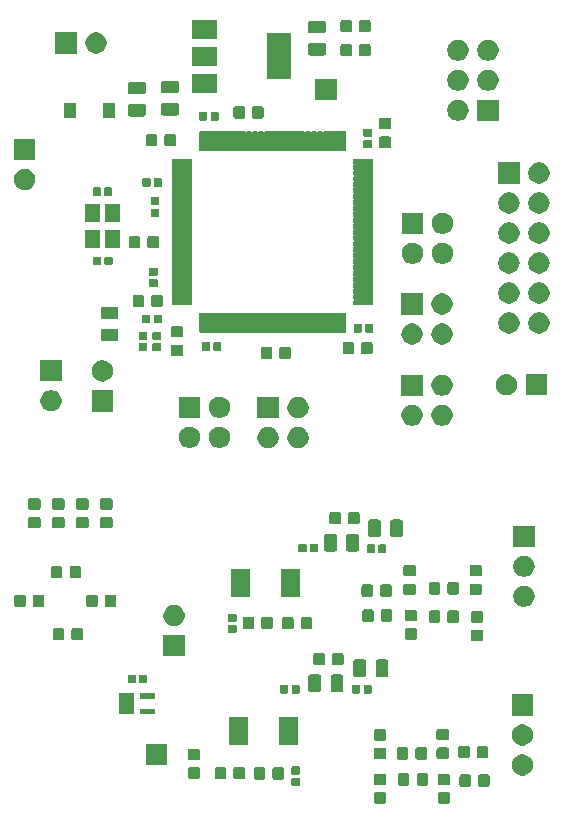
<source format=gbr>
%TF.GenerationSoftware,KiCad,Pcbnew,(5.1.5-0-10_14)*%
%TF.CreationDate,2021-01-02T15:40:46-05:00*%
%TF.ProjectId,E90,4539302e-6b69-4636-9164-5f7063625858,rev?*%
%TF.SameCoordinates,Original*%
%TF.FileFunction,Soldermask,Top*%
%TF.FilePolarity,Negative*%
%FSLAX46Y46*%
G04 Gerber Fmt 4.6, Leading zero omitted, Abs format (unit mm)*
G04 Created by KiCad (PCBNEW (5.1.5-0-10_14)) date 2021-01-02 15:40:46*
%MOMM*%
%LPD*%
G04 APERTURE LIST*
%ADD10C,0.100000*%
G04 APERTURE END LIST*
D10*
G36*
X89871591Y-117438585D02*
G01*
X89905569Y-117448893D01*
X89936890Y-117465634D01*
X89964339Y-117488161D01*
X89986866Y-117515610D01*
X90003607Y-117546931D01*
X90013915Y-117580909D01*
X90018000Y-117622390D01*
X90018000Y-118223610D01*
X90013915Y-118265091D01*
X90003607Y-118299069D01*
X89986866Y-118330390D01*
X89964339Y-118357839D01*
X89936890Y-118380366D01*
X89905569Y-118397107D01*
X89871591Y-118407415D01*
X89830110Y-118411500D01*
X89153890Y-118411500D01*
X89112409Y-118407415D01*
X89078431Y-118397107D01*
X89047110Y-118380366D01*
X89019661Y-118357839D01*
X88997134Y-118330390D01*
X88980393Y-118299069D01*
X88970085Y-118265091D01*
X88966000Y-118223610D01*
X88966000Y-117622390D01*
X88970085Y-117580909D01*
X88980393Y-117546931D01*
X88997134Y-117515610D01*
X89019661Y-117488161D01*
X89047110Y-117465634D01*
X89078431Y-117448893D01*
X89112409Y-117438585D01*
X89153890Y-117434500D01*
X89830110Y-117434500D01*
X89871591Y-117438585D01*
G37*
G36*
X84471591Y-117438585D02*
G01*
X84505569Y-117448893D01*
X84536890Y-117465634D01*
X84564339Y-117488161D01*
X84586866Y-117515610D01*
X84603607Y-117546931D01*
X84613915Y-117580909D01*
X84618000Y-117622390D01*
X84618000Y-118223610D01*
X84613915Y-118265091D01*
X84603607Y-118299069D01*
X84586866Y-118330390D01*
X84564339Y-118357839D01*
X84536890Y-118380366D01*
X84505569Y-118397107D01*
X84471591Y-118407415D01*
X84430110Y-118411500D01*
X83753890Y-118411500D01*
X83712409Y-118407415D01*
X83678431Y-118397107D01*
X83647110Y-118380366D01*
X83619661Y-118357839D01*
X83597134Y-118330390D01*
X83580393Y-118299069D01*
X83570085Y-118265091D01*
X83566000Y-118223610D01*
X83566000Y-117622390D01*
X83570085Y-117580909D01*
X83580393Y-117546931D01*
X83597134Y-117515610D01*
X83619661Y-117488161D01*
X83647110Y-117465634D01*
X83678431Y-117448893D01*
X83712409Y-117438585D01*
X83753890Y-117434500D01*
X84430110Y-117434500D01*
X84471591Y-117438585D01*
G37*
G36*
X93221591Y-115926085D02*
G01*
X93255569Y-115936393D01*
X93286890Y-115953134D01*
X93314339Y-115975661D01*
X93336866Y-116003110D01*
X93353607Y-116034431D01*
X93363915Y-116068409D01*
X93368000Y-116109890D01*
X93368000Y-116786110D01*
X93363915Y-116827591D01*
X93353607Y-116861569D01*
X93336866Y-116892890D01*
X93314339Y-116920339D01*
X93286890Y-116942866D01*
X93255569Y-116959607D01*
X93221591Y-116969915D01*
X93180110Y-116974000D01*
X92578890Y-116974000D01*
X92537409Y-116969915D01*
X92503431Y-116959607D01*
X92472110Y-116942866D01*
X92444661Y-116920339D01*
X92422134Y-116892890D01*
X92405393Y-116861569D01*
X92395085Y-116827591D01*
X92391000Y-116786110D01*
X92391000Y-116109890D01*
X92395085Y-116068409D01*
X92405393Y-116034431D01*
X92422134Y-116003110D01*
X92444661Y-115975661D01*
X92472110Y-115953134D01*
X92503431Y-115936393D01*
X92537409Y-115926085D01*
X92578890Y-115922000D01*
X93180110Y-115922000D01*
X93221591Y-115926085D01*
G37*
G36*
X91646591Y-115926085D02*
G01*
X91680569Y-115936393D01*
X91711890Y-115953134D01*
X91739339Y-115975661D01*
X91761866Y-116003110D01*
X91778607Y-116034431D01*
X91788915Y-116068409D01*
X91793000Y-116109890D01*
X91793000Y-116786110D01*
X91788915Y-116827591D01*
X91778607Y-116861569D01*
X91761866Y-116892890D01*
X91739339Y-116920339D01*
X91711890Y-116942866D01*
X91680569Y-116959607D01*
X91646591Y-116969915D01*
X91605110Y-116974000D01*
X91003890Y-116974000D01*
X90962409Y-116969915D01*
X90928431Y-116959607D01*
X90897110Y-116942866D01*
X90869661Y-116920339D01*
X90847134Y-116892890D01*
X90830393Y-116861569D01*
X90820085Y-116827591D01*
X90816000Y-116786110D01*
X90816000Y-116109890D01*
X90820085Y-116068409D01*
X90830393Y-116034431D01*
X90847134Y-116003110D01*
X90869661Y-115975661D01*
X90897110Y-115953134D01*
X90928431Y-115936393D01*
X90962409Y-115926085D01*
X91003890Y-115922000D01*
X91605110Y-115922000D01*
X91646591Y-115926085D01*
G37*
G36*
X77243938Y-116219716D02*
G01*
X77264557Y-116225971D01*
X77283553Y-116236124D01*
X77300208Y-116249792D01*
X77313876Y-116266447D01*
X77324029Y-116285443D01*
X77330284Y-116306062D01*
X77333000Y-116333640D01*
X77333000Y-116792360D01*
X77330284Y-116819938D01*
X77324029Y-116840557D01*
X77313876Y-116859553D01*
X77300208Y-116876208D01*
X77283553Y-116889876D01*
X77264557Y-116900029D01*
X77243938Y-116906284D01*
X77216360Y-116909000D01*
X76707640Y-116909000D01*
X76680062Y-116906284D01*
X76659443Y-116900029D01*
X76640447Y-116889876D01*
X76623792Y-116876208D01*
X76610124Y-116859553D01*
X76599971Y-116840557D01*
X76593716Y-116819938D01*
X76591000Y-116792360D01*
X76591000Y-116333640D01*
X76593716Y-116306062D01*
X76599971Y-116285443D01*
X76610124Y-116266447D01*
X76623792Y-116249792D01*
X76640447Y-116236124D01*
X76659443Y-116225971D01*
X76680062Y-116219716D01*
X76707640Y-116217000D01*
X77216360Y-116217000D01*
X77243938Y-116219716D01*
G37*
G36*
X88009091Y-115826085D02*
G01*
X88043069Y-115836393D01*
X88074390Y-115853134D01*
X88101839Y-115875661D01*
X88124366Y-115903110D01*
X88141107Y-115934431D01*
X88151415Y-115968409D01*
X88155500Y-116009890D01*
X88155500Y-116686110D01*
X88151415Y-116727591D01*
X88141107Y-116761569D01*
X88124366Y-116792890D01*
X88101839Y-116820339D01*
X88074390Y-116842866D01*
X88043069Y-116859607D01*
X88009091Y-116869915D01*
X87967610Y-116874000D01*
X87366390Y-116874000D01*
X87324909Y-116869915D01*
X87290931Y-116859607D01*
X87259610Y-116842866D01*
X87232161Y-116820339D01*
X87209634Y-116792890D01*
X87192893Y-116761569D01*
X87182585Y-116727591D01*
X87178500Y-116686110D01*
X87178500Y-116009890D01*
X87182585Y-115968409D01*
X87192893Y-115934431D01*
X87209634Y-115903110D01*
X87232161Y-115875661D01*
X87259610Y-115853134D01*
X87290931Y-115836393D01*
X87324909Y-115826085D01*
X87366390Y-115822000D01*
X87967610Y-115822000D01*
X88009091Y-115826085D01*
G37*
G36*
X86434091Y-115826085D02*
G01*
X86468069Y-115836393D01*
X86499390Y-115853134D01*
X86526839Y-115875661D01*
X86549366Y-115903110D01*
X86566107Y-115934431D01*
X86576415Y-115968409D01*
X86580500Y-116009890D01*
X86580500Y-116686110D01*
X86576415Y-116727591D01*
X86566107Y-116761569D01*
X86549366Y-116792890D01*
X86526839Y-116820339D01*
X86499390Y-116842866D01*
X86468069Y-116859607D01*
X86434091Y-116869915D01*
X86392610Y-116874000D01*
X85791390Y-116874000D01*
X85749909Y-116869915D01*
X85715931Y-116859607D01*
X85684610Y-116842866D01*
X85657161Y-116820339D01*
X85634634Y-116792890D01*
X85617893Y-116761569D01*
X85607585Y-116727591D01*
X85603500Y-116686110D01*
X85603500Y-116009890D01*
X85607585Y-115968409D01*
X85617893Y-115934431D01*
X85634634Y-115903110D01*
X85657161Y-115875661D01*
X85684610Y-115853134D01*
X85715931Y-115836393D01*
X85749909Y-115826085D01*
X85791390Y-115822000D01*
X86392610Y-115822000D01*
X86434091Y-115826085D01*
G37*
G36*
X89871591Y-115863585D02*
G01*
X89905569Y-115873893D01*
X89936890Y-115890634D01*
X89964339Y-115913161D01*
X89986866Y-115940610D01*
X90003607Y-115971931D01*
X90013915Y-116005909D01*
X90018000Y-116047390D01*
X90018000Y-116648610D01*
X90013915Y-116690091D01*
X90003607Y-116724069D01*
X89986866Y-116755390D01*
X89964339Y-116782839D01*
X89936890Y-116805366D01*
X89905569Y-116822107D01*
X89871591Y-116832415D01*
X89830110Y-116836500D01*
X89153890Y-116836500D01*
X89112409Y-116832415D01*
X89078431Y-116822107D01*
X89047110Y-116805366D01*
X89019661Y-116782839D01*
X88997134Y-116755390D01*
X88980393Y-116724069D01*
X88970085Y-116690091D01*
X88966000Y-116648610D01*
X88966000Y-116047390D01*
X88970085Y-116005909D01*
X88980393Y-115971931D01*
X88997134Y-115940610D01*
X89019661Y-115913161D01*
X89047110Y-115890634D01*
X89078431Y-115873893D01*
X89112409Y-115863585D01*
X89153890Y-115859500D01*
X89830110Y-115859500D01*
X89871591Y-115863585D01*
G37*
G36*
X84471591Y-115863585D02*
G01*
X84505569Y-115873893D01*
X84536890Y-115890634D01*
X84564339Y-115913161D01*
X84586866Y-115940610D01*
X84603607Y-115971931D01*
X84613915Y-116005909D01*
X84618000Y-116047390D01*
X84618000Y-116648610D01*
X84613915Y-116690091D01*
X84603607Y-116724069D01*
X84586866Y-116755390D01*
X84564339Y-116782839D01*
X84536890Y-116805366D01*
X84505569Y-116822107D01*
X84471591Y-116832415D01*
X84430110Y-116836500D01*
X83753890Y-116836500D01*
X83712409Y-116832415D01*
X83678431Y-116822107D01*
X83647110Y-116805366D01*
X83619661Y-116782839D01*
X83597134Y-116755390D01*
X83580393Y-116724069D01*
X83570085Y-116690091D01*
X83566000Y-116648610D01*
X83566000Y-116047390D01*
X83570085Y-116005909D01*
X83580393Y-115971931D01*
X83597134Y-115940610D01*
X83619661Y-115913161D01*
X83647110Y-115890634D01*
X83678431Y-115873893D01*
X83712409Y-115863585D01*
X83753890Y-115859500D01*
X84430110Y-115859500D01*
X84471591Y-115863585D01*
G37*
G36*
X74230591Y-115327585D02*
G01*
X74264569Y-115337893D01*
X74295890Y-115354634D01*
X74323339Y-115377161D01*
X74345866Y-115404610D01*
X74362607Y-115435931D01*
X74372915Y-115469909D01*
X74377000Y-115511390D01*
X74377000Y-116187610D01*
X74372915Y-116229091D01*
X74362607Y-116263069D01*
X74345866Y-116294390D01*
X74323339Y-116321839D01*
X74295890Y-116344366D01*
X74264569Y-116361107D01*
X74230591Y-116371415D01*
X74189110Y-116375500D01*
X73587890Y-116375500D01*
X73546409Y-116371415D01*
X73512431Y-116361107D01*
X73481110Y-116344366D01*
X73453661Y-116321839D01*
X73431134Y-116294390D01*
X73414393Y-116263069D01*
X73404085Y-116229091D01*
X73400000Y-116187610D01*
X73400000Y-115511390D01*
X73404085Y-115469909D01*
X73414393Y-115435931D01*
X73431134Y-115404610D01*
X73453661Y-115377161D01*
X73481110Y-115354634D01*
X73512431Y-115337893D01*
X73546409Y-115327585D01*
X73587890Y-115323500D01*
X74189110Y-115323500D01*
X74230591Y-115327585D01*
G37*
G36*
X75805591Y-115327585D02*
G01*
X75839569Y-115337893D01*
X75870890Y-115354634D01*
X75898339Y-115377161D01*
X75920866Y-115404610D01*
X75937607Y-115435931D01*
X75947915Y-115469909D01*
X75952000Y-115511390D01*
X75952000Y-116187610D01*
X75947915Y-116229091D01*
X75937607Y-116263069D01*
X75920866Y-116294390D01*
X75898339Y-116321839D01*
X75870890Y-116344366D01*
X75839569Y-116361107D01*
X75805591Y-116371415D01*
X75764110Y-116375500D01*
X75162890Y-116375500D01*
X75121409Y-116371415D01*
X75087431Y-116361107D01*
X75056110Y-116344366D01*
X75028661Y-116321839D01*
X75006134Y-116294390D01*
X74989393Y-116263069D01*
X74979085Y-116229091D01*
X74975000Y-116187610D01*
X74975000Y-115511390D01*
X74979085Y-115469909D01*
X74989393Y-115435931D01*
X75006134Y-115404610D01*
X75028661Y-115377161D01*
X75056110Y-115354634D01*
X75087431Y-115337893D01*
X75121409Y-115327585D01*
X75162890Y-115323500D01*
X75764110Y-115323500D01*
X75805591Y-115327585D01*
G37*
G36*
X72503591Y-115302085D02*
G01*
X72537569Y-115312393D01*
X72568890Y-115329134D01*
X72596339Y-115351661D01*
X72618866Y-115379110D01*
X72635607Y-115410431D01*
X72645915Y-115444409D01*
X72650000Y-115485890D01*
X72650000Y-116162110D01*
X72645915Y-116203591D01*
X72635607Y-116237569D01*
X72618866Y-116268890D01*
X72596339Y-116296339D01*
X72568890Y-116318866D01*
X72537569Y-116335607D01*
X72503591Y-116345915D01*
X72462110Y-116350000D01*
X71860890Y-116350000D01*
X71819409Y-116345915D01*
X71785431Y-116335607D01*
X71754110Y-116318866D01*
X71726661Y-116296339D01*
X71704134Y-116268890D01*
X71687393Y-116237569D01*
X71677085Y-116203591D01*
X71673000Y-116162110D01*
X71673000Y-115485890D01*
X71677085Y-115444409D01*
X71687393Y-115410431D01*
X71704134Y-115379110D01*
X71726661Y-115351661D01*
X71754110Y-115329134D01*
X71785431Y-115312393D01*
X71819409Y-115302085D01*
X71860890Y-115298000D01*
X72462110Y-115298000D01*
X72503591Y-115302085D01*
G37*
G36*
X70928591Y-115302085D02*
G01*
X70962569Y-115312393D01*
X70993890Y-115329134D01*
X71021339Y-115351661D01*
X71043866Y-115379110D01*
X71060607Y-115410431D01*
X71070915Y-115444409D01*
X71075000Y-115485890D01*
X71075000Y-116162110D01*
X71070915Y-116203591D01*
X71060607Y-116237569D01*
X71043866Y-116268890D01*
X71021339Y-116296339D01*
X70993890Y-116318866D01*
X70962569Y-116335607D01*
X70928591Y-116345915D01*
X70887110Y-116350000D01*
X70285890Y-116350000D01*
X70244409Y-116345915D01*
X70210431Y-116335607D01*
X70179110Y-116318866D01*
X70151661Y-116296339D01*
X70129134Y-116268890D01*
X70112393Y-116237569D01*
X70102085Y-116203591D01*
X70098000Y-116162110D01*
X70098000Y-115485890D01*
X70102085Y-115444409D01*
X70112393Y-115410431D01*
X70129134Y-115379110D01*
X70151661Y-115351661D01*
X70179110Y-115329134D01*
X70210431Y-115312393D01*
X70244409Y-115302085D01*
X70285890Y-115298000D01*
X70887110Y-115298000D01*
X70928591Y-115302085D01*
G37*
G36*
X68709591Y-115320585D02*
G01*
X68743569Y-115330893D01*
X68774890Y-115347634D01*
X68802339Y-115370161D01*
X68824866Y-115397610D01*
X68841607Y-115428931D01*
X68851915Y-115462909D01*
X68856000Y-115504390D01*
X68856000Y-116105610D01*
X68851915Y-116147091D01*
X68841607Y-116181069D01*
X68824866Y-116212390D01*
X68802339Y-116239839D01*
X68774890Y-116262366D01*
X68743569Y-116279107D01*
X68709591Y-116289415D01*
X68668110Y-116293500D01*
X67991890Y-116293500D01*
X67950409Y-116289415D01*
X67916431Y-116279107D01*
X67885110Y-116262366D01*
X67857661Y-116239839D01*
X67835134Y-116212390D01*
X67818393Y-116181069D01*
X67808085Y-116147091D01*
X67804000Y-116105610D01*
X67804000Y-115504390D01*
X67808085Y-115462909D01*
X67818393Y-115428931D01*
X67835134Y-115397610D01*
X67857661Y-115370161D01*
X67885110Y-115347634D01*
X67916431Y-115330893D01*
X67950409Y-115320585D01*
X67991890Y-115316500D01*
X68668110Y-115316500D01*
X68709591Y-115320585D01*
G37*
G36*
X96251512Y-114229927D02*
G01*
X96400812Y-114259624D01*
X96564784Y-114327544D01*
X96712354Y-114426147D01*
X96837853Y-114551646D01*
X96936456Y-114699216D01*
X97004376Y-114863188D01*
X97039000Y-115037259D01*
X97039000Y-115214741D01*
X97004376Y-115388812D01*
X96936456Y-115552784D01*
X96837853Y-115700354D01*
X96712354Y-115825853D01*
X96564784Y-115924456D01*
X96400812Y-115992376D01*
X96251512Y-116022073D01*
X96226742Y-116027000D01*
X96049258Y-116027000D01*
X96024488Y-116022073D01*
X95875188Y-115992376D01*
X95711216Y-115924456D01*
X95563646Y-115825853D01*
X95438147Y-115700354D01*
X95339544Y-115552784D01*
X95271624Y-115388812D01*
X95237000Y-115214741D01*
X95237000Y-115037259D01*
X95271624Y-114863188D01*
X95339544Y-114699216D01*
X95438147Y-114551646D01*
X95563646Y-114426147D01*
X95711216Y-114327544D01*
X95875188Y-114259624D01*
X96024488Y-114229927D01*
X96049258Y-114225000D01*
X96226742Y-114225000D01*
X96251512Y-114229927D01*
G37*
G36*
X77243938Y-115249716D02*
G01*
X77264557Y-115255971D01*
X77283553Y-115266124D01*
X77300208Y-115279792D01*
X77313876Y-115296447D01*
X77324029Y-115315443D01*
X77330284Y-115336062D01*
X77333000Y-115363640D01*
X77333000Y-115822360D01*
X77330284Y-115849938D01*
X77324029Y-115870557D01*
X77313876Y-115889553D01*
X77300208Y-115906208D01*
X77283553Y-115919876D01*
X77264557Y-115930029D01*
X77243938Y-115936284D01*
X77216360Y-115939000D01*
X76707640Y-115939000D01*
X76680062Y-115936284D01*
X76659443Y-115930029D01*
X76640447Y-115919876D01*
X76623792Y-115906208D01*
X76610124Y-115889553D01*
X76599971Y-115870557D01*
X76593716Y-115849938D01*
X76591000Y-115822360D01*
X76591000Y-115363640D01*
X76593716Y-115336062D01*
X76599971Y-115315443D01*
X76610124Y-115296447D01*
X76623792Y-115279792D01*
X76640447Y-115266124D01*
X76659443Y-115255971D01*
X76680062Y-115249716D01*
X76707640Y-115247000D01*
X77216360Y-115247000D01*
X77243938Y-115249716D01*
G37*
G36*
X66091000Y-115131000D02*
G01*
X64289000Y-115131000D01*
X64289000Y-113329000D01*
X66091000Y-113329000D01*
X66091000Y-115131000D01*
G37*
G36*
X68709591Y-113745585D02*
G01*
X68743569Y-113755893D01*
X68774890Y-113772634D01*
X68802339Y-113795161D01*
X68824866Y-113822610D01*
X68841607Y-113853931D01*
X68851915Y-113887909D01*
X68856000Y-113929390D01*
X68856000Y-114530610D01*
X68851915Y-114572091D01*
X68841607Y-114606069D01*
X68824866Y-114637390D01*
X68802339Y-114664839D01*
X68774890Y-114687366D01*
X68743569Y-114704107D01*
X68709591Y-114714415D01*
X68668110Y-114718500D01*
X67991890Y-114718500D01*
X67950409Y-114714415D01*
X67916431Y-114704107D01*
X67885110Y-114687366D01*
X67857661Y-114664839D01*
X67835134Y-114637390D01*
X67818393Y-114606069D01*
X67808085Y-114572091D01*
X67804000Y-114530610D01*
X67804000Y-113929390D01*
X67808085Y-113887909D01*
X67818393Y-113853931D01*
X67835134Y-113822610D01*
X67857661Y-113795161D01*
X67885110Y-113772634D01*
X67916431Y-113755893D01*
X67950409Y-113745585D01*
X67991890Y-113741500D01*
X68668110Y-113741500D01*
X68709591Y-113745585D01*
G37*
G36*
X87921591Y-113626085D02*
G01*
X87955569Y-113636393D01*
X87986890Y-113653134D01*
X88014339Y-113675661D01*
X88036866Y-113703110D01*
X88053607Y-113734431D01*
X88063915Y-113768409D01*
X88068000Y-113809890D01*
X88068000Y-114486110D01*
X88063915Y-114527591D01*
X88053607Y-114561569D01*
X88036866Y-114592890D01*
X88014339Y-114620339D01*
X87986890Y-114642866D01*
X87955569Y-114659607D01*
X87921591Y-114669915D01*
X87880110Y-114674000D01*
X87278890Y-114674000D01*
X87237409Y-114669915D01*
X87203431Y-114659607D01*
X87172110Y-114642866D01*
X87144661Y-114620339D01*
X87122134Y-114592890D01*
X87105393Y-114561569D01*
X87095085Y-114527591D01*
X87091000Y-114486110D01*
X87091000Y-113809890D01*
X87095085Y-113768409D01*
X87105393Y-113734431D01*
X87122134Y-113703110D01*
X87144661Y-113675661D01*
X87172110Y-113653134D01*
X87203431Y-113636393D01*
X87237409Y-113626085D01*
X87278890Y-113622000D01*
X87880110Y-113622000D01*
X87921591Y-113626085D01*
G37*
G36*
X86346591Y-113626085D02*
G01*
X86380569Y-113636393D01*
X86411890Y-113653134D01*
X86439339Y-113675661D01*
X86461866Y-113703110D01*
X86478607Y-113734431D01*
X86488915Y-113768409D01*
X86493000Y-113809890D01*
X86493000Y-114486110D01*
X86488915Y-114527591D01*
X86478607Y-114561569D01*
X86461866Y-114592890D01*
X86439339Y-114620339D01*
X86411890Y-114642866D01*
X86380569Y-114659607D01*
X86346591Y-114669915D01*
X86305110Y-114674000D01*
X85703890Y-114674000D01*
X85662409Y-114669915D01*
X85628431Y-114659607D01*
X85597110Y-114642866D01*
X85569661Y-114620339D01*
X85547134Y-114592890D01*
X85530393Y-114561569D01*
X85520085Y-114527591D01*
X85516000Y-114486110D01*
X85516000Y-113809890D01*
X85520085Y-113768409D01*
X85530393Y-113734431D01*
X85547134Y-113703110D01*
X85569661Y-113675661D01*
X85597110Y-113653134D01*
X85628431Y-113636393D01*
X85662409Y-113626085D01*
X85703890Y-113622000D01*
X86305110Y-113622000D01*
X86346591Y-113626085D01*
G37*
G36*
X84471591Y-113663585D02*
G01*
X84505569Y-113673893D01*
X84536890Y-113690634D01*
X84564339Y-113713161D01*
X84586866Y-113740610D01*
X84603607Y-113771931D01*
X84613915Y-113805909D01*
X84618000Y-113847390D01*
X84618000Y-114448610D01*
X84613915Y-114490091D01*
X84603607Y-114524069D01*
X84586866Y-114555390D01*
X84564339Y-114582839D01*
X84536890Y-114605366D01*
X84505569Y-114622107D01*
X84471591Y-114632415D01*
X84430110Y-114636500D01*
X83753890Y-114636500D01*
X83712409Y-114632415D01*
X83678431Y-114622107D01*
X83647110Y-114605366D01*
X83619661Y-114582839D01*
X83597134Y-114555390D01*
X83580393Y-114524069D01*
X83570085Y-114490091D01*
X83566000Y-114448610D01*
X83566000Y-113847390D01*
X83570085Y-113805909D01*
X83580393Y-113771931D01*
X83597134Y-113740610D01*
X83619661Y-113713161D01*
X83647110Y-113690634D01*
X83678431Y-113673893D01*
X83712409Y-113663585D01*
X83753890Y-113659500D01*
X84430110Y-113659500D01*
X84471591Y-113663585D01*
G37*
G36*
X89771591Y-113651085D02*
G01*
X89805569Y-113661393D01*
X89836890Y-113678134D01*
X89864339Y-113700661D01*
X89886866Y-113728110D01*
X89903607Y-113759431D01*
X89913915Y-113793409D01*
X89918000Y-113834890D01*
X89918000Y-114436110D01*
X89913915Y-114477591D01*
X89903607Y-114511569D01*
X89886866Y-114542890D01*
X89864339Y-114570339D01*
X89836890Y-114592866D01*
X89805569Y-114609607D01*
X89771591Y-114619915D01*
X89730110Y-114624000D01*
X89053890Y-114624000D01*
X89012409Y-114619915D01*
X88978431Y-114609607D01*
X88947110Y-114592866D01*
X88919661Y-114570339D01*
X88897134Y-114542890D01*
X88880393Y-114511569D01*
X88870085Y-114477591D01*
X88866000Y-114436110D01*
X88866000Y-113834890D01*
X88870085Y-113793409D01*
X88880393Y-113759431D01*
X88897134Y-113728110D01*
X88919661Y-113700661D01*
X88947110Y-113678134D01*
X88978431Y-113661393D01*
X89012409Y-113651085D01*
X89053890Y-113647000D01*
X89730110Y-113647000D01*
X89771591Y-113651085D01*
G37*
G36*
X91546591Y-113526085D02*
G01*
X91580569Y-113536393D01*
X91611890Y-113553134D01*
X91639339Y-113575661D01*
X91661866Y-113603110D01*
X91678607Y-113634431D01*
X91688915Y-113668409D01*
X91693000Y-113709890D01*
X91693000Y-114386110D01*
X91688915Y-114427591D01*
X91678607Y-114461569D01*
X91661866Y-114492890D01*
X91639339Y-114520339D01*
X91611890Y-114542866D01*
X91580569Y-114559607D01*
X91546591Y-114569915D01*
X91505110Y-114574000D01*
X90903890Y-114574000D01*
X90862409Y-114569915D01*
X90828431Y-114559607D01*
X90797110Y-114542866D01*
X90769661Y-114520339D01*
X90747134Y-114492890D01*
X90730393Y-114461569D01*
X90720085Y-114427591D01*
X90716000Y-114386110D01*
X90716000Y-113709890D01*
X90720085Y-113668409D01*
X90730393Y-113634431D01*
X90747134Y-113603110D01*
X90769661Y-113575661D01*
X90797110Y-113553134D01*
X90828431Y-113536393D01*
X90862409Y-113526085D01*
X90903890Y-113522000D01*
X91505110Y-113522000D01*
X91546591Y-113526085D01*
G37*
G36*
X93121591Y-113526085D02*
G01*
X93155569Y-113536393D01*
X93186890Y-113553134D01*
X93214339Y-113575661D01*
X93236866Y-113603110D01*
X93253607Y-113634431D01*
X93263915Y-113668409D01*
X93268000Y-113709890D01*
X93268000Y-114386110D01*
X93263915Y-114427591D01*
X93253607Y-114461569D01*
X93236866Y-114492890D01*
X93214339Y-114520339D01*
X93186890Y-114542866D01*
X93155569Y-114559607D01*
X93121591Y-114569915D01*
X93080110Y-114574000D01*
X92478890Y-114574000D01*
X92437409Y-114569915D01*
X92403431Y-114559607D01*
X92372110Y-114542866D01*
X92344661Y-114520339D01*
X92322134Y-114492890D01*
X92305393Y-114461569D01*
X92295085Y-114427591D01*
X92291000Y-114386110D01*
X92291000Y-113709890D01*
X92295085Y-113668409D01*
X92305393Y-113634431D01*
X92322134Y-113603110D01*
X92344661Y-113575661D01*
X92372110Y-113553134D01*
X92403431Y-113536393D01*
X92437409Y-113526085D01*
X92478890Y-113522000D01*
X93080110Y-113522000D01*
X93121591Y-113526085D01*
G37*
G36*
X96251512Y-111689927D02*
G01*
X96400812Y-111719624D01*
X96564784Y-111787544D01*
X96712354Y-111886147D01*
X96837853Y-112011646D01*
X96936456Y-112159216D01*
X97004376Y-112323188D01*
X97039000Y-112497259D01*
X97039000Y-112674741D01*
X97004376Y-112848812D01*
X96936456Y-113012784D01*
X96837853Y-113160354D01*
X96712354Y-113285853D01*
X96564784Y-113384456D01*
X96400812Y-113452376D01*
X96251512Y-113482073D01*
X96226742Y-113487000D01*
X96049258Y-113487000D01*
X96024488Y-113482073D01*
X95875188Y-113452376D01*
X95711216Y-113384456D01*
X95563646Y-113285853D01*
X95438147Y-113160354D01*
X95339544Y-113012784D01*
X95271624Y-112848812D01*
X95237000Y-112674741D01*
X95237000Y-112497259D01*
X95271624Y-112323188D01*
X95339544Y-112159216D01*
X95438147Y-112011646D01*
X95563646Y-111886147D01*
X95711216Y-111787544D01*
X95875188Y-111719624D01*
X96024488Y-111689927D01*
X96049258Y-111685000D01*
X96226742Y-111685000D01*
X96251512Y-111689927D01*
G37*
G36*
X72934000Y-113447000D02*
G01*
X71332000Y-113447000D01*
X71332000Y-111045000D01*
X72934000Y-111045000D01*
X72934000Y-113447000D01*
G37*
G36*
X77144000Y-113447000D02*
G01*
X75542000Y-113447000D01*
X75542000Y-111045000D01*
X77144000Y-111045000D01*
X77144000Y-113447000D01*
G37*
G36*
X84471591Y-112088585D02*
G01*
X84505569Y-112098893D01*
X84536890Y-112115634D01*
X84564339Y-112138161D01*
X84586866Y-112165610D01*
X84603607Y-112196931D01*
X84613915Y-112230909D01*
X84618000Y-112272390D01*
X84618000Y-112873610D01*
X84613915Y-112915091D01*
X84603607Y-112949069D01*
X84586866Y-112980390D01*
X84564339Y-113007839D01*
X84536890Y-113030366D01*
X84505569Y-113047107D01*
X84471591Y-113057415D01*
X84430110Y-113061500D01*
X83753890Y-113061500D01*
X83712409Y-113057415D01*
X83678431Y-113047107D01*
X83647110Y-113030366D01*
X83619661Y-113007839D01*
X83597134Y-112980390D01*
X83580393Y-112949069D01*
X83570085Y-112915091D01*
X83566000Y-112873610D01*
X83566000Y-112272390D01*
X83570085Y-112230909D01*
X83580393Y-112196931D01*
X83597134Y-112165610D01*
X83619661Y-112138161D01*
X83647110Y-112115634D01*
X83678431Y-112098893D01*
X83712409Y-112088585D01*
X83753890Y-112084500D01*
X84430110Y-112084500D01*
X84471591Y-112088585D01*
G37*
G36*
X89771591Y-112076085D02*
G01*
X89805569Y-112086393D01*
X89836890Y-112103134D01*
X89864339Y-112125661D01*
X89886866Y-112153110D01*
X89903607Y-112184431D01*
X89913915Y-112218409D01*
X89918000Y-112259890D01*
X89918000Y-112861110D01*
X89913915Y-112902591D01*
X89903607Y-112936569D01*
X89886866Y-112967890D01*
X89864339Y-112995339D01*
X89836890Y-113017866D01*
X89805569Y-113034607D01*
X89771591Y-113044915D01*
X89730110Y-113049000D01*
X89053890Y-113049000D01*
X89012409Y-113044915D01*
X88978431Y-113034607D01*
X88947110Y-113017866D01*
X88919661Y-112995339D01*
X88897134Y-112967890D01*
X88880393Y-112936569D01*
X88870085Y-112902591D01*
X88866000Y-112861110D01*
X88866000Y-112259890D01*
X88870085Y-112218409D01*
X88880393Y-112184431D01*
X88897134Y-112153110D01*
X88919661Y-112125661D01*
X88947110Y-112103134D01*
X88978431Y-112086393D01*
X89012409Y-112076085D01*
X89053890Y-112072000D01*
X89730110Y-112072000D01*
X89771591Y-112076085D01*
G37*
G36*
X97039000Y-110947000D02*
G01*
X95237000Y-110947000D01*
X95237000Y-109145000D01*
X97039000Y-109145000D01*
X97039000Y-110947000D01*
G37*
G36*
X63267200Y-110848800D02*
G01*
X61996800Y-110848800D01*
X61996800Y-109070400D01*
X63267200Y-109070400D01*
X63267200Y-110848800D01*
G37*
G36*
X65045200Y-110848800D02*
G01*
X63774800Y-110848800D01*
X63774800Y-110391200D01*
X65045200Y-110391200D01*
X65045200Y-110848800D01*
G37*
G36*
X65045200Y-109528000D02*
G01*
X63774800Y-109528000D01*
X63774800Y-109070400D01*
X65045200Y-109070400D01*
X65045200Y-109528000D01*
G37*
G36*
X76225938Y-108343716D02*
G01*
X76246557Y-108349971D01*
X76265553Y-108360124D01*
X76282208Y-108373792D01*
X76295876Y-108390447D01*
X76306029Y-108409443D01*
X76312284Y-108430062D01*
X76315000Y-108457640D01*
X76315000Y-108966360D01*
X76312284Y-108993938D01*
X76306029Y-109014557D01*
X76295876Y-109033553D01*
X76282208Y-109050208D01*
X76265553Y-109063876D01*
X76246557Y-109074029D01*
X76225938Y-109080284D01*
X76198360Y-109083000D01*
X75739640Y-109083000D01*
X75712062Y-109080284D01*
X75691443Y-109074029D01*
X75672447Y-109063876D01*
X75655792Y-109050208D01*
X75642124Y-109033553D01*
X75631971Y-109014557D01*
X75625716Y-108993938D01*
X75623000Y-108966360D01*
X75623000Y-108457640D01*
X75625716Y-108430062D01*
X75631971Y-108409443D01*
X75642124Y-108390447D01*
X75655792Y-108373792D01*
X75672447Y-108360124D01*
X75691443Y-108349971D01*
X75712062Y-108343716D01*
X75739640Y-108341000D01*
X76198360Y-108341000D01*
X76225938Y-108343716D01*
G37*
G36*
X77195938Y-108343716D02*
G01*
X77216557Y-108349971D01*
X77235553Y-108360124D01*
X77252208Y-108373792D01*
X77265876Y-108390447D01*
X77276029Y-108409443D01*
X77282284Y-108430062D01*
X77285000Y-108457640D01*
X77285000Y-108966360D01*
X77282284Y-108993938D01*
X77276029Y-109014557D01*
X77265876Y-109033553D01*
X77252208Y-109050208D01*
X77235553Y-109063876D01*
X77216557Y-109074029D01*
X77195938Y-109080284D01*
X77168360Y-109083000D01*
X76709640Y-109083000D01*
X76682062Y-109080284D01*
X76661443Y-109074029D01*
X76642447Y-109063876D01*
X76625792Y-109050208D01*
X76612124Y-109033553D01*
X76601971Y-109014557D01*
X76595716Y-108993938D01*
X76593000Y-108966360D01*
X76593000Y-108457640D01*
X76595716Y-108430062D01*
X76601971Y-108409443D01*
X76612124Y-108390447D01*
X76625792Y-108373792D01*
X76642447Y-108360124D01*
X76661443Y-108349971D01*
X76682062Y-108343716D01*
X76709640Y-108341000D01*
X77168360Y-108341000D01*
X77195938Y-108343716D01*
G37*
G36*
X82321938Y-108343716D02*
G01*
X82342557Y-108349971D01*
X82361553Y-108360124D01*
X82378208Y-108373792D01*
X82391876Y-108390447D01*
X82402029Y-108409443D01*
X82408284Y-108430062D01*
X82411000Y-108457640D01*
X82411000Y-108966360D01*
X82408284Y-108993938D01*
X82402029Y-109014557D01*
X82391876Y-109033553D01*
X82378208Y-109050208D01*
X82361553Y-109063876D01*
X82342557Y-109074029D01*
X82321938Y-109080284D01*
X82294360Y-109083000D01*
X81835640Y-109083000D01*
X81808062Y-109080284D01*
X81787443Y-109074029D01*
X81768447Y-109063876D01*
X81751792Y-109050208D01*
X81738124Y-109033553D01*
X81727971Y-109014557D01*
X81721716Y-108993938D01*
X81719000Y-108966360D01*
X81719000Y-108457640D01*
X81721716Y-108430062D01*
X81727971Y-108409443D01*
X81738124Y-108390447D01*
X81751792Y-108373792D01*
X81768447Y-108360124D01*
X81787443Y-108349971D01*
X81808062Y-108343716D01*
X81835640Y-108341000D01*
X82294360Y-108341000D01*
X82321938Y-108343716D01*
G37*
G36*
X83291938Y-108343716D02*
G01*
X83312557Y-108349971D01*
X83331553Y-108360124D01*
X83348208Y-108373792D01*
X83361876Y-108390447D01*
X83372029Y-108409443D01*
X83378284Y-108430062D01*
X83381000Y-108457640D01*
X83381000Y-108966360D01*
X83378284Y-108993938D01*
X83372029Y-109014557D01*
X83361876Y-109033553D01*
X83348208Y-109050208D01*
X83331553Y-109063876D01*
X83312557Y-109074029D01*
X83291938Y-109080284D01*
X83264360Y-109083000D01*
X82805640Y-109083000D01*
X82778062Y-109080284D01*
X82757443Y-109074029D01*
X82738447Y-109063876D01*
X82721792Y-109050208D01*
X82708124Y-109033553D01*
X82697971Y-109014557D01*
X82691716Y-108993938D01*
X82689000Y-108966360D01*
X82689000Y-108457640D01*
X82691716Y-108430062D01*
X82697971Y-108409443D01*
X82708124Y-108390447D01*
X82721792Y-108373792D01*
X82738447Y-108360124D01*
X82757443Y-108349971D01*
X82778062Y-108343716D01*
X82805640Y-108341000D01*
X83264360Y-108341000D01*
X83291938Y-108343716D01*
G37*
G36*
X78936468Y-107457565D02*
G01*
X78975138Y-107469296D01*
X79010777Y-107488346D01*
X79042017Y-107513983D01*
X79067654Y-107545223D01*
X79086704Y-107580862D01*
X79098435Y-107619532D01*
X79103000Y-107665888D01*
X79103000Y-108742112D01*
X79098435Y-108788468D01*
X79086704Y-108827138D01*
X79067654Y-108862777D01*
X79042017Y-108894017D01*
X79010777Y-108919654D01*
X78975138Y-108938704D01*
X78936468Y-108950435D01*
X78890112Y-108955000D01*
X78238888Y-108955000D01*
X78192532Y-108950435D01*
X78153862Y-108938704D01*
X78118223Y-108919654D01*
X78086983Y-108894017D01*
X78061346Y-108862777D01*
X78042296Y-108827138D01*
X78030565Y-108788468D01*
X78026000Y-108742112D01*
X78026000Y-107665888D01*
X78030565Y-107619532D01*
X78042296Y-107580862D01*
X78061346Y-107545223D01*
X78086983Y-107513983D01*
X78118223Y-107488346D01*
X78153862Y-107469296D01*
X78192532Y-107457565D01*
X78238888Y-107453000D01*
X78890112Y-107453000D01*
X78936468Y-107457565D01*
G37*
G36*
X80811468Y-107457565D02*
G01*
X80850138Y-107469296D01*
X80885777Y-107488346D01*
X80917017Y-107513983D01*
X80942654Y-107545223D01*
X80961704Y-107580862D01*
X80973435Y-107619532D01*
X80978000Y-107665888D01*
X80978000Y-108742112D01*
X80973435Y-108788468D01*
X80961704Y-108827138D01*
X80942654Y-108862777D01*
X80917017Y-108894017D01*
X80885777Y-108919654D01*
X80850138Y-108938704D01*
X80811468Y-108950435D01*
X80765112Y-108955000D01*
X80113888Y-108955000D01*
X80067532Y-108950435D01*
X80028862Y-108938704D01*
X79993223Y-108919654D01*
X79961983Y-108894017D01*
X79936346Y-108862777D01*
X79917296Y-108827138D01*
X79905565Y-108788468D01*
X79901000Y-108742112D01*
X79901000Y-107665888D01*
X79905565Y-107619532D01*
X79917296Y-107580862D01*
X79936346Y-107545223D01*
X79961983Y-107513983D01*
X79993223Y-107488346D01*
X80028862Y-107469296D01*
X80067532Y-107457565D01*
X80113888Y-107453000D01*
X80765112Y-107453000D01*
X80811468Y-107457565D01*
G37*
G36*
X63311938Y-107471716D02*
G01*
X63332557Y-107477971D01*
X63351553Y-107488124D01*
X63368208Y-107501792D01*
X63381876Y-107518447D01*
X63392029Y-107537443D01*
X63398284Y-107558062D01*
X63401000Y-107585640D01*
X63401000Y-108094360D01*
X63398284Y-108121938D01*
X63392029Y-108142557D01*
X63381876Y-108161553D01*
X63368208Y-108178208D01*
X63351553Y-108191876D01*
X63332557Y-108202029D01*
X63311938Y-108208284D01*
X63284360Y-108211000D01*
X62825640Y-108211000D01*
X62798062Y-108208284D01*
X62777443Y-108202029D01*
X62758447Y-108191876D01*
X62741792Y-108178208D01*
X62728124Y-108161553D01*
X62717971Y-108142557D01*
X62711716Y-108121938D01*
X62709000Y-108094360D01*
X62709000Y-107585640D01*
X62711716Y-107558062D01*
X62717971Y-107537443D01*
X62728124Y-107518447D01*
X62741792Y-107501792D01*
X62758447Y-107488124D01*
X62777443Y-107477971D01*
X62798062Y-107471716D01*
X62825640Y-107469000D01*
X63284360Y-107469000D01*
X63311938Y-107471716D01*
G37*
G36*
X64281938Y-107471716D02*
G01*
X64302557Y-107477971D01*
X64321553Y-107488124D01*
X64338208Y-107501792D01*
X64351876Y-107518447D01*
X64362029Y-107537443D01*
X64368284Y-107558062D01*
X64371000Y-107585640D01*
X64371000Y-108094360D01*
X64368284Y-108121938D01*
X64362029Y-108142557D01*
X64351876Y-108161553D01*
X64338208Y-108178208D01*
X64321553Y-108191876D01*
X64302557Y-108202029D01*
X64281938Y-108208284D01*
X64254360Y-108211000D01*
X63795640Y-108211000D01*
X63768062Y-108208284D01*
X63747443Y-108202029D01*
X63728447Y-108191876D01*
X63711792Y-108178208D01*
X63698124Y-108161553D01*
X63687971Y-108142557D01*
X63681716Y-108121938D01*
X63679000Y-108094360D01*
X63679000Y-107585640D01*
X63681716Y-107558062D01*
X63687971Y-107537443D01*
X63698124Y-107518447D01*
X63711792Y-107501792D01*
X63728447Y-107488124D01*
X63747443Y-107477971D01*
X63768062Y-107471716D01*
X63795640Y-107469000D01*
X64254360Y-107469000D01*
X64281938Y-107471716D01*
G37*
G36*
X84621468Y-106187565D02*
G01*
X84660138Y-106199296D01*
X84695777Y-106218346D01*
X84727017Y-106243983D01*
X84752654Y-106275223D01*
X84771704Y-106310862D01*
X84783435Y-106349532D01*
X84788000Y-106395888D01*
X84788000Y-107472112D01*
X84783435Y-107518468D01*
X84771704Y-107557138D01*
X84752654Y-107592777D01*
X84727017Y-107624017D01*
X84695777Y-107649654D01*
X84660138Y-107668704D01*
X84621468Y-107680435D01*
X84575112Y-107685000D01*
X83923888Y-107685000D01*
X83877532Y-107680435D01*
X83838862Y-107668704D01*
X83803223Y-107649654D01*
X83771983Y-107624017D01*
X83746346Y-107592777D01*
X83727296Y-107557138D01*
X83715565Y-107518468D01*
X83711000Y-107472112D01*
X83711000Y-106395888D01*
X83715565Y-106349532D01*
X83727296Y-106310862D01*
X83746346Y-106275223D01*
X83771983Y-106243983D01*
X83803223Y-106218346D01*
X83838862Y-106199296D01*
X83877532Y-106187565D01*
X83923888Y-106183000D01*
X84575112Y-106183000D01*
X84621468Y-106187565D01*
G37*
G36*
X82746468Y-106187565D02*
G01*
X82785138Y-106199296D01*
X82820777Y-106218346D01*
X82852017Y-106243983D01*
X82877654Y-106275223D01*
X82896704Y-106310862D01*
X82908435Y-106349532D01*
X82913000Y-106395888D01*
X82913000Y-107472112D01*
X82908435Y-107518468D01*
X82896704Y-107557138D01*
X82877654Y-107592777D01*
X82852017Y-107624017D01*
X82820777Y-107649654D01*
X82785138Y-107668704D01*
X82746468Y-107680435D01*
X82700112Y-107685000D01*
X82048888Y-107685000D01*
X82002532Y-107680435D01*
X81963862Y-107668704D01*
X81928223Y-107649654D01*
X81896983Y-107624017D01*
X81871346Y-107592777D01*
X81852296Y-107557138D01*
X81840565Y-107518468D01*
X81836000Y-107472112D01*
X81836000Y-106395888D01*
X81840565Y-106349532D01*
X81852296Y-106310862D01*
X81871346Y-106275223D01*
X81896983Y-106243983D01*
X81928223Y-106218346D01*
X81963862Y-106199296D01*
X82002532Y-106187565D01*
X82048888Y-106183000D01*
X82700112Y-106183000D01*
X82746468Y-106187565D01*
G37*
G36*
X79285091Y-105650085D02*
G01*
X79319069Y-105660393D01*
X79350390Y-105677134D01*
X79377839Y-105699661D01*
X79400366Y-105727110D01*
X79417107Y-105758431D01*
X79427415Y-105792409D01*
X79431500Y-105833890D01*
X79431500Y-106510110D01*
X79427415Y-106551591D01*
X79417107Y-106585569D01*
X79400366Y-106616890D01*
X79377839Y-106644339D01*
X79350390Y-106666866D01*
X79319069Y-106683607D01*
X79285091Y-106693915D01*
X79243610Y-106698000D01*
X78642390Y-106698000D01*
X78600909Y-106693915D01*
X78566931Y-106683607D01*
X78535610Y-106666866D01*
X78508161Y-106644339D01*
X78485634Y-106616890D01*
X78468893Y-106585569D01*
X78458585Y-106551591D01*
X78454500Y-106510110D01*
X78454500Y-105833890D01*
X78458585Y-105792409D01*
X78468893Y-105758431D01*
X78485634Y-105727110D01*
X78508161Y-105699661D01*
X78535610Y-105677134D01*
X78566931Y-105660393D01*
X78600909Y-105650085D01*
X78642390Y-105646000D01*
X79243610Y-105646000D01*
X79285091Y-105650085D01*
G37*
G36*
X80860091Y-105650085D02*
G01*
X80894069Y-105660393D01*
X80925390Y-105677134D01*
X80952839Y-105699661D01*
X80975366Y-105727110D01*
X80992107Y-105758431D01*
X81002415Y-105792409D01*
X81006500Y-105833890D01*
X81006500Y-106510110D01*
X81002415Y-106551591D01*
X80992107Y-106585569D01*
X80975366Y-106616890D01*
X80952839Y-106644339D01*
X80925390Y-106666866D01*
X80894069Y-106683607D01*
X80860091Y-106693915D01*
X80818610Y-106698000D01*
X80217390Y-106698000D01*
X80175909Y-106693915D01*
X80141931Y-106683607D01*
X80110610Y-106666866D01*
X80083161Y-106644339D01*
X80060634Y-106616890D01*
X80043893Y-106585569D01*
X80033585Y-106551591D01*
X80029500Y-106510110D01*
X80029500Y-105833890D01*
X80033585Y-105792409D01*
X80043893Y-105758431D01*
X80060634Y-105727110D01*
X80083161Y-105699661D01*
X80110610Y-105677134D01*
X80141931Y-105660393D01*
X80175909Y-105650085D01*
X80217390Y-105646000D01*
X80818610Y-105646000D01*
X80860091Y-105650085D01*
G37*
G36*
X67551000Y-105921000D02*
G01*
X65749000Y-105921000D01*
X65749000Y-104119000D01*
X67551000Y-104119000D01*
X67551000Y-105921000D01*
G37*
G36*
X92671591Y-103671085D02*
G01*
X92705569Y-103681393D01*
X92736890Y-103698134D01*
X92764339Y-103720661D01*
X92786866Y-103748110D01*
X92803607Y-103779431D01*
X92813915Y-103813409D01*
X92818000Y-103854890D01*
X92818000Y-104456110D01*
X92813915Y-104497591D01*
X92803607Y-104531569D01*
X92786866Y-104562890D01*
X92764339Y-104590339D01*
X92736890Y-104612866D01*
X92705569Y-104629607D01*
X92671591Y-104639915D01*
X92630110Y-104644000D01*
X91953890Y-104644000D01*
X91912409Y-104639915D01*
X91878431Y-104629607D01*
X91847110Y-104612866D01*
X91819661Y-104590339D01*
X91797134Y-104562890D01*
X91780393Y-104531569D01*
X91770085Y-104497591D01*
X91766000Y-104456110D01*
X91766000Y-103854890D01*
X91770085Y-103813409D01*
X91780393Y-103779431D01*
X91797134Y-103748110D01*
X91819661Y-103720661D01*
X91847110Y-103698134D01*
X91878431Y-103681393D01*
X91912409Y-103671085D01*
X91953890Y-103667000D01*
X92630110Y-103667000D01*
X92671591Y-103671085D01*
G37*
G36*
X58783591Y-103538085D02*
G01*
X58817569Y-103548393D01*
X58848890Y-103565134D01*
X58876339Y-103587661D01*
X58898866Y-103615110D01*
X58915607Y-103646431D01*
X58925915Y-103680409D01*
X58930000Y-103721890D01*
X58930000Y-104398110D01*
X58925915Y-104439591D01*
X58915607Y-104473569D01*
X58898866Y-104504890D01*
X58876339Y-104532339D01*
X58848890Y-104554866D01*
X58817569Y-104571607D01*
X58783591Y-104581915D01*
X58742110Y-104586000D01*
X58140890Y-104586000D01*
X58099409Y-104581915D01*
X58065431Y-104571607D01*
X58034110Y-104554866D01*
X58006661Y-104532339D01*
X57984134Y-104504890D01*
X57967393Y-104473569D01*
X57957085Y-104439591D01*
X57953000Y-104398110D01*
X57953000Y-103721890D01*
X57957085Y-103680409D01*
X57967393Y-103646431D01*
X57984134Y-103615110D01*
X58006661Y-103587661D01*
X58034110Y-103565134D01*
X58065431Y-103548393D01*
X58099409Y-103538085D01*
X58140890Y-103534000D01*
X58742110Y-103534000D01*
X58783591Y-103538085D01*
G37*
G36*
X57208591Y-103538085D02*
G01*
X57242569Y-103548393D01*
X57273890Y-103565134D01*
X57301339Y-103587661D01*
X57323866Y-103615110D01*
X57340607Y-103646431D01*
X57350915Y-103680409D01*
X57355000Y-103721890D01*
X57355000Y-104398110D01*
X57350915Y-104439591D01*
X57340607Y-104473569D01*
X57323866Y-104504890D01*
X57301339Y-104532339D01*
X57273890Y-104554866D01*
X57242569Y-104571607D01*
X57208591Y-104581915D01*
X57167110Y-104586000D01*
X56565890Y-104586000D01*
X56524409Y-104581915D01*
X56490431Y-104571607D01*
X56459110Y-104554866D01*
X56431661Y-104532339D01*
X56409134Y-104504890D01*
X56392393Y-104473569D01*
X56382085Y-104439591D01*
X56378000Y-104398110D01*
X56378000Y-103721890D01*
X56382085Y-103680409D01*
X56392393Y-103646431D01*
X56409134Y-103615110D01*
X56431661Y-103587661D01*
X56459110Y-103565134D01*
X56490431Y-103548393D01*
X56524409Y-103538085D01*
X56565890Y-103534000D01*
X57167110Y-103534000D01*
X57208591Y-103538085D01*
G37*
G36*
X87071591Y-103558585D02*
G01*
X87105569Y-103568893D01*
X87136890Y-103585634D01*
X87164339Y-103608161D01*
X87186866Y-103635610D01*
X87203607Y-103666931D01*
X87213915Y-103700909D01*
X87218000Y-103742390D01*
X87218000Y-104343610D01*
X87213915Y-104385091D01*
X87203607Y-104419069D01*
X87186866Y-104450390D01*
X87164339Y-104477839D01*
X87136890Y-104500366D01*
X87105569Y-104517107D01*
X87071591Y-104527415D01*
X87030110Y-104531500D01*
X86353890Y-104531500D01*
X86312409Y-104527415D01*
X86278431Y-104517107D01*
X86247110Y-104500366D01*
X86219661Y-104477839D01*
X86197134Y-104450390D01*
X86180393Y-104419069D01*
X86170085Y-104385091D01*
X86166000Y-104343610D01*
X86166000Y-103742390D01*
X86170085Y-103700909D01*
X86180393Y-103666931D01*
X86197134Y-103635610D01*
X86219661Y-103608161D01*
X86247110Y-103585634D01*
X86278431Y-103568893D01*
X86312409Y-103558585D01*
X86353890Y-103554500D01*
X87030110Y-103554500D01*
X87071591Y-103558585D01*
G37*
G36*
X71851938Y-103286716D02*
G01*
X71872557Y-103292971D01*
X71891553Y-103303124D01*
X71908208Y-103316792D01*
X71921876Y-103333447D01*
X71932029Y-103352443D01*
X71938284Y-103373062D01*
X71941000Y-103400640D01*
X71941000Y-103859360D01*
X71938284Y-103886938D01*
X71932029Y-103907557D01*
X71921876Y-103926553D01*
X71908208Y-103943208D01*
X71891553Y-103956876D01*
X71872557Y-103967029D01*
X71851938Y-103973284D01*
X71824360Y-103976000D01*
X71315640Y-103976000D01*
X71288062Y-103973284D01*
X71267443Y-103967029D01*
X71248447Y-103956876D01*
X71231792Y-103943208D01*
X71218124Y-103926553D01*
X71207971Y-103907557D01*
X71201716Y-103886938D01*
X71199000Y-103859360D01*
X71199000Y-103400640D01*
X71201716Y-103373062D01*
X71207971Y-103352443D01*
X71218124Y-103333447D01*
X71231792Y-103316792D01*
X71248447Y-103303124D01*
X71267443Y-103292971D01*
X71288062Y-103286716D01*
X71315640Y-103284000D01*
X71824360Y-103284000D01*
X71851938Y-103286716D01*
G37*
G36*
X78197091Y-102608085D02*
G01*
X78231069Y-102618393D01*
X78262390Y-102635134D01*
X78289839Y-102657661D01*
X78312366Y-102685110D01*
X78329107Y-102716431D01*
X78339415Y-102750409D01*
X78343500Y-102791890D01*
X78343500Y-103468110D01*
X78339415Y-103509591D01*
X78329107Y-103543569D01*
X78312366Y-103574890D01*
X78289839Y-103602339D01*
X78262390Y-103624866D01*
X78231069Y-103641607D01*
X78197091Y-103651915D01*
X78155610Y-103656000D01*
X77554390Y-103656000D01*
X77512909Y-103651915D01*
X77478931Y-103641607D01*
X77447610Y-103624866D01*
X77420161Y-103602339D01*
X77397634Y-103574890D01*
X77380893Y-103543569D01*
X77370585Y-103509591D01*
X77366500Y-103468110D01*
X77366500Y-102791890D01*
X77370585Y-102750409D01*
X77380893Y-102716431D01*
X77397634Y-102685110D01*
X77420161Y-102657661D01*
X77447610Y-102635134D01*
X77478931Y-102618393D01*
X77512909Y-102608085D01*
X77554390Y-102604000D01*
X78155610Y-102604000D01*
X78197091Y-102608085D01*
G37*
G36*
X76622091Y-102608085D02*
G01*
X76656069Y-102618393D01*
X76687390Y-102635134D01*
X76714839Y-102657661D01*
X76737366Y-102685110D01*
X76754107Y-102716431D01*
X76764415Y-102750409D01*
X76768500Y-102791890D01*
X76768500Y-103468110D01*
X76764415Y-103509591D01*
X76754107Y-103543569D01*
X76737366Y-103574890D01*
X76714839Y-103602339D01*
X76687390Y-103624866D01*
X76656069Y-103641607D01*
X76622091Y-103651915D01*
X76580610Y-103656000D01*
X75979390Y-103656000D01*
X75937909Y-103651915D01*
X75903931Y-103641607D01*
X75872610Y-103624866D01*
X75845161Y-103602339D01*
X75822634Y-103574890D01*
X75805893Y-103543569D01*
X75795585Y-103509591D01*
X75791500Y-103468110D01*
X75791500Y-102791890D01*
X75795585Y-102750409D01*
X75805893Y-102716431D01*
X75822634Y-102685110D01*
X75845161Y-102657661D01*
X75872610Y-102635134D01*
X75903931Y-102618393D01*
X75937909Y-102608085D01*
X75979390Y-102604000D01*
X76580610Y-102604000D01*
X76622091Y-102608085D01*
G37*
G36*
X74869591Y-102568085D02*
G01*
X74903569Y-102578393D01*
X74934890Y-102595134D01*
X74962339Y-102617661D01*
X74984866Y-102645110D01*
X75001607Y-102676431D01*
X75011915Y-102710409D01*
X75016000Y-102751890D01*
X75016000Y-103428110D01*
X75011915Y-103469591D01*
X75001607Y-103503569D01*
X74984866Y-103534890D01*
X74962339Y-103562339D01*
X74934890Y-103584866D01*
X74903569Y-103601607D01*
X74869591Y-103611915D01*
X74828110Y-103616000D01*
X74226890Y-103616000D01*
X74185409Y-103611915D01*
X74151431Y-103601607D01*
X74120110Y-103584866D01*
X74092661Y-103562339D01*
X74070134Y-103534890D01*
X74053393Y-103503569D01*
X74043085Y-103469591D01*
X74039000Y-103428110D01*
X74039000Y-102751890D01*
X74043085Y-102710409D01*
X74053393Y-102676431D01*
X74070134Y-102645110D01*
X74092661Y-102617661D01*
X74120110Y-102595134D01*
X74151431Y-102578393D01*
X74185409Y-102568085D01*
X74226890Y-102564000D01*
X74828110Y-102564000D01*
X74869591Y-102568085D01*
G37*
G36*
X73294591Y-102568085D02*
G01*
X73328569Y-102578393D01*
X73359890Y-102595134D01*
X73387339Y-102617661D01*
X73409866Y-102645110D01*
X73426607Y-102676431D01*
X73436915Y-102710409D01*
X73441000Y-102751890D01*
X73441000Y-103428110D01*
X73436915Y-103469591D01*
X73426607Y-103503569D01*
X73409866Y-103534890D01*
X73387339Y-103562339D01*
X73359890Y-103584866D01*
X73328569Y-103601607D01*
X73294591Y-103611915D01*
X73253110Y-103616000D01*
X72651890Y-103616000D01*
X72610409Y-103611915D01*
X72576431Y-103601607D01*
X72545110Y-103584866D01*
X72517661Y-103562339D01*
X72495134Y-103534890D01*
X72478393Y-103503569D01*
X72468085Y-103469591D01*
X72464000Y-103428110D01*
X72464000Y-102751890D01*
X72468085Y-102710409D01*
X72478393Y-102676431D01*
X72495134Y-102645110D01*
X72517661Y-102617661D01*
X72545110Y-102595134D01*
X72576431Y-102578393D01*
X72610409Y-102568085D01*
X72651890Y-102564000D01*
X73253110Y-102564000D01*
X73294591Y-102568085D01*
G37*
G36*
X66763512Y-101583927D02*
G01*
X66912812Y-101613624D01*
X67076784Y-101681544D01*
X67224354Y-101780147D01*
X67349853Y-101905646D01*
X67448456Y-102053216D01*
X67516376Y-102217188D01*
X67540058Y-102336250D01*
X67549247Y-102382443D01*
X67551000Y-102391259D01*
X67551000Y-102568741D01*
X67516376Y-102742812D01*
X67448456Y-102906784D01*
X67349853Y-103054354D01*
X67224354Y-103179853D01*
X67076784Y-103278456D01*
X66912812Y-103346376D01*
X66763512Y-103376073D01*
X66738742Y-103381000D01*
X66561258Y-103381000D01*
X66536488Y-103376073D01*
X66387188Y-103346376D01*
X66223216Y-103278456D01*
X66075646Y-103179853D01*
X65950147Y-103054354D01*
X65851544Y-102906784D01*
X65783624Y-102742812D01*
X65749000Y-102568741D01*
X65749000Y-102391259D01*
X65750754Y-102382443D01*
X65759942Y-102336250D01*
X65783624Y-102217188D01*
X65851544Y-102053216D01*
X65950147Y-101905646D01*
X66075646Y-101780147D01*
X66223216Y-101681544D01*
X66387188Y-101613624D01*
X66536488Y-101583927D01*
X66561258Y-101579000D01*
X66738742Y-101579000D01*
X66763512Y-101583927D01*
G37*
G36*
X89046591Y-102046085D02*
G01*
X89080569Y-102056393D01*
X89111890Y-102073134D01*
X89139339Y-102095661D01*
X89161866Y-102123110D01*
X89178607Y-102154431D01*
X89188915Y-102188409D01*
X89193000Y-102229890D01*
X89193000Y-102906110D01*
X89188915Y-102947591D01*
X89178607Y-102981569D01*
X89161866Y-103012890D01*
X89139339Y-103040339D01*
X89111890Y-103062866D01*
X89080569Y-103079607D01*
X89046591Y-103089915D01*
X89005110Y-103094000D01*
X88403890Y-103094000D01*
X88362409Y-103089915D01*
X88328431Y-103079607D01*
X88297110Y-103062866D01*
X88269661Y-103040339D01*
X88247134Y-103012890D01*
X88230393Y-102981569D01*
X88220085Y-102947591D01*
X88216000Y-102906110D01*
X88216000Y-102229890D01*
X88220085Y-102188409D01*
X88230393Y-102154431D01*
X88247134Y-102123110D01*
X88269661Y-102095661D01*
X88297110Y-102073134D01*
X88328431Y-102056393D01*
X88362409Y-102046085D01*
X88403890Y-102042000D01*
X89005110Y-102042000D01*
X89046591Y-102046085D01*
G37*
G36*
X90621591Y-102046085D02*
G01*
X90655569Y-102056393D01*
X90686890Y-102073134D01*
X90714339Y-102095661D01*
X90736866Y-102123110D01*
X90753607Y-102154431D01*
X90763915Y-102188409D01*
X90768000Y-102229890D01*
X90768000Y-102906110D01*
X90763915Y-102947591D01*
X90753607Y-102981569D01*
X90736866Y-103012890D01*
X90714339Y-103040339D01*
X90686890Y-103062866D01*
X90655569Y-103079607D01*
X90621591Y-103089915D01*
X90580110Y-103094000D01*
X89978890Y-103094000D01*
X89937409Y-103089915D01*
X89903431Y-103079607D01*
X89872110Y-103062866D01*
X89844661Y-103040339D01*
X89822134Y-103012890D01*
X89805393Y-102981569D01*
X89795085Y-102947591D01*
X89791000Y-102906110D01*
X89791000Y-102229890D01*
X89795085Y-102188409D01*
X89805393Y-102154431D01*
X89822134Y-102123110D01*
X89844661Y-102095661D01*
X89872110Y-102073134D01*
X89903431Y-102056393D01*
X89937409Y-102046085D01*
X89978890Y-102042000D01*
X90580110Y-102042000D01*
X90621591Y-102046085D01*
G37*
G36*
X92671591Y-102096085D02*
G01*
X92705569Y-102106393D01*
X92736890Y-102123134D01*
X92764339Y-102145661D01*
X92786866Y-102173110D01*
X92803607Y-102204431D01*
X92813915Y-102238409D01*
X92818000Y-102279890D01*
X92818000Y-102881110D01*
X92813915Y-102922591D01*
X92803607Y-102956569D01*
X92786866Y-102987890D01*
X92764339Y-103015339D01*
X92736890Y-103037866D01*
X92705569Y-103054607D01*
X92671591Y-103064915D01*
X92630110Y-103069000D01*
X91953890Y-103069000D01*
X91912409Y-103064915D01*
X91878431Y-103054607D01*
X91847110Y-103037866D01*
X91819661Y-103015339D01*
X91797134Y-102987890D01*
X91780393Y-102956569D01*
X91770085Y-102922591D01*
X91766000Y-102881110D01*
X91766000Y-102279890D01*
X91770085Y-102238409D01*
X91780393Y-102204431D01*
X91797134Y-102173110D01*
X91819661Y-102145661D01*
X91847110Y-102123134D01*
X91878431Y-102106393D01*
X91912409Y-102096085D01*
X91953890Y-102092000D01*
X92630110Y-102092000D01*
X92671591Y-102096085D01*
G37*
G36*
X71851938Y-102316716D02*
G01*
X71872557Y-102322971D01*
X71891553Y-102333124D01*
X71908208Y-102346792D01*
X71921876Y-102363447D01*
X71932029Y-102382443D01*
X71938284Y-102403062D01*
X71941000Y-102430640D01*
X71941000Y-102889360D01*
X71938284Y-102916938D01*
X71932029Y-102937557D01*
X71921876Y-102956553D01*
X71908208Y-102973208D01*
X71891553Y-102986876D01*
X71872557Y-102997029D01*
X71851938Y-103003284D01*
X71824360Y-103006000D01*
X71315640Y-103006000D01*
X71288062Y-103003284D01*
X71267443Y-102997029D01*
X71248447Y-102986876D01*
X71231792Y-102973208D01*
X71218124Y-102956553D01*
X71207971Y-102937557D01*
X71201716Y-102916938D01*
X71199000Y-102889360D01*
X71199000Y-102430640D01*
X71201716Y-102403062D01*
X71207971Y-102382443D01*
X71218124Y-102363447D01*
X71231792Y-102346792D01*
X71248447Y-102333124D01*
X71267443Y-102322971D01*
X71288062Y-102316716D01*
X71315640Y-102314000D01*
X71824360Y-102314000D01*
X71851938Y-102316716D01*
G37*
G36*
X83414591Y-101946085D02*
G01*
X83448569Y-101956393D01*
X83479890Y-101973134D01*
X83507339Y-101995661D01*
X83529866Y-102023110D01*
X83546607Y-102054431D01*
X83556915Y-102088409D01*
X83561000Y-102129890D01*
X83561000Y-102806110D01*
X83556915Y-102847591D01*
X83546607Y-102881569D01*
X83529866Y-102912890D01*
X83507339Y-102940339D01*
X83479890Y-102962866D01*
X83448569Y-102979607D01*
X83414591Y-102989915D01*
X83373110Y-102994000D01*
X82771890Y-102994000D01*
X82730409Y-102989915D01*
X82696431Y-102979607D01*
X82665110Y-102962866D01*
X82637661Y-102940339D01*
X82615134Y-102912890D01*
X82598393Y-102881569D01*
X82588085Y-102847591D01*
X82584000Y-102806110D01*
X82584000Y-102129890D01*
X82588085Y-102088409D01*
X82598393Y-102054431D01*
X82615134Y-102023110D01*
X82637661Y-101995661D01*
X82665110Y-101973134D01*
X82696431Y-101956393D01*
X82730409Y-101946085D01*
X82771890Y-101942000D01*
X83373110Y-101942000D01*
X83414591Y-101946085D01*
G37*
G36*
X84989591Y-101946085D02*
G01*
X85023569Y-101956393D01*
X85054890Y-101973134D01*
X85082339Y-101995661D01*
X85104866Y-102023110D01*
X85121607Y-102054431D01*
X85131915Y-102088409D01*
X85136000Y-102129890D01*
X85136000Y-102806110D01*
X85131915Y-102847591D01*
X85121607Y-102881569D01*
X85104866Y-102912890D01*
X85082339Y-102940339D01*
X85054890Y-102962866D01*
X85023569Y-102979607D01*
X84989591Y-102989915D01*
X84948110Y-102994000D01*
X84346890Y-102994000D01*
X84305409Y-102989915D01*
X84271431Y-102979607D01*
X84240110Y-102962866D01*
X84212661Y-102940339D01*
X84190134Y-102912890D01*
X84173393Y-102881569D01*
X84163085Y-102847591D01*
X84159000Y-102806110D01*
X84159000Y-102129890D01*
X84163085Y-102088409D01*
X84173393Y-102054431D01*
X84190134Y-102023110D01*
X84212661Y-101995661D01*
X84240110Y-101973134D01*
X84271431Y-101956393D01*
X84305409Y-101946085D01*
X84346890Y-101942000D01*
X84948110Y-101942000D01*
X84989591Y-101946085D01*
G37*
G36*
X87071591Y-101983585D02*
G01*
X87105569Y-101993893D01*
X87136890Y-102010634D01*
X87164339Y-102033161D01*
X87186866Y-102060610D01*
X87203607Y-102091931D01*
X87213915Y-102125909D01*
X87218000Y-102167390D01*
X87218000Y-102768610D01*
X87213915Y-102810091D01*
X87203607Y-102844069D01*
X87186866Y-102875390D01*
X87164339Y-102902839D01*
X87136890Y-102925366D01*
X87105569Y-102942107D01*
X87071591Y-102952415D01*
X87030110Y-102956500D01*
X86353890Y-102956500D01*
X86312409Y-102952415D01*
X86278431Y-102942107D01*
X86247110Y-102925366D01*
X86219661Y-102902839D01*
X86197134Y-102875390D01*
X86180393Y-102844069D01*
X86170085Y-102810091D01*
X86166000Y-102768610D01*
X86166000Y-102167390D01*
X86170085Y-102125909D01*
X86180393Y-102091931D01*
X86197134Y-102060610D01*
X86219661Y-102033161D01*
X86247110Y-102010634D01*
X86278431Y-101993893D01*
X86312409Y-101983585D01*
X86353890Y-101979500D01*
X87030110Y-101979500D01*
X87071591Y-101983585D01*
G37*
G36*
X53944591Y-100698085D02*
G01*
X53978569Y-100708393D01*
X54009890Y-100725134D01*
X54037339Y-100747661D01*
X54059866Y-100775110D01*
X54076607Y-100806431D01*
X54086915Y-100840409D01*
X54091000Y-100881890D01*
X54091000Y-101558110D01*
X54086915Y-101599591D01*
X54076607Y-101633569D01*
X54059866Y-101664890D01*
X54037339Y-101692339D01*
X54009890Y-101714866D01*
X53978569Y-101731607D01*
X53944591Y-101741915D01*
X53903110Y-101746000D01*
X53301890Y-101746000D01*
X53260409Y-101741915D01*
X53226431Y-101731607D01*
X53195110Y-101714866D01*
X53167661Y-101692339D01*
X53145134Y-101664890D01*
X53128393Y-101633569D01*
X53118085Y-101599591D01*
X53114000Y-101558110D01*
X53114000Y-100881890D01*
X53118085Y-100840409D01*
X53128393Y-100806431D01*
X53145134Y-100775110D01*
X53167661Y-100747661D01*
X53195110Y-100725134D01*
X53226431Y-100708393D01*
X53260409Y-100698085D01*
X53301890Y-100694000D01*
X53903110Y-100694000D01*
X53944591Y-100698085D01*
G37*
G36*
X61619591Y-100698085D02*
G01*
X61653569Y-100708393D01*
X61684890Y-100725134D01*
X61712339Y-100747661D01*
X61734866Y-100775110D01*
X61751607Y-100806431D01*
X61761915Y-100840409D01*
X61766000Y-100881890D01*
X61766000Y-101558110D01*
X61761915Y-101599591D01*
X61751607Y-101633569D01*
X61734866Y-101664890D01*
X61712339Y-101692339D01*
X61684890Y-101714866D01*
X61653569Y-101731607D01*
X61619591Y-101741915D01*
X61578110Y-101746000D01*
X60976890Y-101746000D01*
X60935409Y-101741915D01*
X60901431Y-101731607D01*
X60870110Y-101714866D01*
X60842661Y-101692339D01*
X60820134Y-101664890D01*
X60803393Y-101633569D01*
X60793085Y-101599591D01*
X60789000Y-101558110D01*
X60789000Y-100881890D01*
X60793085Y-100840409D01*
X60803393Y-100806431D01*
X60820134Y-100775110D01*
X60842661Y-100747661D01*
X60870110Y-100725134D01*
X60901431Y-100708393D01*
X60935409Y-100698085D01*
X60976890Y-100694000D01*
X61578110Y-100694000D01*
X61619591Y-100698085D01*
G37*
G36*
X55519591Y-100698085D02*
G01*
X55553569Y-100708393D01*
X55584890Y-100725134D01*
X55612339Y-100747661D01*
X55634866Y-100775110D01*
X55651607Y-100806431D01*
X55661915Y-100840409D01*
X55666000Y-100881890D01*
X55666000Y-101558110D01*
X55661915Y-101599591D01*
X55651607Y-101633569D01*
X55634866Y-101664890D01*
X55612339Y-101692339D01*
X55584890Y-101714866D01*
X55553569Y-101731607D01*
X55519591Y-101741915D01*
X55478110Y-101746000D01*
X54876890Y-101746000D01*
X54835409Y-101741915D01*
X54801431Y-101731607D01*
X54770110Y-101714866D01*
X54742661Y-101692339D01*
X54720134Y-101664890D01*
X54703393Y-101633569D01*
X54693085Y-101599591D01*
X54689000Y-101558110D01*
X54689000Y-100881890D01*
X54693085Y-100840409D01*
X54703393Y-100806431D01*
X54720134Y-100775110D01*
X54742661Y-100747661D01*
X54770110Y-100725134D01*
X54801431Y-100708393D01*
X54835409Y-100698085D01*
X54876890Y-100694000D01*
X55478110Y-100694000D01*
X55519591Y-100698085D01*
G37*
G36*
X60044591Y-100698085D02*
G01*
X60078569Y-100708393D01*
X60109890Y-100725134D01*
X60137339Y-100747661D01*
X60159866Y-100775110D01*
X60176607Y-100806431D01*
X60186915Y-100840409D01*
X60191000Y-100881890D01*
X60191000Y-101558110D01*
X60186915Y-101599591D01*
X60176607Y-101633569D01*
X60159866Y-101664890D01*
X60137339Y-101692339D01*
X60109890Y-101714866D01*
X60078569Y-101731607D01*
X60044591Y-101741915D01*
X60003110Y-101746000D01*
X59401890Y-101746000D01*
X59360409Y-101741915D01*
X59326431Y-101731607D01*
X59295110Y-101714866D01*
X59267661Y-101692339D01*
X59245134Y-101664890D01*
X59228393Y-101633569D01*
X59218085Y-101599591D01*
X59214000Y-101558110D01*
X59214000Y-100881890D01*
X59218085Y-100840409D01*
X59228393Y-100806431D01*
X59245134Y-100775110D01*
X59267661Y-100747661D01*
X59295110Y-100725134D01*
X59326431Y-100708393D01*
X59360409Y-100698085D01*
X59401890Y-100694000D01*
X60003110Y-100694000D01*
X60044591Y-100698085D01*
G37*
G36*
X96379512Y-99941927D02*
G01*
X96528812Y-99971624D01*
X96692784Y-100039544D01*
X96840354Y-100138147D01*
X96965853Y-100263646D01*
X97064456Y-100411216D01*
X97132376Y-100575188D01*
X97156685Y-100697401D01*
X97165142Y-100739915D01*
X97167000Y-100749259D01*
X97167000Y-100926741D01*
X97132376Y-101100812D01*
X97064456Y-101264784D01*
X96965853Y-101412354D01*
X96840354Y-101537853D01*
X96692784Y-101636456D01*
X96528812Y-101704376D01*
X96391909Y-101731607D01*
X96354742Y-101739000D01*
X96177258Y-101739000D01*
X96140091Y-101731607D01*
X96003188Y-101704376D01*
X95839216Y-101636456D01*
X95691646Y-101537853D01*
X95566147Y-101412354D01*
X95467544Y-101264784D01*
X95399624Y-101100812D01*
X95365000Y-100926741D01*
X95365000Y-100749259D01*
X95366859Y-100739915D01*
X95375315Y-100697401D01*
X95399624Y-100575188D01*
X95467544Y-100411216D01*
X95566147Y-100263646D01*
X95691646Y-100138147D01*
X95839216Y-100039544D01*
X96003188Y-99971624D01*
X96152488Y-99941927D01*
X96177258Y-99937000D01*
X96354742Y-99937000D01*
X96379512Y-99941927D01*
G37*
G36*
X77298000Y-100945000D02*
G01*
X75696000Y-100945000D01*
X75696000Y-98543000D01*
X77298000Y-98543000D01*
X77298000Y-100945000D01*
G37*
G36*
X73088000Y-100945000D02*
G01*
X71486000Y-100945000D01*
X71486000Y-98543000D01*
X73088000Y-98543000D01*
X73088000Y-100945000D01*
G37*
G36*
X84921591Y-99846085D02*
G01*
X84955569Y-99856393D01*
X84986890Y-99873134D01*
X85014339Y-99895661D01*
X85036866Y-99923110D01*
X85053607Y-99954431D01*
X85063915Y-99988409D01*
X85068000Y-100029890D01*
X85068000Y-100706110D01*
X85063915Y-100747591D01*
X85053607Y-100781569D01*
X85036866Y-100812890D01*
X85014339Y-100840339D01*
X84986890Y-100862866D01*
X84955569Y-100879607D01*
X84921591Y-100889915D01*
X84880110Y-100894000D01*
X84278890Y-100894000D01*
X84237409Y-100889915D01*
X84203431Y-100879607D01*
X84172110Y-100862866D01*
X84144661Y-100840339D01*
X84122134Y-100812890D01*
X84105393Y-100781569D01*
X84095085Y-100747591D01*
X84091000Y-100706110D01*
X84091000Y-100029890D01*
X84095085Y-99988409D01*
X84105393Y-99954431D01*
X84122134Y-99923110D01*
X84144661Y-99895661D01*
X84172110Y-99873134D01*
X84203431Y-99856393D01*
X84237409Y-99846085D01*
X84278890Y-99842000D01*
X84880110Y-99842000D01*
X84921591Y-99846085D01*
G37*
G36*
X83346591Y-99846085D02*
G01*
X83380569Y-99856393D01*
X83411890Y-99873134D01*
X83439339Y-99895661D01*
X83461866Y-99923110D01*
X83478607Y-99954431D01*
X83488915Y-99988409D01*
X83493000Y-100029890D01*
X83493000Y-100706110D01*
X83488915Y-100747591D01*
X83478607Y-100781569D01*
X83461866Y-100812890D01*
X83439339Y-100840339D01*
X83411890Y-100862866D01*
X83380569Y-100879607D01*
X83346591Y-100889915D01*
X83305110Y-100894000D01*
X82703890Y-100894000D01*
X82662409Y-100889915D01*
X82628431Y-100879607D01*
X82597110Y-100862866D01*
X82569661Y-100840339D01*
X82547134Y-100812890D01*
X82530393Y-100781569D01*
X82520085Y-100747591D01*
X82516000Y-100706110D01*
X82516000Y-100029890D01*
X82520085Y-99988409D01*
X82530393Y-99954431D01*
X82547134Y-99923110D01*
X82569661Y-99895661D01*
X82597110Y-99873134D01*
X82628431Y-99856393D01*
X82662409Y-99846085D01*
X82703890Y-99842000D01*
X83305110Y-99842000D01*
X83346591Y-99846085D01*
G37*
G36*
X92571591Y-99771085D02*
G01*
X92605569Y-99781393D01*
X92636890Y-99798134D01*
X92664339Y-99820661D01*
X92686866Y-99848110D01*
X92703607Y-99879431D01*
X92713915Y-99913409D01*
X92718000Y-99954890D01*
X92718000Y-100556110D01*
X92713915Y-100597591D01*
X92703607Y-100631569D01*
X92686866Y-100662890D01*
X92664339Y-100690339D01*
X92636890Y-100712866D01*
X92605569Y-100729607D01*
X92571591Y-100739915D01*
X92530110Y-100744000D01*
X91853890Y-100744000D01*
X91812409Y-100739915D01*
X91778431Y-100729607D01*
X91747110Y-100712866D01*
X91719661Y-100690339D01*
X91697134Y-100662890D01*
X91680393Y-100631569D01*
X91670085Y-100597591D01*
X91666000Y-100556110D01*
X91666000Y-99954890D01*
X91670085Y-99913409D01*
X91680393Y-99879431D01*
X91697134Y-99848110D01*
X91719661Y-99820661D01*
X91747110Y-99798134D01*
X91778431Y-99781393D01*
X91812409Y-99771085D01*
X91853890Y-99767000D01*
X92530110Y-99767000D01*
X92571591Y-99771085D01*
G37*
G36*
X86971591Y-99771085D02*
G01*
X87005569Y-99781393D01*
X87036890Y-99798134D01*
X87064339Y-99820661D01*
X87086866Y-99848110D01*
X87103607Y-99879431D01*
X87113915Y-99913409D01*
X87118000Y-99954890D01*
X87118000Y-100556110D01*
X87113915Y-100597591D01*
X87103607Y-100631569D01*
X87086866Y-100662890D01*
X87064339Y-100690339D01*
X87036890Y-100712866D01*
X87005569Y-100729607D01*
X86971591Y-100739915D01*
X86930110Y-100744000D01*
X86253890Y-100744000D01*
X86212409Y-100739915D01*
X86178431Y-100729607D01*
X86147110Y-100712866D01*
X86119661Y-100690339D01*
X86097134Y-100662890D01*
X86080393Y-100631569D01*
X86070085Y-100597591D01*
X86066000Y-100556110D01*
X86066000Y-99954890D01*
X86070085Y-99913409D01*
X86080393Y-99879431D01*
X86097134Y-99848110D01*
X86119661Y-99820661D01*
X86147110Y-99798134D01*
X86178431Y-99781393D01*
X86212409Y-99771085D01*
X86253890Y-99767000D01*
X86930110Y-99767000D01*
X86971591Y-99771085D01*
G37*
G36*
X89046591Y-99646085D02*
G01*
X89080569Y-99656393D01*
X89111890Y-99673134D01*
X89139339Y-99695661D01*
X89161866Y-99723110D01*
X89178607Y-99754431D01*
X89188915Y-99788409D01*
X89193000Y-99829890D01*
X89193000Y-100506110D01*
X89188915Y-100547591D01*
X89178607Y-100581569D01*
X89161866Y-100612890D01*
X89139339Y-100640339D01*
X89111890Y-100662866D01*
X89080569Y-100679607D01*
X89046591Y-100689915D01*
X89005110Y-100694000D01*
X88403890Y-100694000D01*
X88362409Y-100689915D01*
X88328431Y-100679607D01*
X88297110Y-100662866D01*
X88269661Y-100640339D01*
X88247134Y-100612890D01*
X88230393Y-100581569D01*
X88220085Y-100547591D01*
X88216000Y-100506110D01*
X88216000Y-99829890D01*
X88220085Y-99788409D01*
X88230393Y-99754431D01*
X88247134Y-99723110D01*
X88269661Y-99695661D01*
X88297110Y-99673134D01*
X88328431Y-99656393D01*
X88362409Y-99646085D01*
X88403890Y-99642000D01*
X89005110Y-99642000D01*
X89046591Y-99646085D01*
G37*
G36*
X90621591Y-99646085D02*
G01*
X90655569Y-99656393D01*
X90686890Y-99673134D01*
X90714339Y-99695661D01*
X90736866Y-99723110D01*
X90753607Y-99754431D01*
X90763915Y-99788409D01*
X90768000Y-99829890D01*
X90768000Y-100506110D01*
X90763915Y-100547591D01*
X90753607Y-100581569D01*
X90736866Y-100612890D01*
X90714339Y-100640339D01*
X90686890Y-100662866D01*
X90655569Y-100679607D01*
X90621591Y-100689915D01*
X90580110Y-100694000D01*
X89978890Y-100694000D01*
X89937409Y-100689915D01*
X89903431Y-100679607D01*
X89872110Y-100662866D01*
X89844661Y-100640339D01*
X89822134Y-100612890D01*
X89805393Y-100581569D01*
X89795085Y-100547591D01*
X89791000Y-100506110D01*
X89791000Y-99829890D01*
X89795085Y-99788409D01*
X89805393Y-99754431D01*
X89822134Y-99723110D01*
X89844661Y-99695661D01*
X89872110Y-99673134D01*
X89903431Y-99656393D01*
X89937409Y-99646085D01*
X89978890Y-99642000D01*
X90580110Y-99642000D01*
X90621591Y-99646085D01*
G37*
G36*
X57052591Y-98280085D02*
G01*
X57086569Y-98290393D01*
X57117890Y-98307134D01*
X57145339Y-98329661D01*
X57167866Y-98357110D01*
X57184607Y-98388431D01*
X57194915Y-98422409D01*
X57199000Y-98463890D01*
X57199000Y-99140110D01*
X57194915Y-99181591D01*
X57184607Y-99215569D01*
X57167866Y-99246890D01*
X57145339Y-99274339D01*
X57117890Y-99296866D01*
X57086569Y-99313607D01*
X57052591Y-99323915D01*
X57011110Y-99328000D01*
X56409890Y-99328000D01*
X56368409Y-99323915D01*
X56334431Y-99313607D01*
X56303110Y-99296866D01*
X56275661Y-99274339D01*
X56253134Y-99246890D01*
X56236393Y-99215569D01*
X56226085Y-99181591D01*
X56222000Y-99140110D01*
X56222000Y-98463890D01*
X56226085Y-98422409D01*
X56236393Y-98388431D01*
X56253134Y-98357110D01*
X56275661Y-98329661D01*
X56303110Y-98307134D01*
X56334431Y-98290393D01*
X56368409Y-98280085D01*
X56409890Y-98276000D01*
X57011110Y-98276000D01*
X57052591Y-98280085D01*
G37*
G36*
X58627591Y-98280085D02*
G01*
X58661569Y-98290393D01*
X58692890Y-98307134D01*
X58720339Y-98329661D01*
X58742866Y-98357110D01*
X58759607Y-98388431D01*
X58769915Y-98422409D01*
X58774000Y-98463890D01*
X58774000Y-99140110D01*
X58769915Y-99181591D01*
X58759607Y-99215569D01*
X58742866Y-99246890D01*
X58720339Y-99274339D01*
X58692890Y-99296866D01*
X58661569Y-99313607D01*
X58627591Y-99323915D01*
X58586110Y-99328000D01*
X57984890Y-99328000D01*
X57943409Y-99323915D01*
X57909431Y-99313607D01*
X57878110Y-99296866D01*
X57850661Y-99274339D01*
X57828134Y-99246890D01*
X57811393Y-99215569D01*
X57801085Y-99181591D01*
X57797000Y-99140110D01*
X57797000Y-98463890D01*
X57801085Y-98422409D01*
X57811393Y-98388431D01*
X57828134Y-98357110D01*
X57850661Y-98329661D01*
X57878110Y-98307134D01*
X57909431Y-98290393D01*
X57943409Y-98280085D01*
X57984890Y-98276000D01*
X58586110Y-98276000D01*
X58627591Y-98280085D01*
G37*
G36*
X96379512Y-97401927D02*
G01*
X96528812Y-97431624D01*
X96692784Y-97499544D01*
X96840354Y-97598147D01*
X96965853Y-97723646D01*
X97064456Y-97871216D01*
X97132376Y-98035188D01*
X97162073Y-98184488D01*
X97167000Y-98209258D01*
X97167000Y-98386742D01*
X97162073Y-98411512D01*
X97132376Y-98560812D01*
X97064456Y-98724784D01*
X96965853Y-98872354D01*
X96840354Y-98997853D01*
X96692784Y-99096456D01*
X96528812Y-99164376D01*
X96379512Y-99194073D01*
X96354742Y-99199000D01*
X96177258Y-99199000D01*
X96152488Y-99194073D01*
X96003188Y-99164376D01*
X95839216Y-99096456D01*
X95691646Y-98997853D01*
X95566147Y-98872354D01*
X95467544Y-98724784D01*
X95399624Y-98560812D01*
X95369927Y-98411512D01*
X95365000Y-98386742D01*
X95365000Y-98209258D01*
X95369927Y-98184488D01*
X95399624Y-98035188D01*
X95467544Y-97871216D01*
X95566147Y-97723646D01*
X95691646Y-97598147D01*
X95839216Y-97499544D01*
X96003188Y-97431624D01*
X96152488Y-97401927D01*
X96177258Y-97397000D01*
X96354742Y-97397000D01*
X96379512Y-97401927D01*
G37*
G36*
X86971591Y-98196085D02*
G01*
X87005569Y-98206393D01*
X87036890Y-98223134D01*
X87064339Y-98245661D01*
X87086866Y-98273110D01*
X87103607Y-98304431D01*
X87113915Y-98338409D01*
X87118000Y-98379890D01*
X87118000Y-98981110D01*
X87113915Y-99022591D01*
X87103607Y-99056569D01*
X87086866Y-99087890D01*
X87064339Y-99115339D01*
X87036890Y-99137866D01*
X87005569Y-99154607D01*
X86971591Y-99164915D01*
X86930110Y-99169000D01*
X86253890Y-99169000D01*
X86212409Y-99164915D01*
X86178431Y-99154607D01*
X86147110Y-99137866D01*
X86119661Y-99115339D01*
X86097134Y-99087890D01*
X86080393Y-99056569D01*
X86070085Y-99022591D01*
X86066000Y-98981110D01*
X86066000Y-98379890D01*
X86070085Y-98338409D01*
X86080393Y-98304431D01*
X86097134Y-98273110D01*
X86119661Y-98245661D01*
X86147110Y-98223134D01*
X86178431Y-98206393D01*
X86212409Y-98196085D01*
X86253890Y-98192000D01*
X86930110Y-98192000D01*
X86971591Y-98196085D01*
G37*
G36*
X92571591Y-98196085D02*
G01*
X92605569Y-98206393D01*
X92636890Y-98223134D01*
X92664339Y-98245661D01*
X92686866Y-98273110D01*
X92703607Y-98304431D01*
X92713915Y-98338409D01*
X92718000Y-98379890D01*
X92718000Y-98981110D01*
X92713915Y-99022591D01*
X92703607Y-99056569D01*
X92686866Y-99087890D01*
X92664339Y-99115339D01*
X92636890Y-99137866D01*
X92605569Y-99154607D01*
X92571591Y-99164915D01*
X92530110Y-99169000D01*
X91853890Y-99169000D01*
X91812409Y-99164915D01*
X91778431Y-99154607D01*
X91747110Y-99137866D01*
X91719661Y-99115339D01*
X91697134Y-99087890D01*
X91680393Y-99056569D01*
X91670085Y-99022591D01*
X91666000Y-98981110D01*
X91666000Y-98379890D01*
X91670085Y-98338409D01*
X91680393Y-98304431D01*
X91697134Y-98273110D01*
X91719661Y-98245661D01*
X91747110Y-98223134D01*
X91778431Y-98206393D01*
X91812409Y-98196085D01*
X91853890Y-98192000D01*
X92530110Y-98192000D01*
X92571591Y-98196085D01*
G37*
G36*
X83571938Y-96461716D02*
G01*
X83592557Y-96467971D01*
X83611553Y-96478124D01*
X83628208Y-96491792D01*
X83641876Y-96508447D01*
X83652029Y-96527443D01*
X83658284Y-96548062D01*
X83661000Y-96575640D01*
X83661000Y-97084360D01*
X83658284Y-97111938D01*
X83652029Y-97132557D01*
X83641876Y-97151553D01*
X83628208Y-97168208D01*
X83611553Y-97181876D01*
X83592557Y-97192029D01*
X83571938Y-97198284D01*
X83544360Y-97201000D01*
X83085640Y-97201000D01*
X83058062Y-97198284D01*
X83037443Y-97192029D01*
X83018447Y-97181876D01*
X83001792Y-97168208D01*
X82988124Y-97151553D01*
X82977971Y-97132557D01*
X82971716Y-97111938D01*
X82969000Y-97084360D01*
X82969000Y-96575640D01*
X82971716Y-96548062D01*
X82977971Y-96527443D01*
X82988124Y-96508447D01*
X83001792Y-96491792D01*
X83018447Y-96478124D01*
X83037443Y-96467971D01*
X83058062Y-96461716D01*
X83085640Y-96459000D01*
X83544360Y-96459000D01*
X83571938Y-96461716D01*
G37*
G36*
X84541938Y-96461716D02*
G01*
X84562557Y-96467971D01*
X84581553Y-96478124D01*
X84598208Y-96491792D01*
X84611876Y-96508447D01*
X84622029Y-96527443D01*
X84628284Y-96548062D01*
X84631000Y-96575640D01*
X84631000Y-97084360D01*
X84628284Y-97111938D01*
X84622029Y-97132557D01*
X84611876Y-97151553D01*
X84598208Y-97168208D01*
X84581553Y-97181876D01*
X84562557Y-97192029D01*
X84541938Y-97198284D01*
X84514360Y-97201000D01*
X84055640Y-97201000D01*
X84028062Y-97198284D01*
X84007443Y-97192029D01*
X83988447Y-97181876D01*
X83971792Y-97168208D01*
X83958124Y-97151553D01*
X83947971Y-97132557D01*
X83941716Y-97111938D01*
X83939000Y-97084360D01*
X83939000Y-96575640D01*
X83941716Y-96548062D01*
X83947971Y-96527443D01*
X83958124Y-96508447D01*
X83971792Y-96491792D01*
X83988447Y-96478124D01*
X84007443Y-96467971D01*
X84028062Y-96461716D01*
X84055640Y-96459000D01*
X84514360Y-96459000D01*
X84541938Y-96461716D01*
G37*
G36*
X78751938Y-96391716D02*
G01*
X78772557Y-96397971D01*
X78791553Y-96408124D01*
X78808208Y-96421792D01*
X78821876Y-96438447D01*
X78832029Y-96457443D01*
X78838284Y-96478062D01*
X78841000Y-96505640D01*
X78841000Y-97014360D01*
X78838284Y-97041938D01*
X78832029Y-97062557D01*
X78821876Y-97081553D01*
X78808208Y-97098208D01*
X78791553Y-97111876D01*
X78772557Y-97122029D01*
X78751938Y-97128284D01*
X78724360Y-97131000D01*
X78265640Y-97131000D01*
X78238062Y-97128284D01*
X78217443Y-97122029D01*
X78198447Y-97111876D01*
X78181792Y-97098208D01*
X78168124Y-97081553D01*
X78157971Y-97062557D01*
X78151716Y-97041938D01*
X78149000Y-97014360D01*
X78149000Y-96505640D01*
X78151716Y-96478062D01*
X78157971Y-96457443D01*
X78168124Y-96438447D01*
X78181792Y-96421792D01*
X78198447Y-96408124D01*
X78217443Y-96397971D01*
X78238062Y-96391716D01*
X78265640Y-96389000D01*
X78724360Y-96389000D01*
X78751938Y-96391716D01*
G37*
G36*
X77781938Y-96391716D02*
G01*
X77802557Y-96397971D01*
X77821553Y-96408124D01*
X77838208Y-96421792D01*
X77851876Y-96438447D01*
X77862029Y-96457443D01*
X77868284Y-96478062D01*
X77871000Y-96505640D01*
X77871000Y-97014360D01*
X77868284Y-97041938D01*
X77862029Y-97062557D01*
X77851876Y-97081553D01*
X77838208Y-97098208D01*
X77821553Y-97111876D01*
X77802557Y-97122029D01*
X77781938Y-97128284D01*
X77754360Y-97131000D01*
X77295640Y-97131000D01*
X77268062Y-97128284D01*
X77247443Y-97122029D01*
X77228447Y-97111876D01*
X77211792Y-97098208D01*
X77198124Y-97081553D01*
X77187971Y-97062557D01*
X77181716Y-97041938D01*
X77179000Y-97014360D01*
X77179000Y-96505640D01*
X77181716Y-96478062D01*
X77187971Y-96457443D01*
X77198124Y-96438447D01*
X77211792Y-96421792D01*
X77228447Y-96408124D01*
X77247443Y-96397971D01*
X77268062Y-96391716D01*
X77295640Y-96389000D01*
X77754360Y-96389000D01*
X77781938Y-96391716D01*
G37*
G36*
X82131968Y-95563565D02*
G01*
X82170638Y-95575296D01*
X82206277Y-95594346D01*
X82237517Y-95619983D01*
X82263154Y-95651223D01*
X82282204Y-95686862D01*
X82293935Y-95725532D01*
X82298500Y-95771888D01*
X82298500Y-96848112D01*
X82293935Y-96894468D01*
X82282204Y-96933138D01*
X82263154Y-96968777D01*
X82237517Y-97000017D01*
X82206277Y-97025654D01*
X82170638Y-97044704D01*
X82131968Y-97056435D01*
X82085612Y-97061000D01*
X81434388Y-97061000D01*
X81388032Y-97056435D01*
X81349362Y-97044704D01*
X81313723Y-97025654D01*
X81282483Y-97000017D01*
X81256846Y-96968777D01*
X81237796Y-96933138D01*
X81226065Y-96894468D01*
X81221500Y-96848112D01*
X81221500Y-95771888D01*
X81226065Y-95725532D01*
X81237796Y-95686862D01*
X81256846Y-95651223D01*
X81282483Y-95619983D01*
X81313723Y-95594346D01*
X81349362Y-95575296D01*
X81388032Y-95563565D01*
X81434388Y-95559000D01*
X82085612Y-95559000D01*
X82131968Y-95563565D01*
G37*
G36*
X80256968Y-95563565D02*
G01*
X80295638Y-95575296D01*
X80331277Y-95594346D01*
X80362517Y-95619983D01*
X80388154Y-95651223D01*
X80407204Y-95686862D01*
X80418935Y-95725532D01*
X80423500Y-95771888D01*
X80423500Y-96848112D01*
X80418935Y-96894468D01*
X80407204Y-96933138D01*
X80388154Y-96968777D01*
X80362517Y-97000017D01*
X80331277Y-97025654D01*
X80295638Y-97044704D01*
X80256968Y-97056435D01*
X80210612Y-97061000D01*
X79559388Y-97061000D01*
X79513032Y-97056435D01*
X79474362Y-97044704D01*
X79438723Y-97025654D01*
X79407483Y-97000017D01*
X79381846Y-96968777D01*
X79362796Y-96933138D01*
X79351065Y-96894468D01*
X79346500Y-96848112D01*
X79346500Y-95771888D01*
X79351065Y-95725532D01*
X79362796Y-95686862D01*
X79381846Y-95651223D01*
X79407483Y-95619983D01*
X79438723Y-95594346D01*
X79474362Y-95575296D01*
X79513032Y-95563565D01*
X79559388Y-95559000D01*
X80210612Y-95559000D01*
X80256968Y-95563565D01*
G37*
G36*
X97167000Y-96659000D02*
G01*
X95365000Y-96659000D01*
X95365000Y-94857000D01*
X97167000Y-94857000D01*
X97167000Y-96659000D01*
G37*
G36*
X85841968Y-94343565D02*
G01*
X85880638Y-94355296D01*
X85916277Y-94374346D01*
X85947517Y-94399983D01*
X85973154Y-94431223D01*
X85992204Y-94466862D01*
X86003935Y-94505532D01*
X86008500Y-94551888D01*
X86008500Y-95628112D01*
X86003935Y-95674468D01*
X85992204Y-95713138D01*
X85973154Y-95748777D01*
X85947517Y-95780017D01*
X85916277Y-95805654D01*
X85880638Y-95824704D01*
X85841968Y-95836435D01*
X85795612Y-95841000D01*
X85144388Y-95841000D01*
X85098032Y-95836435D01*
X85059362Y-95824704D01*
X85023723Y-95805654D01*
X84992483Y-95780017D01*
X84966846Y-95748777D01*
X84947796Y-95713138D01*
X84936065Y-95674468D01*
X84931500Y-95628112D01*
X84931500Y-94551888D01*
X84936065Y-94505532D01*
X84947796Y-94466862D01*
X84966846Y-94431223D01*
X84992483Y-94399983D01*
X85023723Y-94374346D01*
X85059362Y-94355296D01*
X85098032Y-94343565D01*
X85144388Y-94339000D01*
X85795612Y-94339000D01*
X85841968Y-94343565D01*
G37*
G36*
X83966968Y-94343565D02*
G01*
X84005638Y-94355296D01*
X84041277Y-94374346D01*
X84072517Y-94399983D01*
X84098154Y-94431223D01*
X84117204Y-94466862D01*
X84128935Y-94505532D01*
X84133500Y-94551888D01*
X84133500Y-95628112D01*
X84128935Y-95674468D01*
X84117204Y-95713138D01*
X84098154Y-95748777D01*
X84072517Y-95780017D01*
X84041277Y-95805654D01*
X84005638Y-95824704D01*
X83966968Y-95836435D01*
X83920612Y-95841000D01*
X83269388Y-95841000D01*
X83223032Y-95836435D01*
X83184362Y-95824704D01*
X83148723Y-95805654D01*
X83117483Y-95780017D01*
X83091846Y-95748777D01*
X83072796Y-95713138D01*
X83061065Y-95674468D01*
X83056500Y-95628112D01*
X83056500Y-94551888D01*
X83061065Y-94505532D01*
X83072796Y-94466862D01*
X83091846Y-94431223D01*
X83117483Y-94399983D01*
X83148723Y-94374346D01*
X83184362Y-94355296D01*
X83223032Y-94343565D01*
X83269388Y-94339000D01*
X83920612Y-94339000D01*
X83966968Y-94343565D01*
G37*
G36*
X61291591Y-94115085D02*
G01*
X61325569Y-94125393D01*
X61356890Y-94142134D01*
X61384339Y-94164661D01*
X61406866Y-94192110D01*
X61423607Y-94223431D01*
X61433915Y-94257409D01*
X61438000Y-94298890D01*
X61438000Y-94900110D01*
X61433915Y-94941591D01*
X61423607Y-94975569D01*
X61406866Y-95006890D01*
X61384339Y-95034339D01*
X61356890Y-95056866D01*
X61325569Y-95073607D01*
X61291591Y-95083915D01*
X61250110Y-95088000D01*
X60573890Y-95088000D01*
X60532409Y-95083915D01*
X60498431Y-95073607D01*
X60467110Y-95056866D01*
X60439661Y-95034339D01*
X60417134Y-95006890D01*
X60400393Y-94975569D01*
X60390085Y-94941591D01*
X60386000Y-94900110D01*
X60386000Y-94298890D01*
X60390085Y-94257409D01*
X60400393Y-94223431D01*
X60417134Y-94192110D01*
X60439661Y-94164661D01*
X60467110Y-94142134D01*
X60498431Y-94125393D01*
X60532409Y-94115085D01*
X60573890Y-94111000D01*
X61250110Y-94111000D01*
X61291591Y-94115085D01*
G37*
G36*
X59259591Y-94115085D02*
G01*
X59293569Y-94125393D01*
X59324890Y-94142134D01*
X59352339Y-94164661D01*
X59374866Y-94192110D01*
X59391607Y-94223431D01*
X59401915Y-94257409D01*
X59406000Y-94298890D01*
X59406000Y-94900110D01*
X59401915Y-94941591D01*
X59391607Y-94975569D01*
X59374866Y-95006890D01*
X59352339Y-95034339D01*
X59324890Y-95056866D01*
X59293569Y-95073607D01*
X59259591Y-95083915D01*
X59218110Y-95088000D01*
X58541890Y-95088000D01*
X58500409Y-95083915D01*
X58466431Y-95073607D01*
X58435110Y-95056866D01*
X58407661Y-95034339D01*
X58385134Y-95006890D01*
X58368393Y-94975569D01*
X58358085Y-94941591D01*
X58354000Y-94900110D01*
X58354000Y-94298890D01*
X58358085Y-94257409D01*
X58368393Y-94223431D01*
X58385134Y-94192110D01*
X58407661Y-94164661D01*
X58435110Y-94142134D01*
X58466431Y-94125393D01*
X58500409Y-94115085D01*
X58541890Y-94111000D01*
X59218110Y-94111000D01*
X59259591Y-94115085D01*
G37*
G36*
X57227591Y-94115085D02*
G01*
X57261569Y-94125393D01*
X57292890Y-94142134D01*
X57320339Y-94164661D01*
X57342866Y-94192110D01*
X57359607Y-94223431D01*
X57369915Y-94257409D01*
X57374000Y-94298890D01*
X57374000Y-94900110D01*
X57369915Y-94941591D01*
X57359607Y-94975569D01*
X57342866Y-95006890D01*
X57320339Y-95034339D01*
X57292890Y-95056866D01*
X57261569Y-95073607D01*
X57227591Y-95083915D01*
X57186110Y-95088000D01*
X56509890Y-95088000D01*
X56468409Y-95083915D01*
X56434431Y-95073607D01*
X56403110Y-95056866D01*
X56375661Y-95034339D01*
X56353134Y-95006890D01*
X56336393Y-94975569D01*
X56326085Y-94941591D01*
X56322000Y-94900110D01*
X56322000Y-94298890D01*
X56326085Y-94257409D01*
X56336393Y-94223431D01*
X56353134Y-94192110D01*
X56375661Y-94164661D01*
X56403110Y-94142134D01*
X56434431Y-94125393D01*
X56468409Y-94115085D01*
X56509890Y-94111000D01*
X57186110Y-94111000D01*
X57227591Y-94115085D01*
G37*
G36*
X55195591Y-94115085D02*
G01*
X55229569Y-94125393D01*
X55260890Y-94142134D01*
X55288339Y-94164661D01*
X55310866Y-94192110D01*
X55327607Y-94223431D01*
X55337915Y-94257409D01*
X55342000Y-94298890D01*
X55342000Y-94900110D01*
X55337915Y-94941591D01*
X55327607Y-94975569D01*
X55310866Y-95006890D01*
X55288339Y-95034339D01*
X55260890Y-95056866D01*
X55229569Y-95073607D01*
X55195591Y-95083915D01*
X55154110Y-95088000D01*
X54477890Y-95088000D01*
X54436409Y-95083915D01*
X54402431Y-95073607D01*
X54371110Y-95056866D01*
X54343661Y-95034339D01*
X54321134Y-95006890D01*
X54304393Y-94975569D01*
X54294085Y-94941591D01*
X54290000Y-94900110D01*
X54290000Y-94298890D01*
X54294085Y-94257409D01*
X54304393Y-94223431D01*
X54321134Y-94192110D01*
X54343661Y-94164661D01*
X54371110Y-94142134D01*
X54402431Y-94125393D01*
X54436409Y-94115085D01*
X54477890Y-94111000D01*
X55154110Y-94111000D01*
X55195591Y-94115085D01*
G37*
G36*
X82212091Y-93718085D02*
G01*
X82246069Y-93728393D01*
X82277390Y-93745134D01*
X82304839Y-93767661D01*
X82327366Y-93795110D01*
X82344107Y-93826431D01*
X82354415Y-93860409D01*
X82358500Y-93901890D01*
X82358500Y-94578110D01*
X82354415Y-94619591D01*
X82344107Y-94653569D01*
X82327366Y-94684890D01*
X82304839Y-94712339D01*
X82277390Y-94734866D01*
X82246069Y-94751607D01*
X82212091Y-94761915D01*
X82170610Y-94766000D01*
X81569390Y-94766000D01*
X81527909Y-94761915D01*
X81493931Y-94751607D01*
X81462610Y-94734866D01*
X81435161Y-94712339D01*
X81412634Y-94684890D01*
X81395893Y-94653569D01*
X81385585Y-94619591D01*
X81381500Y-94578110D01*
X81381500Y-93901890D01*
X81385585Y-93860409D01*
X81395893Y-93826431D01*
X81412634Y-93795110D01*
X81435161Y-93767661D01*
X81462610Y-93745134D01*
X81493931Y-93728393D01*
X81527909Y-93718085D01*
X81569390Y-93714000D01*
X82170610Y-93714000D01*
X82212091Y-93718085D01*
G37*
G36*
X80637091Y-93718085D02*
G01*
X80671069Y-93728393D01*
X80702390Y-93745134D01*
X80729839Y-93767661D01*
X80752366Y-93795110D01*
X80769107Y-93826431D01*
X80779415Y-93860409D01*
X80783500Y-93901890D01*
X80783500Y-94578110D01*
X80779415Y-94619591D01*
X80769107Y-94653569D01*
X80752366Y-94684890D01*
X80729839Y-94712339D01*
X80702390Y-94734866D01*
X80671069Y-94751607D01*
X80637091Y-94761915D01*
X80595610Y-94766000D01*
X79994390Y-94766000D01*
X79952909Y-94761915D01*
X79918931Y-94751607D01*
X79887610Y-94734866D01*
X79860161Y-94712339D01*
X79837634Y-94684890D01*
X79820893Y-94653569D01*
X79810585Y-94619591D01*
X79806500Y-94578110D01*
X79806500Y-93901890D01*
X79810585Y-93860409D01*
X79820893Y-93826431D01*
X79837634Y-93795110D01*
X79860161Y-93767661D01*
X79887610Y-93745134D01*
X79918931Y-93728393D01*
X79952909Y-93718085D01*
X79994390Y-93714000D01*
X80595610Y-93714000D01*
X80637091Y-93718085D01*
G37*
G36*
X59259591Y-92540085D02*
G01*
X59293569Y-92550393D01*
X59324890Y-92567134D01*
X59352339Y-92589661D01*
X59374866Y-92617110D01*
X59391607Y-92648431D01*
X59401915Y-92682409D01*
X59406000Y-92723890D01*
X59406000Y-93325110D01*
X59401915Y-93366591D01*
X59391607Y-93400569D01*
X59374866Y-93431890D01*
X59352339Y-93459339D01*
X59324890Y-93481866D01*
X59293569Y-93498607D01*
X59259591Y-93508915D01*
X59218110Y-93513000D01*
X58541890Y-93513000D01*
X58500409Y-93508915D01*
X58466431Y-93498607D01*
X58435110Y-93481866D01*
X58407661Y-93459339D01*
X58385134Y-93431890D01*
X58368393Y-93400569D01*
X58358085Y-93366591D01*
X58354000Y-93325110D01*
X58354000Y-92723890D01*
X58358085Y-92682409D01*
X58368393Y-92648431D01*
X58385134Y-92617110D01*
X58407661Y-92589661D01*
X58435110Y-92567134D01*
X58466431Y-92550393D01*
X58500409Y-92540085D01*
X58541890Y-92536000D01*
X59218110Y-92536000D01*
X59259591Y-92540085D01*
G37*
G36*
X57227591Y-92540085D02*
G01*
X57261569Y-92550393D01*
X57292890Y-92567134D01*
X57320339Y-92589661D01*
X57342866Y-92617110D01*
X57359607Y-92648431D01*
X57369915Y-92682409D01*
X57374000Y-92723890D01*
X57374000Y-93325110D01*
X57369915Y-93366591D01*
X57359607Y-93400569D01*
X57342866Y-93431890D01*
X57320339Y-93459339D01*
X57292890Y-93481866D01*
X57261569Y-93498607D01*
X57227591Y-93508915D01*
X57186110Y-93513000D01*
X56509890Y-93513000D01*
X56468409Y-93508915D01*
X56434431Y-93498607D01*
X56403110Y-93481866D01*
X56375661Y-93459339D01*
X56353134Y-93431890D01*
X56336393Y-93400569D01*
X56326085Y-93366591D01*
X56322000Y-93325110D01*
X56322000Y-92723890D01*
X56326085Y-92682409D01*
X56336393Y-92648431D01*
X56353134Y-92617110D01*
X56375661Y-92589661D01*
X56403110Y-92567134D01*
X56434431Y-92550393D01*
X56468409Y-92540085D01*
X56509890Y-92536000D01*
X57186110Y-92536000D01*
X57227591Y-92540085D01*
G37*
G36*
X55195591Y-92540085D02*
G01*
X55229569Y-92550393D01*
X55260890Y-92567134D01*
X55288339Y-92589661D01*
X55310866Y-92617110D01*
X55327607Y-92648431D01*
X55337915Y-92682409D01*
X55342000Y-92723890D01*
X55342000Y-93325110D01*
X55337915Y-93366591D01*
X55327607Y-93400569D01*
X55310866Y-93431890D01*
X55288339Y-93459339D01*
X55260890Y-93481866D01*
X55229569Y-93498607D01*
X55195591Y-93508915D01*
X55154110Y-93513000D01*
X54477890Y-93513000D01*
X54436409Y-93508915D01*
X54402431Y-93498607D01*
X54371110Y-93481866D01*
X54343661Y-93459339D01*
X54321134Y-93431890D01*
X54304393Y-93400569D01*
X54294085Y-93366591D01*
X54290000Y-93325110D01*
X54290000Y-92723890D01*
X54294085Y-92682409D01*
X54304393Y-92648431D01*
X54321134Y-92617110D01*
X54343661Y-92589661D01*
X54371110Y-92567134D01*
X54402431Y-92550393D01*
X54436409Y-92540085D01*
X54477890Y-92536000D01*
X55154110Y-92536000D01*
X55195591Y-92540085D01*
G37*
G36*
X61291591Y-92540085D02*
G01*
X61325569Y-92550393D01*
X61356890Y-92567134D01*
X61384339Y-92589661D01*
X61406866Y-92617110D01*
X61423607Y-92648431D01*
X61433915Y-92682409D01*
X61438000Y-92723890D01*
X61438000Y-93325110D01*
X61433915Y-93366591D01*
X61423607Y-93400569D01*
X61406866Y-93431890D01*
X61384339Y-93459339D01*
X61356890Y-93481866D01*
X61325569Y-93498607D01*
X61291591Y-93508915D01*
X61250110Y-93513000D01*
X60573890Y-93513000D01*
X60532409Y-93508915D01*
X60498431Y-93498607D01*
X60467110Y-93481866D01*
X60439661Y-93459339D01*
X60417134Y-93431890D01*
X60400393Y-93400569D01*
X60390085Y-93366591D01*
X60386000Y-93325110D01*
X60386000Y-92723890D01*
X60390085Y-92682409D01*
X60400393Y-92648431D01*
X60417134Y-92617110D01*
X60439661Y-92589661D01*
X60467110Y-92567134D01*
X60498431Y-92550393D01*
X60532409Y-92540085D01*
X60573890Y-92536000D01*
X61250110Y-92536000D01*
X61291591Y-92540085D01*
G37*
G36*
X77261988Y-86513624D02*
G01*
X77412812Y-86543624D01*
X77576784Y-86611544D01*
X77724354Y-86710147D01*
X77849853Y-86835646D01*
X77948456Y-86983216D01*
X78016376Y-87147188D01*
X78051000Y-87321259D01*
X78051000Y-87498741D01*
X78016376Y-87672812D01*
X77948456Y-87836784D01*
X77849853Y-87984354D01*
X77724354Y-88109853D01*
X77576784Y-88208456D01*
X77412812Y-88276376D01*
X77263512Y-88306073D01*
X77238742Y-88311000D01*
X77061258Y-88311000D01*
X77036488Y-88306073D01*
X76887188Y-88276376D01*
X76723216Y-88208456D01*
X76575646Y-88109853D01*
X76450147Y-87984354D01*
X76351544Y-87836784D01*
X76283624Y-87672812D01*
X76249000Y-87498741D01*
X76249000Y-87321259D01*
X76283624Y-87147188D01*
X76351544Y-86983216D01*
X76450147Y-86835646D01*
X76575646Y-86710147D01*
X76723216Y-86611544D01*
X76887188Y-86543624D01*
X77038012Y-86513624D01*
X77061258Y-86509000D01*
X77238742Y-86509000D01*
X77261988Y-86513624D01*
G37*
G36*
X74721988Y-86513624D02*
G01*
X74872812Y-86543624D01*
X75036784Y-86611544D01*
X75184354Y-86710147D01*
X75309853Y-86835646D01*
X75408456Y-86983216D01*
X75476376Y-87147188D01*
X75511000Y-87321259D01*
X75511000Y-87498741D01*
X75476376Y-87672812D01*
X75408456Y-87836784D01*
X75309853Y-87984354D01*
X75184354Y-88109853D01*
X75036784Y-88208456D01*
X74872812Y-88276376D01*
X74723512Y-88306073D01*
X74698742Y-88311000D01*
X74521258Y-88311000D01*
X74496488Y-88306073D01*
X74347188Y-88276376D01*
X74183216Y-88208456D01*
X74035646Y-88109853D01*
X73910147Y-87984354D01*
X73811544Y-87836784D01*
X73743624Y-87672812D01*
X73709000Y-87498741D01*
X73709000Y-87321259D01*
X73743624Y-87147188D01*
X73811544Y-86983216D01*
X73910147Y-86835646D01*
X74035646Y-86710147D01*
X74183216Y-86611544D01*
X74347188Y-86543624D01*
X74498012Y-86513624D01*
X74521258Y-86509000D01*
X74698742Y-86509000D01*
X74721988Y-86513624D01*
G37*
G36*
X68063512Y-86483927D02*
G01*
X68212812Y-86513624D01*
X68376784Y-86581544D01*
X68524354Y-86680147D01*
X68649853Y-86805646D01*
X68748456Y-86953216D01*
X68816376Y-87117188D01*
X68851000Y-87291259D01*
X68851000Y-87468741D01*
X68816376Y-87642812D01*
X68748456Y-87806784D01*
X68649853Y-87954354D01*
X68524354Y-88079853D01*
X68376784Y-88178456D01*
X68212812Y-88246376D01*
X68063512Y-88276073D01*
X68038742Y-88281000D01*
X67861258Y-88281000D01*
X67836488Y-88276073D01*
X67687188Y-88246376D01*
X67523216Y-88178456D01*
X67375646Y-88079853D01*
X67250147Y-87954354D01*
X67151544Y-87806784D01*
X67083624Y-87642812D01*
X67049000Y-87468741D01*
X67049000Y-87291259D01*
X67083624Y-87117188D01*
X67151544Y-86953216D01*
X67250147Y-86805646D01*
X67375646Y-86680147D01*
X67523216Y-86581544D01*
X67687188Y-86513624D01*
X67836488Y-86483927D01*
X67861258Y-86479000D01*
X68038742Y-86479000D01*
X68063512Y-86483927D01*
G37*
G36*
X70603512Y-86483927D02*
G01*
X70752812Y-86513624D01*
X70916784Y-86581544D01*
X71064354Y-86680147D01*
X71189853Y-86805646D01*
X71288456Y-86953216D01*
X71356376Y-87117188D01*
X71391000Y-87291259D01*
X71391000Y-87468741D01*
X71356376Y-87642812D01*
X71288456Y-87806784D01*
X71189853Y-87954354D01*
X71064354Y-88079853D01*
X70916784Y-88178456D01*
X70752812Y-88246376D01*
X70603512Y-88276073D01*
X70578742Y-88281000D01*
X70401258Y-88281000D01*
X70376488Y-88276073D01*
X70227188Y-88246376D01*
X70063216Y-88178456D01*
X69915646Y-88079853D01*
X69790147Y-87954354D01*
X69691544Y-87806784D01*
X69623624Y-87642812D01*
X69589000Y-87468741D01*
X69589000Y-87291259D01*
X69623624Y-87117188D01*
X69691544Y-86953216D01*
X69790147Y-86805646D01*
X69915646Y-86680147D01*
X70063216Y-86581544D01*
X70227188Y-86513624D01*
X70376488Y-86483927D01*
X70401258Y-86479000D01*
X70578742Y-86479000D01*
X70603512Y-86483927D01*
G37*
G36*
X89453512Y-84613927D02*
G01*
X89602812Y-84643624D01*
X89766784Y-84711544D01*
X89914354Y-84810147D01*
X90039853Y-84935646D01*
X90138456Y-85083216D01*
X90206376Y-85247188D01*
X90241000Y-85421259D01*
X90241000Y-85598741D01*
X90206376Y-85772812D01*
X90138456Y-85936784D01*
X90039853Y-86084354D01*
X89914354Y-86209853D01*
X89766784Y-86308456D01*
X89602812Y-86376376D01*
X89453512Y-86406073D01*
X89428742Y-86411000D01*
X89251258Y-86411000D01*
X89226488Y-86406073D01*
X89077188Y-86376376D01*
X88913216Y-86308456D01*
X88765646Y-86209853D01*
X88640147Y-86084354D01*
X88541544Y-85936784D01*
X88473624Y-85772812D01*
X88439000Y-85598741D01*
X88439000Y-85421259D01*
X88473624Y-85247188D01*
X88541544Y-85083216D01*
X88640147Y-84935646D01*
X88765646Y-84810147D01*
X88913216Y-84711544D01*
X89077188Y-84643624D01*
X89226488Y-84613927D01*
X89251258Y-84609000D01*
X89428742Y-84609000D01*
X89453512Y-84613927D01*
G37*
G36*
X86913512Y-84613927D02*
G01*
X87062812Y-84643624D01*
X87226784Y-84711544D01*
X87374354Y-84810147D01*
X87499853Y-84935646D01*
X87598456Y-85083216D01*
X87666376Y-85247188D01*
X87701000Y-85421259D01*
X87701000Y-85598741D01*
X87666376Y-85772812D01*
X87598456Y-85936784D01*
X87499853Y-86084354D01*
X87374354Y-86209853D01*
X87226784Y-86308456D01*
X87062812Y-86376376D01*
X86913512Y-86406073D01*
X86888742Y-86411000D01*
X86711258Y-86411000D01*
X86686488Y-86406073D01*
X86537188Y-86376376D01*
X86373216Y-86308456D01*
X86225646Y-86209853D01*
X86100147Y-86084354D01*
X86001544Y-85936784D01*
X85933624Y-85772812D01*
X85899000Y-85598741D01*
X85899000Y-85421259D01*
X85933624Y-85247188D01*
X86001544Y-85083216D01*
X86100147Y-84935646D01*
X86225646Y-84810147D01*
X86373216Y-84711544D01*
X86537188Y-84643624D01*
X86686488Y-84613927D01*
X86711258Y-84609000D01*
X86888742Y-84609000D01*
X86913512Y-84613927D01*
G37*
G36*
X77261988Y-83973624D02*
G01*
X77412812Y-84003624D01*
X77576784Y-84071544D01*
X77724354Y-84170147D01*
X77849853Y-84295646D01*
X77948456Y-84443216D01*
X78016376Y-84607188D01*
X78051000Y-84781259D01*
X78051000Y-84958741D01*
X78016376Y-85132812D01*
X77948456Y-85296784D01*
X77849853Y-85444354D01*
X77724354Y-85569853D01*
X77576784Y-85668456D01*
X77412812Y-85736376D01*
X77263512Y-85766073D01*
X77238742Y-85771000D01*
X77061258Y-85771000D01*
X77036488Y-85766073D01*
X76887188Y-85736376D01*
X76723216Y-85668456D01*
X76575646Y-85569853D01*
X76450147Y-85444354D01*
X76351544Y-85296784D01*
X76283624Y-85132812D01*
X76249000Y-84958741D01*
X76249000Y-84781259D01*
X76283624Y-84607188D01*
X76351544Y-84443216D01*
X76450147Y-84295646D01*
X76575646Y-84170147D01*
X76723216Y-84071544D01*
X76887188Y-84003624D01*
X77038012Y-83973624D01*
X77061258Y-83969000D01*
X77238742Y-83969000D01*
X77261988Y-83973624D01*
G37*
G36*
X75511000Y-85771000D02*
G01*
X73709000Y-85771000D01*
X73709000Y-83969000D01*
X75511000Y-83969000D01*
X75511000Y-85771000D01*
G37*
G36*
X70603512Y-83943927D02*
G01*
X70752812Y-83973624D01*
X70916784Y-84041544D01*
X71064354Y-84140147D01*
X71189853Y-84265646D01*
X71288456Y-84413216D01*
X71356376Y-84577188D01*
X71391000Y-84751259D01*
X71391000Y-84928741D01*
X71356376Y-85102812D01*
X71288456Y-85266784D01*
X71189853Y-85414354D01*
X71064354Y-85539853D01*
X70916784Y-85638456D01*
X70752812Y-85706376D01*
X70603512Y-85736073D01*
X70578742Y-85741000D01*
X70401258Y-85741000D01*
X70376488Y-85736073D01*
X70227188Y-85706376D01*
X70063216Y-85638456D01*
X69915646Y-85539853D01*
X69790147Y-85414354D01*
X69691544Y-85266784D01*
X69623624Y-85102812D01*
X69589000Y-84928741D01*
X69589000Y-84751259D01*
X69623624Y-84577188D01*
X69691544Y-84413216D01*
X69790147Y-84265646D01*
X69915646Y-84140147D01*
X70063216Y-84041544D01*
X70227188Y-83973624D01*
X70376488Y-83943927D01*
X70401258Y-83939000D01*
X70578742Y-83939000D01*
X70603512Y-83943927D01*
G37*
G36*
X68851000Y-85741000D02*
G01*
X67049000Y-85741000D01*
X67049000Y-83939000D01*
X68851000Y-83939000D01*
X68851000Y-85741000D01*
G37*
G36*
X61476000Y-85201000D02*
G01*
X59674000Y-85201000D01*
X59674000Y-83399000D01*
X61476000Y-83399000D01*
X61476000Y-85201000D01*
G37*
G36*
X56338512Y-83393927D02*
G01*
X56487812Y-83423624D01*
X56651784Y-83491544D01*
X56799354Y-83590147D01*
X56924853Y-83715646D01*
X57023456Y-83863216D01*
X57091376Y-84027188D01*
X57126000Y-84201259D01*
X57126000Y-84378741D01*
X57091376Y-84552812D01*
X57023456Y-84716784D01*
X56924853Y-84864354D01*
X56799354Y-84989853D01*
X56651784Y-85088456D01*
X56487812Y-85156376D01*
X56338512Y-85186073D01*
X56313742Y-85191000D01*
X56136258Y-85191000D01*
X56111488Y-85186073D01*
X55962188Y-85156376D01*
X55798216Y-85088456D01*
X55650646Y-84989853D01*
X55525147Y-84864354D01*
X55426544Y-84716784D01*
X55358624Y-84552812D01*
X55324000Y-84378741D01*
X55324000Y-84201259D01*
X55358624Y-84027188D01*
X55426544Y-83863216D01*
X55525147Y-83715646D01*
X55650646Y-83590147D01*
X55798216Y-83491544D01*
X55962188Y-83423624D01*
X56111488Y-83393927D01*
X56136258Y-83389000D01*
X56313742Y-83389000D01*
X56338512Y-83393927D01*
G37*
G36*
X87701000Y-83871000D02*
G01*
X85899000Y-83871000D01*
X85899000Y-82069000D01*
X87701000Y-82069000D01*
X87701000Y-83871000D01*
G37*
G36*
X89451988Y-82073624D02*
G01*
X89602812Y-82103624D01*
X89766784Y-82171544D01*
X89914354Y-82270147D01*
X90039853Y-82395646D01*
X90138456Y-82543216D01*
X90206376Y-82707188D01*
X90241000Y-82881259D01*
X90241000Y-83058741D01*
X90206376Y-83232812D01*
X90138456Y-83396784D01*
X90039853Y-83544354D01*
X89914354Y-83669853D01*
X89766784Y-83768456D01*
X89602812Y-83836376D01*
X89453512Y-83866073D01*
X89428742Y-83871000D01*
X89251258Y-83871000D01*
X89226488Y-83866073D01*
X89077188Y-83836376D01*
X88913216Y-83768456D01*
X88765646Y-83669853D01*
X88640147Y-83544354D01*
X88541544Y-83396784D01*
X88473624Y-83232812D01*
X88439000Y-83058741D01*
X88439000Y-82881259D01*
X88473624Y-82707188D01*
X88541544Y-82543216D01*
X88640147Y-82395646D01*
X88765646Y-82270147D01*
X88913216Y-82171544D01*
X89077188Y-82103624D01*
X89228012Y-82073624D01*
X89251258Y-82069000D01*
X89428742Y-82069000D01*
X89451988Y-82073624D01*
G37*
G36*
X98231000Y-83841000D02*
G01*
X96429000Y-83841000D01*
X96429000Y-82039000D01*
X98231000Y-82039000D01*
X98231000Y-83841000D01*
G37*
G36*
X94903512Y-82043927D02*
G01*
X95052812Y-82073624D01*
X95216784Y-82141544D01*
X95364354Y-82240147D01*
X95489853Y-82365646D01*
X95588456Y-82513216D01*
X95656376Y-82677188D01*
X95691000Y-82851259D01*
X95691000Y-83028741D01*
X95656376Y-83202812D01*
X95588456Y-83366784D01*
X95489853Y-83514354D01*
X95364354Y-83639853D01*
X95216784Y-83738456D01*
X95052812Y-83806376D01*
X94903512Y-83836073D01*
X94878742Y-83841000D01*
X94701258Y-83841000D01*
X94676488Y-83836073D01*
X94527188Y-83806376D01*
X94363216Y-83738456D01*
X94215646Y-83639853D01*
X94090147Y-83514354D01*
X93991544Y-83366784D01*
X93923624Y-83202812D01*
X93889000Y-83028741D01*
X93889000Y-82851259D01*
X93923624Y-82677188D01*
X93991544Y-82513216D01*
X94090147Y-82365646D01*
X94215646Y-82240147D01*
X94363216Y-82141544D01*
X94527188Y-82073624D01*
X94676488Y-82043927D01*
X94701258Y-82039000D01*
X94878742Y-82039000D01*
X94903512Y-82043927D01*
G37*
G36*
X60688512Y-80863927D02*
G01*
X60837812Y-80893624D01*
X61001784Y-80961544D01*
X61149354Y-81060147D01*
X61274853Y-81185646D01*
X61373456Y-81333216D01*
X61441376Y-81497188D01*
X61476000Y-81671259D01*
X61476000Y-81848741D01*
X61441376Y-82022812D01*
X61373456Y-82186784D01*
X61274853Y-82334354D01*
X61149354Y-82459853D01*
X61001784Y-82558456D01*
X60837812Y-82626376D01*
X60688512Y-82656073D01*
X60663742Y-82661000D01*
X60486258Y-82661000D01*
X60461488Y-82656073D01*
X60312188Y-82626376D01*
X60148216Y-82558456D01*
X60000646Y-82459853D01*
X59875147Y-82334354D01*
X59776544Y-82186784D01*
X59708624Y-82022812D01*
X59674000Y-81848741D01*
X59674000Y-81671259D01*
X59708624Y-81497188D01*
X59776544Y-81333216D01*
X59875147Y-81185646D01*
X60000646Y-81060147D01*
X60148216Y-80961544D01*
X60312188Y-80893624D01*
X60461488Y-80863927D01*
X60486258Y-80859000D01*
X60663742Y-80859000D01*
X60688512Y-80863927D01*
G37*
G36*
X57126000Y-82651000D02*
G01*
X55324000Y-82651000D01*
X55324000Y-80849000D01*
X57126000Y-80849000D01*
X57126000Y-82651000D01*
G37*
G36*
X76392091Y-79718085D02*
G01*
X76426069Y-79728393D01*
X76457390Y-79745134D01*
X76484839Y-79767661D01*
X76507366Y-79795110D01*
X76524107Y-79826431D01*
X76534415Y-79860409D01*
X76538500Y-79901890D01*
X76538500Y-80578110D01*
X76534415Y-80619591D01*
X76524107Y-80653569D01*
X76507366Y-80684890D01*
X76484839Y-80712339D01*
X76457390Y-80734866D01*
X76426069Y-80751607D01*
X76392091Y-80761915D01*
X76350610Y-80766000D01*
X75749390Y-80766000D01*
X75707909Y-80761915D01*
X75673931Y-80751607D01*
X75642610Y-80734866D01*
X75615161Y-80712339D01*
X75592634Y-80684890D01*
X75575893Y-80653569D01*
X75565585Y-80619591D01*
X75561500Y-80578110D01*
X75561500Y-79901890D01*
X75565585Y-79860409D01*
X75575893Y-79826431D01*
X75592634Y-79795110D01*
X75615161Y-79767661D01*
X75642610Y-79745134D01*
X75673931Y-79728393D01*
X75707909Y-79718085D01*
X75749390Y-79714000D01*
X76350610Y-79714000D01*
X76392091Y-79718085D01*
G37*
G36*
X74817091Y-79718085D02*
G01*
X74851069Y-79728393D01*
X74882390Y-79745134D01*
X74909839Y-79767661D01*
X74932366Y-79795110D01*
X74949107Y-79826431D01*
X74959415Y-79860409D01*
X74963500Y-79901890D01*
X74963500Y-80578110D01*
X74959415Y-80619591D01*
X74949107Y-80653569D01*
X74932366Y-80684890D01*
X74909839Y-80712339D01*
X74882390Y-80734866D01*
X74851069Y-80751607D01*
X74817091Y-80761915D01*
X74775610Y-80766000D01*
X74174390Y-80766000D01*
X74132909Y-80761915D01*
X74098931Y-80751607D01*
X74067610Y-80734866D01*
X74040161Y-80712339D01*
X74017634Y-80684890D01*
X74000893Y-80653569D01*
X73990585Y-80619591D01*
X73986500Y-80578110D01*
X73986500Y-79901890D01*
X73990585Y-79860409D01*
X74000893Y-79826431D01*
X74017634Y-79795110D01*
X74040161Y-79767661D01*
X74067610Y-79745134D01*
X74098931Y-79728393D01*
X74132909Y-79718085D01*
X74174390Y-79714000D01*
X74775610Y-79714000D01*
X74817091Y-79718085D01*
G37*
G36*
X67279591Y-79533085D02*
G01*
X67313569Y-79543393D01*
X67344890Y-79560134D01*
X67372339Y-79582661D01*
X67394866Y-79610110D01*
X67411607Y-79641431D01*
X67421915Y-79675409D01*
X67426000Y-79716890D01*
X67426000Y-80318110D01*
X67421915Y-80359591D01*
X67411607Y-80393569D01*
X67394866Y-80424890D01*
X67372339Y-80452339D01*
X67344890Y-80474866D01*
X67313569Y-80491607D01*
X67279591Y-80501915D01*
X67238110Y-80506000D01*
X66561890Y-80506000D01*
X66520409Y-80501915D01*
X66486431Y-80491607D01*
X66455110Y-80474866D01*
X66427661Y-80452339D01*
X66405134Y-80424890D01*
X66388393Y-80393569D01*
X66378085Y-80359591D01*
X66374000Y-80318110D01*
X66374000Y-79716890D01*
X66378085Y-79675409D01*
X66388393Y-79641431D01*
X66405134Y-79610110D01*
X66427661Y-79582661D01*
X66455110Y-79560134D01*
X66486431Y-79543393D01*
X66520409Y-79533085D01*
X66561890Y-79529000D01*
X67238110Y-79529000D01*
X67279591Y-79533085D01*
G37*
G36*
X81742091Y-79303085D02*
G01*
X81776069Y-79313393D01*
X81807390Y-79330134D01*
X81834839Y-79352661D01*
X81857366Y-79380110D01*
X81874107Y-79411431D01*
X81884415Y-79445409D01*
X81888500Y-79486890D01*
X81888500Y-80163110D01*
X81884415Y-80204591D01*
X81874107Y-80238569D01*
X81857366Y-80269890D01*
X81834839Y-80297339D01*
X81807390Y-80319866D01*
X81776069Y-80336607D01*
X81742091Y-80346915D01*
X81700610Y-80351000D01*
X81099390Y-80351000D01*
X81057909Y-80346915D01*
X81023931Y-80336607D01*
X80992610Y-80319866D01*
X80965161Y-80297339D01*
X80942634Y-80269890D01*
X80925893Y-80238569D01*
X80915585Y-80204591D01*
X80911500Y-80163110D01*
X80911500Y-79486890D01*
X80915585Y-79445409D01*
X80925893Y-79411431D01*
X80942634Y-79380110D01*
X80965161Y-79352661D01*
X80992610Y-79330134D01*
X81023931Y-79313393D01*
X81057909Y-79303085D01*
X81099390Y-79299000D01*
X81700610Y-79299000D01*
X81742091Y-79303085D01*
G37*
G36*
X83317091Y-79303085D02*
G01*
X83351069Y-79313393D01*
X83382390Y-79330134D01*
X83409839Y-79352661D01*
X83432366Y-79380110D01*
X83449107Y-79411431D01*
X83459415Y-79445409D01*
X83463500Y-79486890D01*
X83463500Y-80163110D01*
X83459415Y-80204591D01*
X83449107Y-80238569D01*
X83432366Y-80269890D01*
X83409839Y-80297339D01*
X83382390Y-80319866D01*
X83351069Y-80336607D01*
X83317091Y-80346915D01*
X83275610Y-80351000D01*
X82674390Y-80351000D01*
X82632909Y-80346915D01*
X82598931Y-80336607D01*
X82567610Y-80319866D01*
X82540161Y-80297339D01*
X82517634Y-80269890D01*
X82500893Y-80238569D01*
X82490585Y-80204591D01*
X82486500Y-80163110D01*
X82486500Y-79486890D01*
X82490585Y-79445409D01*
X82500893Y-79411431D01*
X82517634Y-79380110D01*
X82540161Y-79352661D01*
X82567610Y-79330134D01*
X82598931Y-79313393D01*
X82632909Y-79303085D01*
X82674390Y-79299000D01*
X83275610Y-79299000D01*
X83317091Y-79303085D01*
G37*
G36*
X64301938Y-79421716D02*
G01*
X64322557Y-79427971D01*
X64341553Y-79438124D01*
X64358208Y-79451792D01*
X64371876Y-79468447D01*
X64382029Y-79487443D01*
X64388284Y-79508062D01*
X64391000Y-79535640D01*
X64391000Y-79994360D01*
X64388284Y-80021938D01*
X64382029Y-80042557D01*
X64371876Y-80061553D01*
X64358208Y-80078208D01*
X64341553Y-80091876D01*
X64322557Y-80102029D01*
X64301938Y-80108284D01*
X64274360Y-80111000D01*
X63765640Y-80111000D01*
X63738062Y-80108284D01*
X63717443Y-80102029D01*
X63698447Y-80091876D01*
X63681792Y-80078208D01*
X63668124Y-80061553D01*
X63657971Y-80042557D01*
X63651716Y-80021938D01*
X63649000Y-79994360D01*
X63649000Y-79535640D01*
X63651716Y-79508062D01*
X63657971Y-79487443D01*
X63668124Y-79468447D01*
X63681792Y-79451792D01*
X63698447Y-79438124D01*
X63717443Y-79427971D01*
X63738062Y-79421716D01*
X63765640Y-79419000D01*
X64274360Y-79419000D01*
X64301938Y-79421716D01*
G37*
G36*
X65461938Y-79416716D02*
G01*
X65482557Y-79422971D01*
X65501553Y-79433124D01*
X65518208Y-79446792D01*
X65531876Y-79463447D01*
X65542029Y-79482443D01*
X65548284Y-79503062D01*
X65551000Y-79530640D01*
X65551000Y-79989360D01*
X65548284Y-80016938D01*
X65542029Y-80037557D01*
X65531876Y-80056553D01*
X65518208Y-80073208D01*
X65501553Y-80086876D01*
X65482557Y-80097029D01*
X65461938Y-80103284D01*
X65434360Y-80106000D01*
X64925640Y-80106000D01*
X64898062Y-80103284D01*
X64877443Y-80097029D01*
X64858447Y-80086876D01*
X64841792Y-80073208D01*
X64828124Y-80056553D01*
X64817971Y-80037557D01*
X64811716Y-80016938D01*
X64809000Y-79989360D01*
X64809000Y-79530640D01*
X64811716Y-79503062D01*
X64817971Y-79482443D01*
X64828124Y-79463447D01*
X64841792Y-79446792D01*
X64858447Y-79433124D01*
X64877443Y-79422971D01*
X64898062Y-79416716D01*
X64925640Y-79414000D01*
X65434360Y-79414000D01*
X65461938Y-79416716D01*
G37*
G36*
X70571938Y-79321716D02*
G01*
X70592557Y-79327971D01*
X70611553Y-79338124D01*
X70628208Y-79351792D01*
X70641876Y-79368447D01*
X70652029Y-79387443D01*
X70658284Y-79408062D01*
X70661000Y-79435640D01*
X70661000Y-79944360D01*
X70658284Y-79971938D01*
X70652029Y-79992557D01*
X70641876Y-80011553D01*
X70628208Y-80028208D01*
X70611553Y-80041876D01*
X70592557Y-80052029D01*
X70571938Y-80058284D01*
X70544360Y-80061000D01*
X70085640Y-80061000D01*
X70058062Y-80058284D01*
X70037443Y-80052029D01*
X70018447Y-80041876D01*
X70001792Y-80028208D01*
X69988124Y-80011553D01*
X69977971Y-79992557D01*
X69971716Y-79971938D01*
X69969000Y-79944360D01*
X69969000Y-79435640D01*
X69971716Y-79408062D01*
X69977971Y-79387443D01*
X69988124Y-79368447D01*
X70001792Y-79351792D01*
X70018447Y-79338124D01*
X70037443Y-79327971D01*
X70058062Y-79321716D01*
X70085640Y-79319000D01*
X70544360Y-79319000D01*
X70571938Y-79321716D01*
G37*
G36*
X69601938Y-79321716D02*
G01*
X69622557Y-79327971D01*
X69641553Y-79338124D01*
X69658208Y-79351792D01*
X69671876Y-79368447D01*
X69682029Y-79387443D01*
X69688284Y-79408062D01*
X69691000Y-79435640D01*
X69691000Y-79944360D01*
X69688284Y-79971938D01*
X69682029Y-79992557D01*
X69671876Y-80011553D01*
X69658208Y-80028208D01*
X69641553Y-80041876D01*
X69622557Y-80052029D01*
X69601938Y-80058284D01*
X69574360Y-80061000D01*
X69115640Y-80061000D01*
X69088062Y-80058284D01*
X69067443Y-80052029D01*
X69048447Y-80041876D01*
X69031792Y-80028208D01*
X69018124Y-80011553D01*
X69007971Y-79992557D01*
X69001716Y-79971938D01*
X68999000Y-79944360D01*
X68999000Y-79435640D01*
X69001716Y-79408062D01*
X69007971Y-79387443D01*
X69018124Y-79368447D01*
X69031792Y-79351792D01*
X69048447Y-79338124D01*
X69067443Y-79327971D01*
X69088062Y-79321716D01*
X69115640Y-79319000D01*
X69574360Y-79319000D01*
X69601938Y-79321716D01*
G37*
G36*
X86913512Y-77743927D02*
G01*
X87062812Y-77773624D01*
X87226784Y-77841544D01*
X87374354Y-77940147D01*
X87499853Y-78065646D01*
X87598456Y-78213216D01*
X87666376Y-78377188D01*
X87692362Y-78507831D01*
X87697381Y-78533062D01*
X87701000Y-78551259D01*
X87701000Y-78728741D01*
X87666376Y-78902812D01*
X87598456Y-79066784D01*
X87499853Y-79214354D01*
X87374354Y-79339853D01*
X87226784Y-79438456D01*
X87062812Y-79506376D01*
X86915688Y-79535640D01*
X86888742Y-79541000D01*
X86711258Y-79541000D01*
X86684312Y-79535640D01*
X86537188Y-79506376D01*
X86373216Y-79438456D01*
X86225646Y-79339853D01*
X86100147Y-79214354D01*
X86001544Y-79066784D01*
X85933624Y-78902812D01*
X85899000Y-78728741D01*
X85899000Y-78551259D01*
X85902620Y-78533062D01*
X85907638Y-78507831D01*
X85933624Y-78377188D01*
X86001544Y-78213216D01*
X86100147Y-78065646D01*
X86225646Y-77940147D01*
X86373216Y-77841544D01*
X86537188Y-77773624D01*
X86686488Y-77743927D01*
X86711258Y-77739000D01*
X86888742Y-77739000D01*
X86913512Y-77743927D01*
G37*
G36*
X89453512Y-77743927D02*
G01*
X89602812Y-77773624D01*
X89766784Y-77841544D01*
X89914354Y-77940147D01*
X90039853Y-78065646D01*
X90138456Y-78213216D01*
X90206376Y-78377188D01*
X90232362Y-78507831D01*
X90237381Y-78533062D01*
X90241000Y-78551259D01*
X90241000Y-78728741D01*
X90206376Y-78902812D01*
X90138456Y-79066784D01*
X90039853Y-79214354D01*
X89914354Y-79339853D01*
X89766784Y-79438456D01*
X89602812Y-79506376D01*
X89455688Y-79535640D01*
X89428742Y-79541000D01*
X89251258Y-79541000D01*
X89224312Y-79535640D01*
X89077188Y-79506376D01*
X88913216Y-79438456D01*
X88765646Y-79339853D01*
X88640147Y-79214354D01*
X88541544Y-79066784D01*
X88473624Y-78902812D01*
X88439000Y-78728741D01*
X88439000Y-78551259D01*
X88442620Y-78533062D01*
X88447638Y-78507831D01*
X88473624Y-78377188D01*
X88541544Y-78213216D01*
X88640147Y-78065646D01*
X88765646Y-77940147D01*
X88913216Y-77841544D01*
X89077188Y-77773624D01*
X89226488Y-77743927D01*
X89251258Y-77739000D01*
X89428742Y-77739000D01*
X89453512Y-77743927D01*
G37*
G36*
X61759468Y-78191065D02*
G01*
X61798138Y-78202796D01*
X61833777Y-78221846D01*
X61865017Y-78247483D01*
X61890654Y-78278723D01*
X61909704Y-78314362D01*
X61921435Y-78353032D01*
X61926000Y-78399388D01*
X61926000Y-79050612D01*
X61921435Y-79096968D01*
X61909704Y-79135638D01*
X61890654Y-79171277D01*
X61865017Y-79202517D01*
X61833777Y-79228154D01*
X61798138Y-79247204D01*
X61759468Y-79258935D01*
X61713112Y-79263500D01*
X60636888Y-79263500D01*
X60590532Y-79258935D01*
X60551862Y-79247204D01*
X60516223Y-79228154D01*
X60484983Y-79202517D01*
X60459346Y-79171277D01*
X60440296Y-79135638D01*
X60428565Y-79096968D01*
X60424000Y-79050612D01*
X60424000Y-78399388D01*
X60428565Y-78353032D01*
X60440296Y-78314362D01*
X60459346Y-78278723D01*
X60484983Y-78247483D01*
X60516223Y-78221846D01*
X60551862Y-78202796D01*
X60590532Y-78191065D01*
X60636888Y-78186500D01*
X61713112Y-78186500D01*
X61759468Y-78191065D01*
G37*
G36*
X64301938Y-78451716D02*
G01*
X64322557Y-78457971D01*
X64341553Y-78468124D01*
X64358208Y-78481792D01*
X64371876Y-78498447D01*
X64382029Y-78517443D01*
X64388284Y-78538062D01*
X64391000Y-78565640D01*
X64391000Y-79024360D01*
X64388284Y-79051938D01*
X64382029Y-79072557D01*
X64371876Y-79091553D01*
X64358208Y-79108208D01*
X64341553Y-79121876D01*
X64322557Y-79132029D01*
X64301938Y-79138284D01*
X64274360Y-79141000D01*
X63765640Y-79141000D01*
X63738062Y-79138284D01*
X63717443Y-79132029D01*
X63698447Y-79121876D01*
X63681792Y-79108208D01*
X63668124Y-79091553D01*
X63657971Y-79072557D01*
X63651716Y-79051938D01*
X63649000Y-79024360D01*
X63649000Y-78565640D01*
X63651716Y-78538062D01*
X63657971Y-78517443D01*
X63668124Y-78498447D01*
X63681792Y-78481792D01*
X63698447Y-78468124D01*
X63717443Y-78457971D01*
X63738062Y-78451716D01*
X63765640Y-78449000D01*
X64274360Y-78449000D01*
X64301938Y-78451716D01*
G37*
G36*
X65461938Y-78446716D02*
G01*
X65482557Y-78452971D01*
X65501553Y-78463124D01*
X65518208Y-78476792D01*
X65531876Y-78493447D01*
X65542029Y-78512443D01*
X65548284Y-78533062D01*
X65551000Y-78560640D01*
X65551000Y-79019360D01*
X65548284Y-79046938D01*
X65542029Y-79067557D01*
X65531876Y-79086553D01*
X65518208Y-79103208D01*
X65501553Y-79116876D01*
X65482557Y-79127029D01*
X65461938Y-79133284D01*
X65434360Y-79136000D01*
X64925640Y-79136000D01*
X64898062Y-79133284D01*
X64877443Y-79127029D01*
X64858447Y-79116876D01*
X64841792Y-79103208D01*
X64828124Y-79086553D01*
X64817971Y-79067557D01*
X64811716Y-79046938D01*
X64809000Y-79019360D01*
X64809000Y-78560640D01*
X64811716Y-78533062D01*
X64817971Y-78512443D01*
X64828124Y-78493447D01*
X64841792Y-78476792D01*
X64858447Y-78463124D01*
X64877443Y-78452971D01*
X64898062Y-78446716D01*
X64925640Y-78444000D01*
X65434360Y-78444000D01*
X65461938Y-78446716D01*
G37*
G36*
X67279591Y-77958085D02*
G01*
X67313569Y-77968393D01*
X67344890Y-77985134D01*
X67372339Y-78007661D01*
X67394866Y-78035110D01*
X67411607Y-78066431D01*
X67421915Y-78100409D01*
X67426000Y-78141890D01*
X67426000Y-78743110D01*
X67421915Y-78784591D01*
X67411607Y-78818569D01*
X67394866Y-78849890D01*
X67372339Y-78877339D01*
X67344890Y-78899866D01*
X67313569Y-78916607D01*
X67279591Y-78926915D01*
X67238110Y-78931000D01*
X66561890Y-78931000D01*
X66520409Y-78926915D01*
X66486431Y-78916607D01*
X66455110Y-78899866D01*
X66427661Y-78877339D01*
X66405134Y-78849890D01*
X66388393Y-78818569D01*
X66378085Y-78784591D01*
X66374000Y-78743110D01*
X66374000Y-78141890D01*
X66378085Y-78100409D01*
X66388393Y-78066431D01*
X66405134Y-78035110D01*
X66427661Y-78007661D01*
X66455110Y-77985134D01*
X66486431Y-77968393D01*
X66520409Y-77958085D01*
X66561890Y-77954000D01*
X67238110Y-77954000D01*
X67279591Y-77958085D01*
G37*
G36*
X95113512Y-76803927D02*
G01*
X95262812Y-76833624D01*
X95426784Y-76901544D01*
X95574354Y-77000147D01*
X95699853Y-77125646D01*
X95798456Y-77273216D01*
X95866376Y-77437188D01*
X95901000Y-77611259D01*
X95901000Y-77788741D01*
X95866376Y-77962812D01*
X95798456Y-78126784D01*
X95699853Y-78274354D01*
X95574354Y-78399853D01*
X95426784Y-78498456D01*
X95262812Y-78566376D01*
X95113512Y-78596073D01*
X95088742Y-78601000D01*
X94911258Y-78601000D01*
X94886488Y-78596073D01*
X94737188Y-78566376D01*
X94573216Y-78498456D01*
X94425646Y-78399853D01*
X94300147Y-78274354D01*
X94201544Y-78126784D01*
X94133624Y-77962812D01*
X94099000Y-77788741D01*
X94099000Y-77611259D01*
X94133624Y-77437188D01*
X94201544Y-77273216D01*
X94300147Y-77125646D01*
X94425646Y-77000147D01*
X94573216Y-76901544D01*
X94737188Y-76833624D01*
X94886488Y-76803927D01*
X94911258Y-76799000D01*
X95088742Y-76799000D01*
X95113512Y-76803927D01*
G37*
G36*
X97653512Y-76803927D02*
G01*
X97802812Y-76833624D01*
X97966784Y-76901544D01*
X98114354Y-77000147D01*
X98239853Y-77125646D01*
X98338456Y-77273216D01*
X98406376Y-77437188D01*
X98441000Y-77611259D01*
X98441000Y-77788741D01*
X98406376Y-77962812D01*
X98338456Y-78126784D01*
X98239853Y-78274354D01*
X98114354Y-78399853D01*
X97966784Y-78498456D01*
X97802812Y-78566376D01*
X97653512Y-78596073D01*
X97628742Y-78601000D01*
X97451258Y-78601000D01*
X97426488Y-78596073D01*
X97277188Y-78566376D01*
X97113216Y-78498456D01*
X96965646Y-78399853D01*
X96840147Y-78274354D01*
X96741544Y-78126784D01*
X96673624Y-77962812D01*
X96639000Y-77788741D01*
X96639000Y-77611259D01*
X96673624Y-77437188D01*
X96741544Y-77273216D01*
X96840147Y-77125646D01*
X96965646Y-77000147D01*
X97113216Y-76901544D01*
X97277188Y-76833624D01*
X97426488Y-76803927D01*
X97451258Y-76799000D01*
X97628742Y-76799000D01*
X97653512Y-76803927D01*
G37*
G36*
X69170295Y-76825323D02*
G01*
X69177309Y-76827451D01*
X69191077Y-76834810D01*
X69213716Y-76844187D01*
X69237749Y-76848967D01*
X69262253Y-76848967D01*
X69286286Y-76844186D01*
X69308923Y-76834810D01*
X69322691Y-76827451D01*
X69329705Y-76825323D01*
X69343140Y-76824000D01*
X69656860Y-76824000D01*
X69670295Y-76825323D01*
X69677309Y-76827451D01*
X69691077Y-76834810D01*
X69713716Y-76844187D01*
X69737749Y-76848967D01*
X69762253Y-76848967D01*
X69786286Y-76844186D01*
X69808923Y-76834810D01*
X69822691Y-76827451D01*
X69829705Y-76825323D01*
X69843140Y-76824000D01*
X70156860Y-76824000D01*
X70170295Y-76825323D01*
X70177309Y-76827451D01*
X70191077Y-76834810D01*
X70213716Y-76844187D01*
X70237749Y-76848967D01*
X70262253Y-76848967D01*
X70286286Y-76844186D01*
X70308923Y-76834810D01*
X70322691Y-76827451D01*
X70329705Y-76825323D01*
X70343140Y-76824000D01*
X70656860Y-76824000D01*
X70670295Y-76825323D01*
X70677309Y-76827451D01*
X70691077Y-76834810D01*
X70713716Y-76844187D01*
X70737749Y-76848967D01*
X70762253Y-76848967D01*
X70786286Y-76844186D01*
X70808923Y-76834810D01*
X70822691Y-76827451D01*
X70829705Y-76825323D01*
X70843140Y-76824000D01*
X71156860Y-76824000D01*
X71170295Y-76825323D01*
X71177309Y-76827451D01*
X71191077Y-76834810D01*
X71213716Y-76844187D01*
X71237749Y-76848967D01*
X71262253Y-76848967D01*
X71286286Y-76844186D01*
X71308923Y-76834810D01*
X71322691Y-76827451D01*
X71329705Y-76825323D01*
X71343140Y-76824000D01*
X71656860Y-76824000D01*
X71670295Y-76825323D01*
X71677309Y-76827451D01*
X71691077Y-76834810D01*
X71713716Y-76844187D01*
X71737749Y-76848967D01*
X71762253Y-76848967D01*
X71786286Y-76844186D01*
X71808923Y-76834810D01*
X71822691Y-76827451D01*
X71829705Y-76825323D01*
X71843140Y-76824000D01*
X72156860Y-76824000D01*
X72170295Y-76825323D01*
X72177309Y-76827451D01*
X72191077Y-76834810D01*
X72213716Y-76844187D01*
X72237749Y-76848967D01*
X72262253Y-76848967D01*
X72286286Y-76844186D01*
X72308923Y-76834810D01*
X72322691Y-76827451D01*
X72329705Y-76825323D01*
X72343140Y-76824000D01*
X72656860Y-76824000D01*
X72670295Y-76825323D01*
X72677309Y-76827451D01*
X72691077Y-76834810D01*
X72713716Y-76844187D01*
X72737749Y-76848967D01*
X72762253Y-76848967D01*
X72786286Y-76844186D01*
X72808923Y-76834810D01*
X72822691Y-76827451D01*
X72829705Y-76825323D01*
X72843140Y-76824000D01*
X73156860Y-76824000D01*
X73170295Y-76825323D01*
X73177309Y-76827451D01*
X73191077Y-76834810D01*
X73213716Y-76844187D01*
X73237749Y-76848967D01*
X73262253Y-76848967D01*
X73286286Y-76844186D01*
X73308923Y-76834810D01*
X73322691Y-76827451D01*
X73329705Y-76825323D01*
X73343140Y-76824000D01*
X73656860Y-76824000D01*
X73670295Y-76825323D01*
X73677309Y-76827451D01*
X73691077Y-76834810D01*
X73713716Y-76844187D01*
X73737749Y-76848967D01*
X73762253Y-76848967D01*
X73786286Y-76844186D01*
X73808923Y-76834810D01*
X73822691Y-76827451D01*
X73829705Y-76825323D01*
X73843140Y-76824000D01*
X74156860Y-76824000D01*
X74170295Y-76825323D01*
X74177309Y-76827451D01*
X74191077Y-76834810D01*
X74213716Y-76844187D01*
X74237749Y-76848967D01*
X74262253Y-76848967D01*
X74286286Y-76844186D01*
X74308923Y-76834810D01*
X74322691Y-76827451D01*
X74329705Y-76825323D01*
X74343140Y-76824000D01*
X74656860Y-76824000D01*
X74670295Y-76825323D01*
X74677309Y-76827451D01*
X74691077Y-76834810D01*
X74713716Y-76844187D01*
X74737749Y-76848967D01*
X74762253Y-76848967D01*
X74786286Y-76844186D01*
X74808923Y-76834810D01*
X74822691Y-76827451D01*
X74829705Y-76825323D01*
X74843140Y-76824000D01*
X75156860Y-76824000D01*
X75170295Y-76825323D01*
X75177309Y-76827451D01*
X75191077Y-76834810D01*
X75213716Y-76844187D01*
X75237749Y-76848967D01*
X75262253Y-76848967D01*
X75286286Y-76844186D01*
X75308923Y-76834810D01*
X75322691Y-76827451D01*
X75329705Y-76825323D01*
X75343140Y-76824000D01*
X75656860Y-76824000D01*
X75670295Y-76825323D01*
X75677309Y-76827451D01*
X75691077Y-76834810D01*
X75713716Y-76844187D01*
X75737749Y-76848967D01*
X75762253Y-76848967D01*
X75786286Y-76844186D01*
X75808923Y-76834810D01*
X75822691Y-76827451D01*
X75829705Y-76825323D01*
X75843140Y-76824000D01*
X76156860Y-76824000D01*
X76170295Y-76825323D01*
X76177309Y-76827451D01*
X76191077Y-76834810D01*
X76213716Y-76844187D01*
X76237749Y-76848967D01*
X76262253Y-76848967D01*
X76286286Y-76844186D01*
X76308923Y-76834810D01*
X76322691Y-76827451D01*
X76329705Y-76825323D01*
X76343140Y-76824000D01*
X76656860Y-76824000D01*
X76670295Y-76825323D01*
X76677309Y-76827451D01*
X76691077Y-76834810D01*
X76713716Y-76844187D01*
X76737749Y-76848967D01*
X76762253Y-76848967D01*
X76786286Y-76844186D01*
X76808923Y-76834810D01*
X76822691Y-76827451D01*
X76829705Y-76825323D01*
X76843140Y-76824000D01*
X77156860Y-76824000D01*
X77170295Y-76825323D01*
X77177309Y-76827451D01*
X77191077Y-76834810D01*
X77213716Y-76844187D01*
X77237749Y-76848967D01*
X77262253Y-76848967D01*
X77286286Y-76844186D01*
X77308923Y-76834810D01*
X77322691Y-76827451D01*
X77329705Y-76825323D01*
X77343140Y-76824000D01*
X77656860Y-76824000D01*
X77670295Y-76825323D01*
X77677309Y-76827451D01*
X77691077Y-76834810D01*
X77713716Y-76844187D01*
X77737749Y-76848967D01*
X77762253Y-76848967D01*
X77786286Y-76844186D01*
X77808923Y-76834810D01*
X77822691Y-76827451D01*
X77829705Y-76825323D01*
X77843140Y-76824000D01*
X78156860Y-76824000D01*
X78170295Y-76825323D01*
X78177309Y-76827451D01*
X78191077Y-76834810D01*
X78213716Y-76844187D01*
X78237749Y-76848967D01*
X78262253Y-76848967D01*
X78286286Y-76844186D01*
X78308923Y-76834810D01*
X78322691Y-76827451D01*
X78329705Y-76825323D01*
X78343140Y-76824000D01*
X78656860Y-76824000D01*
X78670295Y-76825323D01*
X78677309Y-76827451D01*
X78691077Y-76834810D01*
X78713716Y-76844187D01*
X78737749Y-76848967D01*
X78762253Y-76848967D01*
X78786286Y-76844186D01*
X78808923Y-76834810D01*
X78822691Y-76827451D01*
X78829705Y-76825323D01*
X78843140Y-76824000D01*
X79156860Y-76824000D01*
X79170295Y-76825323D01*
X79177309Y-76827451D01*
X79191077Y-76834810D01*
X79213716Y-76844187D01*
X79237749Y-76848967D01*
X79262253Y-76848967D01*
X79286286Y-76844186D01*
X79308923Y-76834810D01*
X79322691Y-76827451D01*
X79329705Y-76825323D01*
X79343140Y-76824000D01*
X79656860Y-76824000D01*
X79670295Y-76825323D01*
X79677309Y-76827451D01*
X79691077Y-76834810D01*
X79713716Y-76844187D01*
X79737749Y-76848967D01*
X79762253Y-76848967D01*
X79786286Y-76844186D01*
X79808923Y-76834810D01*
X79822691Y-76827451D01*
X79829705Y-76825323D01*
X79843140Y-76824000D01*
X80156860Y-76824000D01*
X80170295Y-76825323D01*
X80177309Y-76827451D01*
X80191077Y-76834810D01*
X80213716Y-76844187D01*
X80237749Y-76848967D01*
X80262253Y-76848967D01*
X80286286Y-76844186D01*
X80308923Y-76834810D01*
X80322691Y-76827451D01*
X80329705Y-76825323D01*
X80343140Y-76824000D01*
X80656860Y-76824000D01*
X80670295Y-76825323D01*
X80677309Y-76827451D01*
X80691077Y-76834810D01*
X80713716Y-76844187D01*
X80737749Y-76848967D01*
X80762253Y-76848967D01*
X80786286Y-76844186D01*
X80808923Y-76834810D01*
X80822691Y-76827451D01*
X80829705Y-76825323D01*
X80843140Y-76824000D01*
X81156860Y-76824000D01*
X81170295Y-76825323D01*
X81177310Y-76827451D01*
X81183776Y-76830908D01*
X81189442Y-76835558D01*
X81194092Y-76841224D01*
X81197549Y-76847690D01*
X81199677Y-76854705D01*
X81201000Y-76868140D01*
X81201000Y-78481860D01*
X81199677Y-78495295D01*
X81197549Y-78502310D01*
X81194092Y-78508776D01*
X81189442Y-78514442D01*
X81183776Y-78519092D01*
X81177310Y-78522549D01*
X81170295Y-78524677D01*
X81156860Y-78526000D01*
X80843140Y-78526000D01*
X80829705Y-78524677D01*
X80822691Y-78522549D01*
X80808923Y-78515190D01*
X80786284Y-78505813D01*
X80762251Y-78501033D01*
X80737747Y-78501033D01*
X80713714Y-78505814D01*
X80691077Y-78515190D01*
X80677309Y-78522549D01*
X80670295Y-78524677D01*
X80656860Y-78526000D01*
X80343140Y-78526000D01*
X80329705Y-78524677D01*
X80322691Y-78522549D01*
X80308923Y-78515190D01*
X80286284Y-78505813D01*
X80262251Y-78501033D01*
X80237747Y-78501033D01*
X80213714Y-78505814D01*
X80191077Y-78515190D01*
X80177309Y-78522549D01*
X80170295Y-78524677D01*
X80156860Y-78526000D01*
X79843140Y-78526000D01*
X79829705Y-78524677D01*
X79822691Y-78522549D01*
X79808923Y-78515190D01*
X79786284Y-78505813D01*
X79762251Y-78501033D01*
X79737747Y-78501033D01*
X79713714Y-78505814D01*
X79691077Y-78515190D01*
X79677309Y-78522549D01*
X79670295Y-78524677D01*
X79656860Y-78526000D01*
X79343140Y-78526000D01*
X79329705Y-78524677D01*
X79322691Y-78522549D01*
X79308923Y-78515190D01*
X79286284Y-78505813D01*
X79262251Y-78501033D01*
X79237747Y-78501033D01*
X79213714Y-78505814D01*
X79191077Y-78515190D01*
X79177309Y-78522549D01*
X79170295Y-78524677D01*
X79156860Y-78526000D01*
X78843140Y-78526000D01*
X78829705Y-78524677D01*
X78822691Y-78522549D01*
X78808923Y-78515190D01*
X78786284Y-78505813D01*
X78762251Y-78501033D01*
X78737747Y-78501033D01*
X78713714Y-78505814D01*
X78691077Y-78515190D01*
X78677309Y-78522549D01*
X78670295Y-78524677D01*
X78656860Y-78526000D01*
X78343140Y-78526000D01*
X78329705Y-78524677D01*
X78322691Y-78522549D01*
X78308923Y-78515190D01*
X78286284Y-78505813D01*
X78262251Y-78501033D01*
X78237747Y-78501033D01*
X78213714Y-78505814D01*
X78191077Y-78515190D01*
X78177309Y-78522549D01*
X78170295Y-78524677D01*
X78156860Y-78526000D01*
X77843140Y-78526000D01*
X77829705Y-78524677D01*
X77822691Y-78522549D01*
X77808923Y-78515190D01*
X77786284Y-78505813D01*
X77762251Y-78501033D01*
X77737747Y-78501033D01*
X77713714Y-78505814D01*
X77691077Y-78515190D01*
X77677309Y-78522549D01*
X77670295Y-78524677D01*
X77656860Y-78526000D01*
X77343140Y-78526000D01*
X77329705Y-78524677D01*
X77322691Y-78522549D01*
X77308923Y-78515190D01*
X77286284Y-78505813D01*
X77262251Y-78501033D01*
X77237747Y-78501033D01*
X77213714Y-78505814D01*
X77191077Y-78515190D01*
X77177309Y-78522549D01*
X77170295Y-78524677D01*
X77156860Y-78526000D01*
X76843140Y-78526000D01*
X76829705Y-78524677D01*
X76822691Y-78522549D01*
X76808923Y-78515190D01*
X76786284Y-78505813D01*
X76762251Y-78501033D01*
X76737747Y-78501033D01*
X76713714Y-78505814D01*
X76691077Y-78515190D01*
X76677309Y-78522549D01*
X76670295Y-78524677D01*
X76656860Y-78526000D01*
X76343140Y-78526000D01*
X76329705Y-78524677D01*
X76322691Y-78522549D01*
X76308923Y-78515190D01*
X76286284Y-78505813D01*
X76262251Y-78501033D01*
X76237747Y-78501033D01*
X76213714Y-78505814D01*
X76191077Y-78515190D01*
X76177309Y-78522549D01*
X76170295Y-78524677D01*
X76156860Y-78526000D01*
X75843140Y-78526000D01*
X75829705Y-78524677D01*
X75822691Y-78522549D01*
X75808923Y-78515190D01*
X75786284Y-78505813D01*
X75762251Y-78501033D01*
X75737747Y-78501033D01*
X75713714Y-78505814D01*
X75691077Y-78515190D01*
X75677309Y-78522549D01*
X75670295Y-78524677D01*
X75656860Y-78526000D01*
X75343140Y-78526000D01*
X75329705Y-78524677D01*
X75322691Y-78522549D01*
X75308923Y-78515190D01*
X75286284Y-78505813D01*
X75262251Y-78501033D01*
X75237747Y-78501033D01*
X75213714Y-78505814D01*
X75191077Y-78515190D01*
X75177309Y-78522549D01*
X75170295Y-78524677D01*
X75156860Y-78526000D01*
X74843140Y-78526000D01*
X74829705Y-78524677D01*
X74822691Y-78522549D01*
X74808923Y-78515190D01*
X74786284Y-78505813D01*
X74762251Y-78501033D01*
X74737747Y-78501033D01*
X74713714Y-78505814D01*
X74691077Y-78515190D01*
X74677309Y-78522549D01*
X74670295Y-78524677D01*
X74656860Y-78526000D01*
X74343140Y-78526000D01*
X74329705Y-78524677D01*
X74322691Y-78522549D01*
X74308923Y-78515190D01*
X74286284Y-78505813D01*
X74262251Y-78501033D01*
X74237747Y-78501033D01*
X74213714Y-78505814D01*
X74191077Y-78515190D01*
X74177309Y-78522549D01*
X74170295Y-78524677D01*
X74156860Y-78526000D01*
X73843140Y-78526000D01*
X73829705Y-78524677D01*
X73822691Y-78522549D01*
X73808923Y-78515190D01*
X73786284Y-78505813D01*
X73762251Y-78501033D01*
X73737747Y-78501033D01*
X73713714Y-78505814D01*
X73691077Y-78515190D01*
X73677309Y-78522549D01*
X73670295Y-78524677D01*
X73656860Y-78526000D01*
X73343140Y-78526000D01*
X73329705Y-78524677D01*
X73322691Y-78522549D01*
X73308923Y-78515190D01*
X73286284Y-78505813D01*
X73262251Y-78501033D01*
X73237747Y-78501033D01*
X73213714Y-78505814D01*
X73191077Y-78515190D01*
X73177309Y-78522549D01*
X73170295Y-78524677D01*
X73156860Y-78526000D01*
X72843140Y-78526000D01*
X72829705Y-78524677D01*
X72822691Y-78522549D01*
X72808923Y-78515190D01*
X72786284Y-78505813D01*
X72762251Y-78501033D01*
X72737747Y-78501033D01*
X72713714Y-78505814D01*
X72691077Y-78515190D01*
X72677309Y-78522549D01*
X72670295Y-78524677D01*
X72656860Y-78526000D01*
X72343140Y-78526000D01*
X72329705Y-78524677D01*
X72322691Y-78522549D01*
X72308923Y-78515190D01*
X72286284Y-78505813D01*
X72262251Y-78501033D01*
X72237747Y-78501033D01*
X72213714Y-78505814D01*
X72191077Y-78515190D01*
X72177309Y-78522549D01*
X72170295Y-78524677D01*
X72156860Y-78526000D01*
X71843140Y-78526000D01*
X71829705Y-78524677D01*
X71822691Y-78522549D01*
X71808923Y-78515190D01*
X71786284Y-78505813D01*
X71762251Y-78501033D01*
X71737747Y-78501033D01*
X71713714Y-78505814D01*
X71691077Y-78515190D01*
X71677309Y-78522549D01*
X71670295Y-78524677D01*
X71656860Y-78526000D01*
X71343140Y-78526000D01*
X71329705Y-78524677D01*
X71322691Y-78522549D01*
X71308923Y-78515190D01*
X71286284Y-78505813D01*
X71262251Y-78501033D01*
X71237747Y-78501033D01*
X71213714Y-78505814D01*
X71191077Y-78515190D01*
X71177309Y-78522549D01*
X71170295Y-78524677D01*
X71156860Y-78526000D01*
X70843140Y-78526000D01*
X70829705Y-78524677D01*
X70822691Y-78522549D01*
X70808923Y-78515190D01*
X70786284Y-78505813D01*
X70762251Y-78501033D01*
X70737747Y-78501033D01*
X70713714Y-78505814D01*
X70691077Y-78515190D01*
X70677309Y-78522549D01*
X70670295Y-78524677D01*
X70656860Y-78526000D01*
X70343140Y-78526000D01*
X70329705Y-78524677D01*
X70322691Y-78522549D01*
X70308923Y-78515190D01*
X70286284Y-78505813D01*
X70262251Y-78501033D01*
X70237747Y-78501033D01*
X70213714Y-78505814D01*
X70191077Y-78515190D01*
X70177309Y-78522549D01*
X70170295Y-78524677D01*
X70156860Y-78526000D01*
X69843140Y-78526000D01*
X69829705Y-78524677D01*
X69822691Y-78522549D01*
X69808923Y-78515190D01*
X69786284Y-78505813D01*
X69762251Y-78501033D01*
X69737747Y-78501033D01*
X69713714Y-78505814D01*
X69691077Y-78515190D01*
X69677309Y-78522549D01*
X69670295Y-78524677D01*
X69656860Y-78526000D01*
X69343140Y-78526000D01*
X69329705Y-78524677D01*
X69322691Y-78522549D01*
X69308923Y-78515190D01*
X69286284Y-78505813D01*
X69262251Y-78501033D01*
X69237747Y-78501033D01*
X69213714Y-78505814D01*
X69191077Y-78515190D01*
X69177309Y-78522549D01*
X69170295Y-78524677D01*
X69156860Y-78526000D01*
X68843140Y-78526000D01*
X68829705Y-78524677D01*
X68822690Y-78522549D01*
X68816224Y-78519092D01*
X68810558Y-78514442D01*
X68805908Y-78508776D01*
X68802451Y-78502310D01*
X68800323Y-78495295D01*
X68799000Y-78481860D01*
X68799000Y-76868140D01*
X68800323Y-76854705D01*
X68802451Y-76847690D01*
X68805908Y-76841224D01*
X68810558Y-76835558D01*
X68816224Y-76830908D01*
X68822690Y-76827451D01*
X68829705Y-76825323D01*
X68843140Y-76824000D01*
X69156860Y-76824000D01*
X69170295Y-76825323D01*
G37*
G36*
X83426938Y-77781716D02*
G01*
X83447557Y-77787971D01*
X83466553Y-77798124D01*
X83483208Y-77811792D01*
X83496876Y-77828447D01*
X83507029Y-77847443D01*
X83513284Y-77868062D01*
X83516000Y-77895640D01*
X83516000Y-78404360D01*
X83513284Y-78431938D01*
X83507029Y-78452557D01*
X83496876Y-78471553D01*
X83483208Y-78488208D01*
X83466553Y-78501876D01*
X83447557Y-78512029D01*
X83426938Y-78518284D01*
X83399360Y-78521000D01*
X82940640Y-78521000D01*
X82913062Y-78518284D01*
X82892443Y-78512029D01*
X82873447Y-78501876D01*
X82856792Y-78488208D01*
X82843124Y-78471553D01*
X82832971Y-78452557D01*
X82826716Y-78431938D01*
X82824000Y-78404360D01*
X82824000Y-77895640D01*
X82826716Y-77868062D01*
X82832971Y-77847443D01*
X82843124Y-77828447D01*
X82856792Y-77811792D01*
X82873447Y-77798124D01*
X82892443Y-77787971D01*
X82913062Y-77781716D01*
X82940640Y-77779000D01*
X83399360Y-77779000D01*
X83426938Y-77781716D01*
G37*
G36*
X82456938Y-77781716D02*
G01*
X82477557Y-77787971D01*
X82496553Y-77798124D01*
X82513208Y-77811792D01*
X82526876Y-77828447D01*
X82537029Y-77847443D01*
X82543284Y-77868062D01*
X82546000Y-77895640D01*
X82546000Y-78404360D01*
X82543284Y-78431938D01*
X82537029Y-78452557D01*
X82526876Y-78471553D01*
X82513208Y-78488208D01*
X82496553Y-78501876D01*
X82477557Y-78512029D01*
X82456938Y-78518284D01*
X82429360Y-78521000D01*
X81970640Y-78521000D01*
X81943062Y-78518284D01*
X81922443Y-78512029D01*
X81903447Y-78501876D01*
X81886792Y-78488208D01*
X81873124Y-78471553D01*
X81862971Y-78452557D01*
X81856716Y-78431938D01*
X81854000Y-78404360D01*
X81854000Y-77895640D01*
X81856716Y-77868062D01*
X81862971Y-77847443D01*
X81873124Y-77828447D01*
X81886792Y-77811792D01*
X81903447Y-77798124D01*
X81922443Y-77787971D01*
X81943062Y-77781716D01*
X81970640Y-77779000D01*
X82429360Y-77779000D01*
X82456938Y-77781716D01*
G37*
G36*
X64556938Y-77001716D02*
G01*
X64577557Y-77007971D01*
X64596553Y-77018124D01*
X64613208Y-77031792D01*
X64626876Y-77048447D01*
X64637029Y-77067443D01*
X64643284Y-77088062D01*
X64646000Y-77115640D01*
X64646000Y-77624360D01*
X64643284Y-77651938D01*
X64637029Y-77672557D01*
X64626876Y-77691553D01*
X64613208Y-77708208D01*
X64596553Y-77721876D01*
X64577557Y-77732029D01*
X64556938Y-77738284D01*
X64529360Y-77741000D01*
X64070640Y-77741000D01*
X64043062Y-77738284D01*
X64022443Y-77732029D01*
X64003447Y-77721876D01*
X63986792Y-77708208D01*
X63973124Y-77691553D01*
X63962971Y-77672557D01*
X63956716Y-77651938D01*
X63954000Y-77624360D01*
X63954000Y-77115640D01*
X63956716Y-77088062D01*
X63962971Y-77067443D01*
X63973124Y-77048447D01*
X63986792Y-77031792D01*
X64003447Y-77018124D01*
X64022443Y-77007971D01*
X64043062Y-77001716D01*
X64070640Y-76999000D01*
X64529360Y-76999000D01*
X64556938Y-77001716D01*
G37*
G36*
X65526938Y-77001716D02*
G01*
X65547557Y-77007971D01*
X65566553Y-77018124D01*
X65583208Y-77031792D01*
X65596876Y-77048447D01*
X65607029Y-77067443D01*
X65613284Y-77088062D01*
X65616000Y-77115640D01*
X65616000Y-77624360D01*
X65613284Y-77651938D01*
X65607029Y-77672557D01*
X65596876Y-77691553D01*
X65583208Y-77708208D01*
X65566553Y-77721876D01*
X65547557Y-77732029D01*
X65526938Y-77738284D01*
X65499360Y-77741000D01*
X65040640Y-77741000D01*
X65013062Y-77738284D01*
X64992443Y-77732029D01*
X64973447Y-77721876D01*
X64956792Y-77708208D01*
X64943124Y-77691553D01*
X64932971Y-77672557D01*
X64926716Y-77651938D01*
X64924000Y-77624360D01*
X64924000Y-77115640D01*
X64926716Y-77088062D01*
X64932971Y-77067443D01*
X64943124Y-77048447D01*
X64956792Y-77031792D01*
X64973447Y-77018124D01*
X64992443Y-77007971D01*
X65013062Y-77001716D01*
X65040640Y-76999000D01*
X65499360Y-76999000D01*
X65526938Y-77001716D01*
G37*
G36*
X61759468Y-76316065D02*
G01*
X61798138Y-76327796D01*
X61833777Y-76346846D01*
X61865017Y-76372483D01*
X61890654Y-76403723D01*
X61909704Y-76439362D01*
X61921435Y-76478032D01*
X61926000Y-76524388D01*
X61926000Y-77175612D01*
X61921435Y-77221968D01*
X61909704Y-77260638D01*
X61890654Y-77296277D01*
X61865017Y-77327517D01*
X61833777Y-77353154D01*
X61798138Y-77372204D01*
X61759468Y-77383935D01*
X61713112Y-77388500D01*
X60636888Y-77388500D01*
X60590532Y-77383935D01*
X60551862Y-77372204D01*
X60516223Y-77353154D01*
X60484983Y-77327517D01*
X60459346Y-77296277D01*
X60440296Y-77260638D01*
X60428565Y-77221968D01*
X60424000Y-77175612D01*
X60424000Y-76524388D01*
X60428565Y-76478032D01*
X60440296Y-76439362D01*
X60459346Y-76403723D01*
X60484983Y-76372483D01*
X60516223Y-76346846D01*
X60551862Y-76327796D01*
X60590532Y-76316065D01*
X60636888Y-76311500D01*
X61713112Y-76311500D01*
X61759468Y-76316065D01*
G37*
G36*
X87701000Y-77001000D02*
G01*
X85899000Y-77001000D01*
X85899000Y-75199000D01*
X87701000Y-75199000D01*
X87701000Y-77001000D01*
G37*
G36*
X89453512Y-75203927D02*
G01*
X89602812Y-75233624D01*
X89766784Y-75301544D01*
X89914354Y-75400147D01*
X90039853Y-75525646D01*
X90138456Y-75673216D01*
X90206376Y-75837188D01*
X90241000Y-76011259D01*
X90241000Y-76188741D01*
X90206376Y-76362812D01*
X90138456Y-76526784D01*
X90039853Y-76674354D01*
X89914354Y-76799853D01*
X89766784Y-76898456D01*
X89602812Y-76966376D01*
X89453512Y-76996073D01*
X89428742Y-77001000D01*
X89251258Y-77001000D01*
X89226488Y-76996073D01*
X89077188Y-76966376D01*
X88913216Y-76898456D01*
X88765646Y-76799853D01*
X88640147Y-76674354D01*
X88541544Y-76526784D01*
X88473624Y-76362812D01*
X88439000Y-76188741D01*
X88439000Y-76011259D01*
X88473624Y-75837188D01*
X88541544Y-75673216D01*
X88640147Y-75525646D01*
X88765646Y-75400147D01*
X88913216Y-75301544D01*
X89077188Y-75233624D01*
X89226488Y-75203927D01*
X89251258Y-75199000D01*
X89428742Y-75199000D01*
X89453512Y-75203927D01*
G37*
G36*
X63964591Y-75328085D02*
G01*
X63998569Y-75338393D01*
X64029890Y-75355134D01*
X64057339Y-75377661D01*
X64079866Y-75405110D01*
X64096607Y-75436431D01*
X64106915Y-75470409D01*
X64111000Y-75511890D01*
X64111000Y-76188110D01*
X64106915Y-76229591D01*
X64096607Y-76263569D01*
X64079866Y-76294890D01*
X64057339Y-76322339D01*
X64029890Y-76344866D01*
X63998569Y-76361607D01*
X63964591Y-76371915D01*
X63923110Y-76376000D01*
X63321890Y-76376000D01*
X63280409Y-76371915D01*
X63246431Y-76361607D01*
X63215110Y-76344866D01*
X63187661Y-76322339D01*
X63165134Y-76294890D01*
X63148393Y-76263569D01*
X63138085Y-76229591D01*
X63134000Y-76188110D01*
X63134000Y-75511890D01*
X63138085Y-75470409D01*
X63148393Y-75436431D01*
X63165134Y-75405110D01*
X63187661Y-75377661D01*
X63215110Y-75355134D01*
X63246431Y-75338393D01*
X63280409Y-75328085D01*
X63321890Y-75324000D01*
X63923110Y-75324000D01*
X63964591Y-75328085D01*
G37*
G36*
X65539591Y-75328085D02*
G01*
X65573569Y-75338393D01*
X65604890Y-75355134D01*
X65632339Y-75377661D01*
X65654866Y-75405110D01*
X65671607Y-75436431D01*
X65681915Y-75470409D01*
X65686000Y-75511890D01*
X65686000Y-76188110D01*
X65681915Y-76229591D01*
X65671607Y-76263569D01*
X65654866Y-76294890D01*
X65632339Y-76322339D01*
X65604890Y-76344866D01*
X65573569Y-76361607D01*
X65539591Y-76371915D01*
X65498110Y-76376000D01*
X64896890Y-76376000D01*
X64855409Y-76371915D01*
X64821431Y-76361607D01*
X64790110Y-76344866D01*
X64762661Y-76322339D01*
X64740134Y-76294890D01*
X64723393Y-76263569D01*
X64713085Y-76229591D01*
X64709000Y-76188110D01*
X64709000Y-75511890D01*
X64713085Y-75470409D01*
X64723393Y-75436431D01*
X64740134Y-75405110D01*
X64762661Y-75377661D01*
X64790110Y-75355134D01*
X64821431Y-75338393D01*
X64855409Y-75328085D01*
X64896890Y-75324000D01*
X65498110Y-75324000D01*
X65539591Y-75328085D01*
G37*
G36*
X68145295Y-63800323D02*
G01*
X68152310Y-63802451D01*
X68158776Y-63805908D01*
X68164442Y-63810558D01*
X68169092Y-63816224D01*
X68172549Y-63822690D01*
X68174677Y-63829705D01*
X68176000Y-63843140D01*
X68176000Y-64156860D01*
X68174677Y-64170295D01*
X68172549Y-64177309D01*
X68165190Y-64191077D01*
X68155813Y-64213716D01*
X68151033Y-64237749D01*
X68151033Y-64262253D01*
X68155814Y-64286286D01*
X68165190Y-64308923D01*
X68172549Y-64322691D01*
X68174677Y-64329705D01*
X68176000Y-64343140D01*
X68176000Y-64656860D01*
X68174677Y-64670295D01*
X68172549Y-64677309D01*
X68165190Y-64691077D01*
X68155813Y-64713716D01*
X68151033Y-64737749D01*
X68151033Y-64762253D01*
X68155814Y-64786286D01*
X68165190Y-64808923D01*
X68172549Y-64822691D01*
X68174677Y-64829705D01*
X68176000Y-64843140D01*
X68176000Y-65156860D01*
X68174677Y-65170295D01*
X68172549Y-65177309D01*
X68165190Y-65191077D01*
X68155813Y-65213716D01*
X68151033Y-65237749D01*
X68151033Y-65262253D01*
X68155814Y-65286286D01*
X68165190Y-65308923D01*
X68172549Y-65322691D01*
X68174677Y-65329705D01*
X68176000Y-65343140D01*
X68176000Y-65656860D01*
X68174677Y-65670295D01*
X68172549Y-65677309D01*
X68165190Y-65691077D01*
X68155813Y-65713716D01*
X68151033Y-65737749D01*
X68151033Y-65762253D01*
X68155814Y-65786286D01*
X68165190Y-65808923D01*
X68172549Y-65822691D01*
X68174677Y-65829705D01*
X68176000Y-65843140D01*
X68176000Y-66156860D01*
X68174677Y-66170295D01*
X68172549Y-66177309D01*
X68165190Y-66191077D01*
X68155813Y-66213716D01*
X68151033Y-66237749D01*
X68151033Y-66262253D01*
X68155814Y-66286286D01*
X68165190Y-66308923D01*
X68172549Y-66322691D01*
X68174677Y-66329705D01*
X68176000Y-66343140D01*
X68176000Y-66656860D01*
X68174677Y-66670295D01*
X68172549Y-66677309D01*
X68165190Y-66691077D01*
X68155813Y-66713716D01*
X68151033Y-66737749D01*
X68151033Y-66762253D01*
X68155814Y-66786286D01*
X68165190Y-66808923D01*
X68172549Y-66822691D01*
X68174677Y-66829705D01*
X68176000Y-66843140D01*
X68176000Y-67156860D01*
X68174677Y-67170295D01*
X68172549Y-67177309D01*
X68165190Y-67191077D01*
X68155813Y-67213716D01*
X68151033Y-67237749D01*
X68151033Y-67262253D01*
X68155814Y-67286286D01*
X68165190Y-67308923D01*
X68172549Y-67322691D01*
X68174677Y-67329705D01*
X68176000Y-67343140D01*
X68176000Y-67656860D01*
X68174677Y-67670295D01*
X68172549Y-67677309D01*
X68165190Y-67691077D01*
X68155813Y-67713716D01*
X68151033Y-67737749D01*
X68151033Y-67762253D01*
X68155814Y-67786286D01*
X68165190Y-67808923D01*
X68172549Y-67822691D01*
X68174677Y-67829705D01*
X68176000Y-67843140D01*
X68176000Y-68156860D01*
X68174677Y-68170295D01*
X68172549Y-68177309D01*
X68165190Y-68191077D01*
X68155813Y-68213716D01*
X68151033Y-68237749D01*
X68151033Y-68262253D01*
X68155814Y-68286286D01*
X68165190Y-68308923D01*
X68172549Y-68322691D01*
X68174677Y-68329705D01*
X68176000Y-68343140D01*
X68176000Y-68656860D01*
X68174677Y-68670295D01*
X68172549Y-68677309D01*
X68165190Y-68691077D01*
X68155813Y-68713716D01*
X68151033Y-68737749D01*
X68151033Y-68762253D01*
X68155814Y-68786286D01*
X68165190Y-68808923D01*
X68172549Y-68822691D01*
X68174677Y-68829705D01*
X68176000Y-68843140D01*
X68176000Y-69156860D01*
X68174677Y-69170295D01*
X68172549Y-69177309D01*
X68165190Y-69191077D01*
X68155813Y-69213716D01*
X68151033Y-69237749D01*
X68151033Y-69262253D01*
X68155814Y-69286286D01*
X68165190Y-69308923D01*
X68172549Y-69322691D01*
X68174677Y-69329705D01*
X68176000Y-69343140D01*
X68176000Y-69656860D01*
X68174677Y-69670295D01*
X68172549Y-69677309D01*
X68165190Y-69691077D01*
X68155813Y-69713716D01*
X68151033Y-69737749D01*
X68151033Y-69762253D01*
X68155814Y-69786286D01*
X68165190Y-69808923D01*
X68172549Y-69822691D01*
X68174677Y-69829705D01*
X68176000Y-69843140D01*
X68176000Y-70156860D01*
X68174677Y-70170295D01*
X68172549Y-70177309D01*
X68165190Y-70191077D01*
X68155813Y-70213716D01*
X68151033Y-70237749D01*
X68151033Y-70262253D01*
X68155814Y-70286286D01*
X68165190Y-70308923D01*
X68172549Y-70322691D01*
X68174677Y-70329705D01*
X68176000Y-70343140D01*
X68176000Y-70656860D01*
X68174677Y-70670295D01*
X68172549Y-70677309D01*
X68165190Y-70691077D01*
X68155813Y-70713716D01*
X68151033Y-70737749D01*
X68151033Y-70762253D01*
X68155814Y-70786286D01*
X68165190Y-70808923D01*
X68172549Y-70822691D01*
X68174677Y-70829705D01*
X68176000Y-70843140D01*
X68176000Y-71156860D01*
X68174677Y-71170295D01*
X68172549Y-71177309D01*
X68165190Y-71191077D01*
X68155813Y-71213716D01*
X68151033Y-71237749D01*
X68151033Y-71262253D01*
X68155814Y-71286286D01*
X68165190Y-71308923D01*
X68172549Y-71322691D01*
X68174677Y-71329705D01*
X68176000Y-71343140D01*
X68176000Y-71656860D01*
X68174677Y-71670295D01*
X68172549Y-71677309D01*
X68165190Y-71691077D01*
X68155813Y-71713716D01*
X68151033Y-71737749D01*
X68151033Y-71762253D01*
X68155814Y-71786286D01*
X68165190Y-71808923D01*
X68172549Y-71822691D01*
X68174677Y-71829705D01*
X68176000Y-71843140D01*
X68176000Y-72156860D01*
X68174677Y-72170295D01*
X68172549Y-72177309D01*
X68165190Y-72191077D01*
X68155813Y-72213716D01*
X68151033Y-72237749D01*
X68151033Y-72262253D01*
X68155814Y-72286286D01*
X68165190Y-72308923D01*
X68172549Y-72322691D01*
X68174677Y-72329705D01*
X68176000Y-72343140D01*
X68176000Y-72656860D01*
X68174677Y-72670295D01*
X68172549Y-72677309D01*
X68165190Y-72691077D01*
X68155813Y-72713716D01*
X68151033Y-72737749D01*
X68151033Y-72762253D01*
X68155814Y-72786286D01*
X68165190Y-72808923D01*
X68172549Y-72822691D01*
X68174677Y-72829705D01*
X68176000Y-72843140D01*
X68176000Y-73156860D01*
X68174677Y-73170295D01*
X68172549Y-73177309D01*
X68165190Y-73191077D01*
X68155813Y-73213716D01*
X68151033Y-73237749D01*
X68151033Y-73262253D01*
X68155814Y-73286286D01*
X68165190Y-73308923D01*
X68172549Y-73322691D01*
X68174677Y-73329705D01*
X68176000Y-73343140D01*
X68176000Y-73656860D01*
X68174677Y-73670295D01*
X68172549Y-73677309D01*
X68165190Y-73691077D01*
X68155813Y-73713716D01*
X68151033Y-73737749D01*
X68151033Y-73762253D01*
X68155814Y-73786286D01*
X68165190Y-73808923D01*
X68172549Y-73822691D01*
X68174677Y-73829705D01*
X68176000Y-73843140D01*
X68176000Y-74156860D01*
X68174677Y-74170295D01*
X68172549Y-74177309D01*
X68165190Y-74191077D01*
X68155813Y-74213716D01*
X68151033Y-74237749D01*
X68151033Y-74262253D01*
X68155814Y-74286286D01*
X68165190Y-74308923D01*
X68172549Y-74322691D01*
X68174677Y-74329705D01*
X68176000Y-74343140D01*
X68176000Y-74656860D01*
X68174677Y-74670295D01*
X68172549Y-74677309D01*
X68165190Y-74691077D01*
X68155813Y-74713716D01*
X68151033Y-74737749D01*
X68151033Y-74762253D01*
X68155814Y-74786286D01*
X68165190Y-74808923D01*
X68172549Y-74822691D01*
X68174677Y-74829705D01*
X68176000Y-74843140D01*
X68176000Y-75156860D01*
X68174677Y-75170295D01*
X68172549Y-75177309D01*
X68165190Y-75191077D01*
X68155813Y-75213716D01*
X68151033Y-75237749D01*
X68151033Y-75262253D01*
X68155814Y-75286286D01*
X68165190Y-75308923D01*
X68172549Y-75322691D01*
X68174677Y-75329705D01*
X68176000Y-75343140D01*
X68176000Y-75656860D01*
X68174677Y-75670295D01*
X68172549Y-75677309D01*
X68165190Y-75691077D01*
X68155813Y-75713716D01*
X68151033Y-75737749D01*
X68151033Y-75762253D01*
X68155814Y-75786286D01*
X68165190Y-75808923D01*
X68172549Y-75822691D01*
X68174677Y-75829705D01*
X68176000Y-75843140D01*
X68176000Y-76156860D01*
X68174677Y-76170295D01*
X68172549Y-76177310D01*
X68169092Y-76183776D01*
X68164442Y-76189442D01*
X68158776Y-76194092D01*
X68152310Y-76197549D01*
X68145295Y-76199677D01*
X68131860Y-76201000D01*
X66518140Y-76201000D01*
X66504705Y-76199677D01*
X66497690Y-76197549D01*
X66491224Y-76194092D01*
X66485558Y-76189442D01*
X66480908Y-76183776D01*
X66477451Y-76177310D01*
X66475323Y-76170295D01*
X66474000Y-76156860D01*
X66474000Y-75843140D01*
X66475323Y-75829705D01*
X66477451Y-75822691D01*
X66484810Y-75808923D01*
X66494187Y-75786284D01*
X66498967Y-75762251D01*
X66498967Y-75737747D01*
X66494186Y-75713714D01*
X66484810Y-75691077D01*
X66477451Y-75677309D01*
X66475323Y-75670295D01*
X66474000Y-75656860D01*
X66474000Y-75343140D01*
X66475323Y-75329705D01*
X66477451Y-75322691D01*
X66484810Y-75308923D01*
X66494187Y-75286284D01*
X66498967Y-75262251D01*
X66498967Y-75237747D01*
X66494186Y-75213714D01*
X66484810Y-75191077D01*
X66477451Y-75177309D01*
X66475323Y-75170295D01*
X66474000Y-75156860D01*
X66474000Y-74843140D01*
X66475323Y-74829705D01*
X66477451Y-74822691D01*
X66484810Y-74808923D01*
X66494187Y-74786284D01*
X66498967Y-74762251D01*
X66498967Y-74737747D01*
X66494186Y-74713714D01*
X66484810Y-74691077D01*
X66477451Y-74677309D01*
X66475323Y-74670295D01*
X66474000Y-74656860D01*
X66474000Y-74343140D01*
X66475323Y-74329705D01*
X66477451Y-74322691D01*
X66484810Y-74308923D01*
X66494187Y-74286284D01*
X66498967Y-74262251D01*
X66498967Y-74237747D01*
X66494186Y-74213714D01*
X66484810Y-74191077D01*
X66477451Y-74177309D01*
X66475323Y-74170295D01*
X66474000Y-74156860D01*
X66474000Y-73843140D01*
X66475323Y-73829705D01*
X66477451Y-73822691D01*
X66484810Y-73808923D01*
X66494187Y-73786284D01*
X66498967Y-73762251D01*
X66498967Y-73737747D01*
X66494186Y-73713714D01*
X66484810Y-73691077D01*
X66477451Y-73677309D01*
X66475323Y-73670295D01*
X66474000Y-73656860D01*
X66474000Y-73343140D01*
X66475323Y-73329705D01*
X66477451Y-73322691D01*
X66484810Y-73308923D01*
X66494187Y-73286284D01*
X66498967Y-73262251D01*
X66498967Y-73237747D01*
X66494186Y-73213714D01*
X66484810Y-73191077D01*
X66477451Y-73177309D01*
X66475323Y-73170295D01*
X66474000Y-73156860D01*
X66474000Y-72843140D01*
X66475323Y-72829705D01*
X66477451Y-72822691D01*
X66484810Y-72808923D01*
X66494187Y-72786284D01*
X66498967Y-72762251D01*
X66498967Y-72737747D01*
X66494186Y-72713714D01*
X66484810Y-72691077D01*
X66477451Y-72677309D01*
X66475323Y-72670295D01*
X66474000Y-72656860D01*
X66474000Y-72343140D01*
X66475323Y-72329705D01*
X66477451Y-72322691D01*
X66484810Y-72308923D01*
X66494187Y-72286284D01*
X66498967Y-72262251D01*
X66498967Y-72237747D01*
X66494186Y-72213714D01*
X66484810Y-72191077D01*
X66477451Y-72177309D01*
X66475323Y-72170295D01*
X66474000Y-72156860D01*
X66474000Y-71843140D01*
X66475323Y-71829705D01*
X66477451Y-71822691D01*
X66484810Y-71808923D01*
X66494187Y-71786284D01*
X66498967Y-71762251D01*
X66498967Y-71737747D01*
X66494186Y-71713714D01*
X66484810Y-71691077D01*
X66477451Y-71677309D01*
X66475323Y-71670295D01*
X66474000Y-71656860D01*
X66474000Y-71343140D01*
X66475323Y-71329705D01*
X66477451Y-71322691D01*
X66484810Y-71308923D01*
X66494187Y-71286284D01*
X66498967Y-71262251D01*
X66498967Y-71237747D01*
X66494186Y-71213714D01*
X66484810Y-71191077D01*
X66477451Y-71177309D01*
X66475323Y-71170295D01*
X66474000Y-71156860D01*
X66474000Y-70843140D01*
X66475323Y-70829705D01*
X66477451Y-70822691D01*
X66484810Y-70808923D01*
X66494187Y-70786284D01*
X66498967Y-70762251D01*
X66498967Y-70737747D01*
X66494186Y-70713714D01*
X66484810Y-70691077D01*
X66477451Y-70677309D01*
X66475323Y-70670295D01*
X66474000Y-70656860D01*
X66474000Y-70343140D01*
X66475323Y-70329705D01*
X66477451Y-70322691D01*
X66484810Y-70308923D01*
X66494187Y-70286284D01*
X66498967Y-70262251D01*
X66498967Y-70237747D01*
X66494186Y-70213714D01*
X66484810Y-70191077D01*
X66477451Y-70177309D01*
X66475323Y-70170295D01*
X66474000Y-70156860D01*
X66474000Y-69843140D01*
X66475323Y-69829705D01*
X66477451Y-69822691D01*
X66484810Y-69808923D01*
X66494187Y-69786284D01*
X66498967Y-69762251D01*
X66498967Y-69737747D01*
X66494186Y-69713714D01*
X66484810Y-69691077D01*
X66477451Y-69677309D01*
X66475323Y-69670295D01*
X66474000Y-69656860D01*
X66474000Y-69343140D01*
X66475323Y-69329705D01*
X66477451Y-69322691D01*
X66484810Y-69308923D01*
X66494187Y-69286284D01*
X66498967Y-69262251D01*
X66498967Y-69237747D01*
X66494186Y-69213714D01*
X66484810Y-69191077D01*
X66477451Y-69177309D01*
X66475323Y-69170295D01*
X66474000Y-69156860D01*
X66474000Y-68843140D01*
X66475323Y-68829705D01*
X66477451Y-68822691D01*
X66484810Y-68808923D01*
X66494187Y-68786284D01*
X66498967Y-68762251D01*
X66498967Y-68737747D01*
X66494186Y-68713714D01*
X66484810Y-68691077D01*
X66477451Y-68677309D01*
X66475323Y-68670295D01*
X66474000Y-68656860D01*
X66474000Y-68343140D01*
X66475323Y-68329705D01*
X66477451Y-68322691D01*
X66484810Y-68308923D01*
X66494187Y-68286284D01*
X66498967Y-68262251D01*
X66498967Y-68237747D01*
X66494186Y-68213714D01*
X66484810Y-68191077D01*
X66477451Y-68177309D01*
X66475323Y-68170295D01*
X66474000Y-68156860D01*
X66474000Y-67843140D01*
X66475323Y-67829705D01*
X66477451Y-67822691D01*
X66484810Y-67808923D01*
X66494187Y-67786284D01*
X66498967Y-67762251D01*
X66498967Y-67737747D01*
X66494186Y-67713714D01*
X66484810Y-67691077D01*
X66477451Y-67677309D01*
X66475323Y-67670295D01*
X66474000Y-67656860D01*
X66474000Y-67343140D01*
X66475323Y-67329705D01*
X66477451Y-67322691D01*
X66484810Y-67308923D01*
X66494187Y-67286284D01*
X66498967Y-67262251D01*
X66498967Y-67237747D01*
X66494186Y-67213714D01*
X66484810Y-67191077D01*
X66477451Y-67177309D01*
X66475323Y-67170295D01*
X66474000Y-67156860D01*
X66474000Y-66843140D01*
X66475323Y-66829705D01*
X66477451Y-66822691D01*
X66484810Y-66808923D01*
X66494187Y-66786284D01*
X66498967Y-66762251D01*
X66498967Y-66737747D01*
X66494186Y-66713714D01*
X66484810Y-66691077D01*
X66477451Y-66677309D01*
X66475323Y-66670295D01*
X66474000Y-66656860D01*
X66474000Y-66343140D01*
X66475323Y-66329705D01*
X66477451Y-66322691D01*
X66484810Y-66308923D01*
X66494187Y-66286284D01*
X66498967Y-66262251D01*
X66498967Y-66237747D01*
X66494186Y-66213714D01*
X66484810Y-66191077D01*
X66477451Y-66177309D01*
X66475323Y-66170295D01*
X66474000Y-66156860D01*
X66474000Y-65843140D01*
X66475323Y-65829705D01*
X66477451Y-65822691D01*
X66484810Y-65808923D01*
X66494187Y-65786284D01*
X66498967Y-65762251D01*
X66498967Y-65737747D01*
X66494186Y-65713714D01*
X66484810Y-65691077D01*
X66477451Y-65677309D01*
X66475323Y-65670295D01*
X66474000Y-65656860D01*
X66474000Y-65343140D01*
X66475323Y-65329705D01*
X66477451Y-65322691D01*
X66484810Y-65308923D01*
X66494187Y-65286284D01*
X66498967Y-65262251D01*
X66498967Y-65237747D01*
X66494186Y-65213714D01*
X66484810Y-65191077D01*
X66477451Y-65177309D01*
X66475323Y-65170295D01*
X66474000Y-65156860D01*
X66474000Y-64843140D01*
X66475323Y-64829705D01*
X66477451Y-64822691D01*
X66484810Y-64808923D01*
X66494187Y-64786284D01*
X66498967Y-64762251D01*
X66498967Y-64737747D01*
X66494186Y-64713714D01*
X66484810Y-64691077D01*
X66477451Y-64677309D01*
X66475323Y-64670295D01*
X66474000Y-64656860D01*
X66474000Y-64343140D01*
X66475323Y-64329705D01*
X66477451Y-64322691D01*
X66484810Y-64308923D01*
X66494187Y-64286284D01*
X66498967Y-64262251D01*
X66498967Y-64237747D01*
X66494186Y-64213714D01*
X66484810Y-64191077D01*
X66477451Y-64177309D01*
X66475323Y-64170295D01*
X66474000Y-64156860D01*
X66474000Y-63843140D01*
X66475323Y-63829705D01*
X66477451Y-63822690D01*
X66480908Y-63816224D01*
X66485558Y-63810558D01*
X66491224Y-63805908D01*
X66497690Y-63802451D01*
X66504705Y-63800323D01*
X66518140Y-63799000D01*
X68131860Y-63799000D01*
X68145295Y-63800323D01*
G37*
G36*
X83495295Y-63800323D02*
G01*
X83502310Y-63802451D01*
X83508776Y-63805908D01*
X83514442Y-63810558D01*
X83519092Y-63816224D01*
X83522549Y-63822690D01*
X83524677Y-63829705D01*
X83526000Y-63843140D01*
X83526000Y-64156860D01*
X83524677Y-64170295D01*
X83522549Y-64177309D01*
X83515190Y-64191077D01*
X83505813Y-64213716D01*
X83501033Y-64237749D01*
X83501033Y-64262253D01*
X83505814Y-64286286D01*
X83515190Y-64308923D01*
X83522549Y-64322691D01*
X83524677Y-64329705D01*
X83526000Y-64343140D01*
X83526000Y-64656860D01*
X83524677Y-64670295D01*
X83522549Y-64677309D01*
X83515190Y-64691077D01*
X83505813Y-64713716D01*
X83501033Y-64737749D01*
X83501033Y-64762253D01*
X83505814Y-64786286D01*
X83515190Y-64808923D01*
X83522549Y-64822691D01*
X83524677Y-64829705D01*
X83526000Y-64843140D01*
X83526000Y-65156860D01*
X83524677Y-65170295D01*
X83522549Y-65177309D01*
X83515190Y-65191077D01*
X83505813Y-65213716D01*
X83501033Y-65237749D01*
X83501033Y-65262253D01*
X83505814Y-65286286D01*
X83515190Y-65308923D01*
X83522549Y-65322691D01*
X83524677Y-65329705D01*
X83526000Y-65343140D01*
X83526000Y-65656860D01*
X83524677Y-65670295D01*
X83522549Y-65677309D01*
X83515190Y-65691077D01*
X83505813Y-65713716D01*
X83501033Y-65737749D01*
X83501033Y-65762253D01*
X83505814Y-65786286D01*
X83515190Y-65808923D01*
X83522549Y-65822691D01*
X83524677Y-65829705D01*
X83526000Y-65843140D01*
X83526000Y-66156860D01*
X83524677Y-66170295D01*
X83522549Y-66177309D01*
X83515190Y-66191077D01*
X83505813Y-66213716D01*
X83501033Y-66237749D01*
X83501033Y-66262253D01*
X83505814Y-66286286D01*
X83515190Y-66308923D01*
X83522549Y-66322691D01*
X83524677Y-66329705D01*
X83526000Y-66343140D01*
X83526000Y-66656860D01*
X83524677Y-66670295D01*
X83522549Y-66677309D01*
X83515190Y-66691077D01*
X83505813Y-66713716D01*
X83501033Y-66737749D01*
X83501033Y-66762253D01*
X83505814Y-66786286D01*
X83515190Y-66808923D01*
X83522549Y-66822691D01*
X83524677Y-66829705D01*
X83526000Y-66843140D01*
X83526000Y-67156860D01*
X83524677Y-67170295D01*
X83522549Y-67177309D01*
X83515190Y-67191077D01*
X83505813Y-67213716D01*
X83501033Y-67237749D01*
X83501033Y-67262253D01*
X83505814Y-67286286D01*
X83515190Y-67308923D01*
X83522549Y-67322691D01*
X83524677Y-67329705D01*
X83526000Y-67343140D01*
X83526000Y-67656860D01*
X83524677Y-67670295D01*
X83522549Y-67677309D01*
X83515190Y-67691077D01*
X83505813Y-67713716D01*
X83501033Y-67737749D01*
X83501033Y-67762253D01*
X83505814Y-67786286D01*
X83515190Y-67808923D01*
X83522549Y-67822691D01*
X83524677Y-67829705D01*
X83526000Y-67843140D01*
X83526000Y-68156860D01*
X83524677Y-68170295D01*
X83522549Y-68177309D01*
X83515190Y-68191077D01*
X83505813Y-68213716D01*
X83501033Y-68237749D01*
X83501033Y-68262253D01*
X83505814Y-68286286D01*
X83515190Y-68308923D01*
X83522549Y-68322691D01*
X83524677Y-68329705D01*
X83526000Y-68343140D01*
X83526000Y-68656860D01*
X83524677Y-68670295D01*
X83522549Y-68677309D01*
X83515190Y-68691077D01*
X83505813Y-68713716D01*
X83501033Y-68737749D01*
X83501033Y-68762253D01*
X83505814Y-68786286D01*
X83515190Y-68808923D01*
X83522549Y-68822691D01*
X83524677Y-68829705D01*
X83526000Y-68843140D01*
X83526000Y-69156860D01*
X83524677Y-69170295D01*
X83522549Y-69177309D01*
X83515190Y-69191077D01*
X83505813Y-69213716D01*
X83501033Y-69237749D01*
X83501033Y-69262253D01*
X83505814Y-69286286D01*
X83515190Y-69308923D01*
X83522549Y-69322691D01*
X83524677Y-69329705D01*
X83526000Y-69343140D01*
X83526000Y-69656860D01*
X83524677Y-69670295D01*
X83522549Y-69677309D01*
X83515190Y-69691077D01*
X83505813Y-69713716D01*
X83501033Y-69737749D01*
X83501033Y-69762253D01*
X83505814Y-69786286D01*
X83515190Y-69808923D01*
X83522549Y-69822691D01*
X83524677Y-69829705D01*
X83526000Y-69843140D01*
X83526000Y-70156860D01*
X83524677Y-70170295D01*
X83522549Y-70177309D01*
X83515190Y-70191077D01*
X83505813Y-70213716D01*
X83501033Y-70237749D01*
X83501033Y-70262253D01*
X83505814Y-70286286D01*
X83515190Y-70308923D01*
X83522549Y-70322691D01*
X83524677Y-70329705D01*
X83526000Y-70343140D01*
X83526000Y-70656860D01*
X83524677Y-70670295D01*
X83522549Y-70677309D01*
X83515190Y-70691077D01*
X83505813Y-70713716D01*
X83501033Y-70737749D01*
X83501033Y-70762253D01*
X83505814Y-70786286D01*
X83515190Y-70808923D01*
X83522549Y-70822691D01*
X83524677Y-70829705D01*
X83526000Y-70843140D01*
X83526000Y-71156860D01*
X83524677Y-71170295D01*
X83522549Y-71177309D01*
X83515190Y-71191077D01*
X83505813Y-71213716D01*
X83501033Y-71237749D01*
X83501033Y-71262253D01*
X83505814Y-71286286D01*
X83515190Y-71308923D01*
X83522549Y-71322691D01*
X83524677Y-71329705D01*
X83526000Y-71343140D01*
X83526000Y-71656860D01*
X83524677Y-71670295D01*
X83522549Y-71677309D01*
X83515190Y-71691077D01*
X83505813Y-71713716D01*
X83501033Y-71737749D01*
X83501033Y-71762253D01*
X83505814Y-71786286D01*
X83515190Y-71808923D01*
X83522549Y-71822691D01*
X83524677Y-71829705D01*
X83526000Y-71843140D01*
X83526000Y-72156860D01*
X83524677Y-72170295D01*
X83522549Y-72177309D01*
X83515190Y-72191077D01*
X83505813Y-72213716D01*
X83501033Y-72237749D01*
X83501033Y-72262253D01*
X83505814Y-72286286D01*
X83515190Y-72308923D01*
X83522549Y-72322691D01*
X83524677Y-72329705D01*
X83526000Y-72343140D01*
X83526000Y-72656860D01*
X83524677Y-72670295D01*
X83522549Y-72677309D01*
X83515190Y-72691077D01*
X83505813Y-72713716D01*
X83501033Y-72737749D01*
X83501033Y-72762253D01*
X83505814Y-72786286D01*
X83515190Y-72808923D01*
X83522549Y-72822691D01*
X83524677Y-72829705D01*
X83526000Y-72843140D01*
X83526000Y-73156860D01*
X83524677Y-73170295D01*
X83522549Y-73177309D01*
X83515190Y-73191077D01*
X83505813Y-73213716D01*
X83501033Y-73237749D01*
X83501033Y-73262253D01*
X83505814Y-73286286D01*
X83515190Y-73308923D01*
X83522549Y-73322691D01*
X83524677Y-73329705D01*
X83526000Y-73343140D01*
X83526000Y-73656860D01*
X83524677Y-73670295D01*
X83522549Y-73677309D01*
X83515190Y-73691077D01*
X83505813Y-73713716D01*
X83501033Y-73737749D01*
X83501033Y-73762253D01*
X83505814Y-73786286D01*
X83515190Y-73808923D01*
X83522549Y-73822691D01*
X83524677Y-73829705D01*
X83526000Y-73843140D01*
X83526000Y-74156860D01*
X83524677Y-74170295D01*
X83522549Y-74177309D01*
X83515190Y-74191077D01*
X83505813Y-74213716D01*
X83501033Y-74237749D01*
X83501033Y-74262253D01*
X83505814Y-74286286D01*
X83515190Y-74308923D01*
X83522549Y-74322691D01*
X83524677Y-74329705D01*
X83526000Y-74343140D01*
X83526000Y-74656860D01*
X83524677Y-74670295D01*
X83522549Y-74677309D01*
X83515190Y-74691077D01*
X83505813Y-74713716D01*
X83501033Y-74737749D01*
X83501033Y-74762253D01*
X83505814Y-74786286D01*
X83515190Y-74808923D01*
X83522549Y-74822691D01*
X83524677Y-74829705D01*
X83526000Y-74843140D01*
X83526000Y-75156860D01*
X83524677Y-75170295D01*
X83522549Y-75177309D01*
X83515190Y-75191077D01*
X83505813Y-75213716D01*
X83501033Y-75237749D01*
X83501033Y-75262253D01*
X83505814Y-75286286D01*
X83515190Y-75308923D01*
X83522549Y-75322691D01*
X83524677Y-75329705D01*
X83526000Y-75343140D01*
X83526000Y-75656860D01*
X83524677Y-75670295D01*
X83522549Y-75677309D01*
X83515190Y-75691077D01*
X83505813Y-75713716D01*
X83501033Y-75737749D01*
X83501033Y-75762253D01*
X83505814Y-75786286D01*
X83515190Y-75808923D01*
X83522549Y-75822691D01*
X83524677Y-75829705D01*
X83526000Y-75843140D01*
X83526000Y-76156860D01*
X83524677Y-76170295D01*
X83522549Y-76177310D01*
X83519092Y-76183776D01*
X83514442Y-76189442D01*
X83508776Y-76194092D01*
X83502310Y-76197549D01*
X83495295Y-76199677D01*
X83481860Y-76201000D01*
X81868140Y-76201000D01*
X81854705Y-76199677D01*
X81847690Y-76197549D01*
X81841224Y-76194092D01*
X81835558Y-76189442D01*
X81830908Y-76183776D01*
X81827451Y-76177310D01*
X81825323Y-76170295D01*
X81824000Y-76156860D01*
X81824000Y-75843140D01*
X81825323Y-75829705D01*
X81827451Y-75822691D01*
X81834810Y-75808923D01*
X81844187Y-75786284D01*
X81848967Y-75762251D01*
X81848967Y-75737747D01*
X81844186Y-75713714D01*
X81834810Y-75691077D01*
X81827451Y-75677309D01*
X81825323Y-75670295D01*
X81824000Y-75656860D01*
X81824000Y-75343140D01*
X81825323Y-75329705D01*
X81827451Y-75322691D01*
X81834810Y-75308923D01*
X81844187Y-75286284D01*
X81848967Y-75262251D01*
X81848967Y-75237747D01*
X81844186Y-75213714D01*
X81834810Y-75191077D01*
X81827451Y-75177309D01*
X81825323Y-75170295D01*
X81824000Y-75156860D01*
X81824000Y-74843140D01*
X81825323Y-74829705D01*
X81827451Y-74822691D01*
X81834810Y-74808923D01*
X81844187Y-74786284D01*
X81848967Y-74762251D01*
X81848967Y-74737747D01*
X81844186Y-74713714D01*
X81834810Y-74691077D01*
X81827451Y-74677309D01*
X81825323Y-74670295D01*
X81824000Y-74656860D01*
X81824000Y-74343140D01*
X81825323Y-74329705D01*
X81827451Y-74322691D01*
X81834810Y-74308923D01*
X81844187Y-74286284D01*
X81848967Y-74262251D01*
X81848967Y-74237747D01*
X81844186Y-74213714D01*
X81834810Y-74191077D01*
X81827451Y-74177309D01*
X81825323Y-74170295D01*
X81824000Y-74156860D01*
X81824000Y-73843140D01*
X81825323Y-73829705D01*
X81827451Y-73822691D01*
X81834810Y-73808923D01*
X81844187Y-73786284D01*
X81848967Y-73762251D01*
X81848967Y-73737747D01*
X81844186Y-73713714D01*
X81834810Y-73691077D01*
X81827451Y-73677309D01*
X81825323Y-73670295D01*
X81824000Y-73656860D01*
X81824000Y-73343140D01*
X81825323Y-73329705D01*
X81827451Y-73322691D01*
X81834810Y-73308923D01*
X81844187Y-73286284D01*
X81848967Y-73262251D01*
X81848967Y-73237747D01*
X81844186Y-73213714D01*
X81834810Y-73191077D01*
X81827451Y-73177309D01*
X81825323Y-73170295D01*
X81824000Y-73156860D01*
X81824000Y-72843140D01*
X81825323Y-72829705D01*
X81827451Y-72822691D01*
X81834810Y-72808923D01*
X81844187Y-72786284D01*
X81848967Y-72762251D01*
X81848967Y-72737747D01*
X81844186Y-72713714D01*
X81834810Y-72691077D01*
X81827451Y-72677309D01*
X81825323Y-72670295D01*
X81824000Y-72656860D01*
X81824000Y-72343140D01*
X81825323Y-72329705D01*
X81827451Y-72322691D01*
X81834810Y-72308923D01*
X81844187Y-72286284D01*
X81848967Y-72262251D01*
X81848967Y-72237747D01*
X81844186Y-72213714D01*
X81834810Y-72191077D01*
X81827451Y-72177309D01*
X81825323Y-72170295D01*
X81824000Y-72156860D01*
X81824000Y-71843140D01*
X81825323Y-71829705D01*
X81827451Y-71822691D01*
X81834810Y-71808923D01*
X81844187Y-71786284D01*
X81848967Y-71762251D01*
X81848967Y-71737747D01*
X81844186Y-71713714D01*
X81834810Y-71691077D01*
X81827451Y-71677309D01*
X81825323Y-71670295D01*
X81824000Y-71656860D01*
X81824000Y-71343140D01*
X81825323Y-71329705D01*
X81827451Y-71322691D01*
X81834810Y-71308923D01*
X81844187Y-71286284D01*
X81848967Y-71262251D01*
X81848967Y-71237747D01*
X81844186Y-71213714D01*
X81834810Y-71191077D01*
X81827451Y-71177309D01*
X81825323Y-71170295D01*
X81824000Y-71156860D01*
X81824000Y-70843140D01*
X81825323Y-70829705D01*
X81827451Y-70822691D01*
X81834810Y-70808923D01*
X81844187Y-70786284D01*
X81848967Y-70762251D01*
X81848967Y-70737747D01*
X81844186Y-70713714D01*
X81834810Y-70691077D01*
X81827451Y-70677309D01*
X81825323Y-70670295D01*
X81824000Y-70656860D01*
X81824000Y-70343140D01*
X81825323Y-70329705D01*
X81827451Y-70322691D01*
X81834810Y-70308923D01*
X81844187Y-70286284D01*
X81848967Y-70262251D01*
X81848967Y-70237747D01*
X81844186Y-70213714D01*
X81834810Y-70191077D01*
X81827451Y-70177309D01*
X81825323Y-70170295D01*
X81824000Y-70156860D01*
X81824000Y-69843140D01*
X81825323Y-69829705D01*
X81827451Y-69822691D01*
X81834810Y-69808923D01*
X81844187Y-69786284D01*
X81848967Y-69762251D01*
X81848967Y-69737747D01*
X81844186Y-69713714D01*
X81834810Y-69691077D01*
X81827451Y-69677309D01*
X81825323Y-69670295D01*
X81824000Y-69656860D01*
X81824000Y-69343140D01*
X81825323Y-69329705D01*
X81827451Y-69322691D01*
X81834810Y-69308923D01*
X81844187Y-69286284D01*
X81848967Y-69262251D01*
X81848967Y-69237747D01*
X81844186Y-69213714D01*
X81834810Y-69191077D01*
X81827451Y-69177309D01*
X81825323Y-69170295D01*
X81824000Y-69156860D01*
X81824000Y-68843140D01*
X81825323Y-68829705D01*
X81827451Y-68822691D01*
X81834810Y-68808923D01*
X81844187Y-68786284D01*
X81848967Y-68762251D01*
X81848967Y-68737747D01*
X81844186Y-68713714D01*
X81834810Y-68691077D01*
X81827451Y-68677309D01*
X81825323Y-68670295D01*
X81824000Y-68656860D01*
X81824000Y-68343140D01*
X81825323Y-68329705D01*
X81827451Y-68322691D01*
X81834810Y-68308923D01*
X81844187Y-68286284D01*
X81848967Y-68262251D01*
X81848967Y-68237747D01*
X81844186Y-68213714D01*
X81834810Y-68191077D01*
X81827451Y-68177309D01*
X81825323Y-68170295D01*
X81824000Y-68156860D01*
X81824000Y-67843140D01*
X81825323Y-67829705D01*
X81827451Y-67822691D01*
X81834810Y-67808923D01*
X81844187Y-67786284D01*
X81848967Y-67762251D01*
X81848967Y-67737747D01*
X81844186Y-67713714D01*
X81834810Y-67691077D01*
X81827451Y-67677309D01*
X81825323Y-67670295D01*
X81824000Y-67656860D01*
X81824000Y-67343140D01*
X81825323Y-67329705D01*
X81827451Y-67322691D01*
X81834810Y-67308923D01*
X81844187Y-67286284D01*
X81848967Y-67262251D01*
X81848967Y-67237747D01*
X81844186Y-67213714D01*
X81834810Y-67191077D01*
X81827451Y-67177309D01*
X81825323Y-67170295D01*
X81824000Y-67156860D01*
X81824000Y-66843140D01*
X81825323Y-66829705D01*
X81827451Y-66822691D01*
X81834810Y-66808923D01*
X81844187Y-66786284D01*
X81848967Y-66762251D01*
X81848967Y-66737747D01*
X81844186Y-66713714D01*
X81834810Y-66691077D01*
X81827451Y-66677309D01*
X81825323Y-66670295D01*
X81824000Y-66656860D01*
X81824000Y-66343140D01*
X81825323Y-66329705D01*
X81827451Y-66322691D01*
X81834810Y-66308923D01*
X81844187Y-66286284D01*
X81848967Y-66262251D01*
X81848967Y-66237747D01*
X81844186Y-66213714D01*
X81834810Y-66191077D01*
X81827451Y-66177309D01*
X81825323Y-66170295D01*
X81824000Y-66156860D01*
X81824000Y-65843140D01*
X81825323Y-65829705D01*
X81827451Y-65822691D01*
X81834810Y-65808923D01*
X81844187Y-65786284D01*
X81848967Y-65762251D01*
X81848967Y-65737747D01*
X81844186Y-65713714D01*
X81834810Y-65691077D01*
X81827451Y-65677309D01*
X81825323Y-65670295D01*
X81824000Y-65656860D01*
X81824000Y-65343140D01*
X81825323Y-65329705D01*
X81827451Y-65322691D01*
X81834810Y-65308923D01*
X81844187Y-65286284D01*
X81848967Y-65262251D01*
X81848967Y-65237747D01*
X81844186Y-65213714D01*
X81834810Y-65191077D01*
X81827451Y-65177309D01*
X81825323Y-65170295D01*
X81824000Y-65156860D01*
X81824000Y-64843140D01*
X81825323Y-64829705D01*
X81827451Y-64822691D01*
X81834810Y-64808923D01*
X81844187Y-64786284D01*
X81848967Y-64762251D01*
X81848967Y-64737747D01*
X81844186Y-64713714D01*
X81834810Y-64691077D01*
X81827451Y-64677309D01*
X81825323Y-64670295D01*
X81824000Y-64656860D01*
X81824000Y-64343140D01*
X81825323Y-64329705D01*
X81827451Y-64322691D01*
X81834810Y-64308923D01*
X81844187Y-64286284D01*
X81848967Y-64262251D01*
X81848967Y-64237747D01*
X81844186Y-64213714D01*
X81834810Y-64191077D01*
X81827451Y-64177309D01*
X81825323Y-64170295D01*
X81824000Y-64156860D01*
X81824000Y-63843140D01*
X81825323Y-63829705D01*
X81827451Y-63822690D01*
X81830908Y-63816224D01*
X81835558Y-63810558D01*
X81841224Y-63805908D01*
X81847690Y-63802451D01*
X81854705Y-63800323D01*
X81868140Y-63799000D01*
X83481860Y-63799000D01*
X83495295Y-63800323D01*
G37*
G36*
X97653512Y-74263927D02*
G01*
X97802812Y-74293624D01*
X97966784Y-74361544D01*
X98114354Y-74460147D01*
X98239853Y-74585646D01*
X98338456Y-74733216D01*
X98406376Y-74897188D01*
X98441000Y-75071259D01*
X98441000Y-75248741D01*
X98406376Y-75422812D01*
X98338456Y-75586784D01*
X98239853Y-75734354D01*
X98114354Y-75859853D01*
X97966784Y-75958456D01*
X97802812Y-76026376D01*
X97653512Y-76056073D01*
X97628742Y-76061000D01*
X97451258Y-76061000D01*
X97426488Y-76056073D01*
X97277188Y-76026376D01*
X97113216Y-75958456D01*
X96965646Y-75859853D01*
X96840147Y-75734354D01*
X96741544Y-75586784D01*
X96673624Y-75422812D01*
X96639000Y-75248741D01*
X96639000Y-75071259D01*
X96673624Y-74897188D01*
X96741544Y-74733216D01*
X96840147Y-74585646D01*
X96965646Y-74460147D01*
X97113216Y-74361544D01*
X97277188Y-74293624D01*
X97426488Y-74263927D01*
X97451258Y-74259000D01*
X97628742Y-74259000D01*
X97653512Y-74263927D01*
G37*
G36*
X95113512Y-74263927D02*
G01*
X95262812Y-74293624D01*
X95426784Y-74361544D01*
X95574354Y-74460147D01*
X95699853Y-74585646D01*
X95798456Y-74733216D01*
X95866376Y-74897188D01*
X95901000Y-75071259D01*
X95901000Y-75248741D01*
X95866376Y-75422812D01*
X95798456Y-75586784D01*
X95699853Y-75734354D01*
X95574354Y-75859853D01*
X95426784Y-75958456D01*
X95262812Y-76026376D01*
X95113512Y-76056073D01*
X95088742Y-76061000D01*
X94911258Y-76061000D01*
X94886488Y-76056073D01*
X94737188Y-76026376D01*
X94573216Y-75958456D01*
X94425646Y-75859853D01*
X94300147Y-75734354D01*
X94201544Y-75586784D01*
X94133624Y-75422812D01*
X94099000Y-75248741D01*
X94099000Y-75071259D01*
X94133624Y-74897188D01*
X94201544Y-74733216D01*
X94300147Y-74585646D01*
X94425646Y-74460147D01*
X94573216Y-74361544D01*
X94737188Y-74293624D01*
X94886488Y-74263927D01*
X94911258Y-74259000D01*
X95088742Y-74259000D01*
X95113512Y-74263927D01*
G37*
G36*
X65171938Y-73981716D02*
G01*
X65192557Y-73987971D01*
X65211553Y-73998124D01*
X65228208Y-74011792D01*
X65241876Y-74028447D01*
X65252029Y-74047443D01*
X65258284Y-74068062D01*
X65261000Y-74095640D01*
X65261000Y-74554360D01*
X65258284Y-74581938D01*
X65252029Y-74602557D01*
X65241876Y-74621553D01*
X65228208Y-74638208D01*
X65211553Y-74651876D01*
X65192557Y-74662029D01*
X65171938Y-74668284D01*
X65144360Y-74671000D01*
X64635640Y-74671000D01*
X64608062Y-74668284D01*
X64587443Y-74662029D01*
X64568447Y-74651876D01*
X64551792Y-74638208D01*
X64538124Y-74621553D01*
X64527971Y-74602557D01*
X64521716Y-74581938D01*
X64519000Y-74554360D01*
X64519000Y-74095640D01*
X64521716Y-74068062D01*
X64527971Y-74047443D01*
X64538124Y-74028447D01*
X64551792Y-74011792D01*
X64568447Y-73998124D01*
X64587443Y-73987971D01*
X64608062Y-73981716D01*
X64635640Y-73979000D01*
X65144360Y-73979000D01*
X65171938Y-73981716D01*
G37*
G36*
X65171938Y-73011716D02*
G01*
X65192557Y-73017971D01*
X65211553Y-73028124D01*
X65228208Y-73041792D01*
X65241876Y-73058447D01*
X65252029Y-73077443D01*
X65258284Y-73098062D01*
X65261000Y-73125640D01*
X65261000Y-73584360D01*
X65258284Y-73611938D01*
X65252029Y-73632557D01*
X65241876Y-73651553D01*
X65228208Y-73668208D01*
X65211553Y-73681876D01*
X65192557Y-73692029D01*
X65171938Y-73698284D01*
X65144360Y-73701000D01*
X64635640Y-73701000D01*
X64608062Y-73698284D01*
X64587443Y-73692029D01*
X64568447Y-73681876D01*
X64551792Y-73668208D01*
X64538124Y-73651553D01*
X64527971Y-73632557D01*
X64521716Y-73611938D01*
X64519000Y-73584360D01*
X64519000Y-73125640D01*
X64521716Y-73098062D01*
X64527971Y-73077443D01*
X64538124Y-73058447D01*
X64551792Y-73041792D01*
X64568447Y-73028124D01*
X64587443Y-73017971D01*
X64608062Y-73011716D01*
X64635640Y-73009000D01*
X65144360Y-73009000D01*
X65171938Y-73011716D01*
G37*
G36*
X97653512Y-71723927D02*
G01*
X97802812Y-71753624D01*
X97966784Y-71821544D01*
X98114354Y-71920147D01*
X98239853Y-72045646D01*
X98338456Y-72193216D01*
X98406376Y-72357188D01*
X98434753Y-72499852D01*
X98441000Y-72531258D01*
X98441000Y-72708742D01*
X98436386Y-72731938D01*
X98406376Y-72882812D01*
X98338456Y-73046784D01*
X98239853Y-73194354D01*
X98114354Y-73319853D01*
X97966784Y-73418456D01*
X97802812Y-73486376D01*
X97653512Y-73516073D01*
X97628742Y-73521000D01*
X97451258Y-73521000D01*
X97426488Y-73516073D01*
X97277188Y-73486376D01*
X97113216Y-73418456D01*
X96965646Y-73319853D01*
X96840147Y-73194354D01*
X96741544Y-73046784D01*
X96673624Y-72882812D01*
X96643614Y-72731938D01*
X96639000Y-72708742D01*
X96639000Y-72531258D01*
X96645247Y-72499852D01*
X96673624Y-72357188D01*
X96741544Y-72193216D01*
X96840147Y-72045646D01*
X96965646Y-71920147D01*
X97113216Y-71821544D01*
X97277188Y-71753624D01*
X97426488Y-71723927D01*
X97451258Y-71719000D01*
X97628742Y-71719000D01*
X97653512Y-71723927D01*
G37*
G36*
X95113512Y-71723927D02*
G01*
X95262812Y-71753624D01*
X95426784Y-71821544D01*
X95574354Y-71920147D01*
X95699853Y-72045646D01*
X95798456Y-72193216D01*
X95866376Y-72357188D01*
X95894753Y-72499852D01*
X95901000Y-72531258D01*
X95901000Y-72708742D01*
X95896386Y-72731938D01*
X95866376Y-72882812D01*
X95798456Y-73046784D01*
X95699853Y-73194354D01*
X95574354Y-73319853D01*
X95426784Y-73418456D01*
X95262812Y-73486376D01*
X95113512Y-73516073D01*
X95088742Y-73521000D01*
X94911258Y-73521000D01*
X94886488Y-73516073D01*
X94737188Y-73486376D01*
X94573216Y-73418456D01*
X94425646Y-73319853D01*
X94300147Y-73194354D01*
X94201544Y-73046784D01*
X94133624Y-72882812D01*
X94103614Y-72731938D01*
X94099000Y-72708742D01*
X94099000Y-72531258D01*
X94105247Y-72499852D01*
X94133624Y-72357188D01*
X94201544Y-72193216D01*
X94300147Y-72045646D01*
X94425646Y-71920147D01*
X94573216Y-71821544D01*
X94737188Y-71753624D01*
X94886488Y-71723927D01*
X94911258Y-71719000D01*
X95088742Y-71719000D01*
X95113512Y-71723927D01*
G37*
G36*
X61356938Y-72081716D02*
G01*
X61377557Y-72087971D01*
X61396553Y-72098124D01*
X61413208Y-72111792D01*
X61426876Y-72128447D01*
X61437029Y-72147443D01*
X61443284Y-72168062D01*
X61446000Y-72195640D01*
X61446000Y-72704360D01*
X61443284Y-72731938D01*
X61437029Y-72752557D01*
X61426876Y-72771553D01*
X61413208Y-72788208D01*
X61396553Y-72801876D01*
X61377557Y-72812029D01*
X61356938Y-72818284D01*
X61329360Y-72821000D01*
X60870640Y-72821000D01*
X60843062Y-72818284D01*
X60822443Y-72812029D01*
X60803447Y-72801876D01*
X60786792Y-72788208D01*
X60773124Y-72771553D01*
X60762971Y-72752557D01*
X60756716Y-72731938D01*
X60754000Y-72704360D01*
X60754000Y-72195640D01*
X60756716Y-72168062D01*
X60762971Y-72147443D01*
X60773124Y-72128447D01*
X60786792Y-72111792D01*
X60803447Y-72098124D01*
X60822443Y-72087971D01*
X60843062Y-72081716D01*
X60870640Y-72079000D01*
X61329360Y-72079000D01*
X61356938Y-72081716D01*
G37*
G36*
X60386938Y-72081716D02*
G01*
X60407557Y-72087971D01*
X60426553Y-72098124D01*
X60443208Y-72111792D01*
X60456876Y-72128447D01*
X60467029Y-72147443D01*
X60473284Y-72168062D01*
X60476000Y-72195640D01*
X60476000Y-72704360D01*
X60473284Y-72731938D01*
X60467029Y-72752557D01*
X60456876Y-72771553D01*
X60443208Y-72788208D01*
X60426553Y-72801876D01*
X60407557Y-72812029D01*
X60386938Y-72818284D01*
X60359360Y-72821000D01*
X59900640Y-72821000D01*
X59873062Y-72818284D01*
X59852443Y-72812029D01*
X59833447Y-72801876D01*
X59816792Y-72788208D01*
X59803124Y-72771553D01*
X59792971Y-72752557D01*
X59786716Y-72731938D01*
X59784000Y-72704360D01*
X59784000Y-72195640D01*
X59786716Y-72168062D01*
X59792971Y-72147443D01*
X59803124Y-72128447D01*
X59816792Y-72111792D01*
X59833447Y-72098124D01*
X59852443Y-72087971D01*
X59873062Y-72081716D01*
X59900640Y-72079000D01*
X60359360Y-72079000D01*
X60386938Y-72081716D01*
G37*
G36*
X86933512Y-70903927D02*
G01*
X87082812Y-70933624D01*
X87246784Y-71001544D01*
X87394354Y-71100147D01*
X87519853Y-71225646D01*
X87618456Y-71373216D01*
X87686376Y-71537188D01*
X87716073Y-71686488D01*
X87718960Y-71701000D01*
X87721000Y-71711259D01*
X87721000Y-71888741D01*
X87686376Y-72062812D01*
X87618456Y-72226784D01*
X87519853Y-72374354D01*
X87394354Y-72499853D01*
X87246784Y-72598456D01*
X87082812Y-72666376D01*
X86947201Y-72693350D01*
X86908742Y-72701000D01*
X86731258Y-72701000D01*
X86692799Y-72693350D01*
X86557188Y-72666376D01*
X86393216Y-72598456D01*
X86245646Y-72499853D01*
X86120147Y-72374354D01*
X86021544Y-72226784D01*
X85953624Y-72062812D01*
X85919000Y-71888741D01*
X85919000Y-71711259D01*
X85921041Y-71701000D01*
X85923927Y-71686488D01*
X85953624Y-71537188D01*
X86021544Y-71373216D01*
X86120147Y-71225646D01*
X86245646Y-71100147D01*
X86393216Y-71001544D01*
X86557188Y-70933624D01*
X86706488Y-70903927D01*
X86731258Y-70899000D01*
X86908742Y-70899000D01*
X86933512Y-70903927D01*
G37*
G36*
X89473512Y-70903927D02*
G01*
X89622812Y-70933624D01*
X89786784Y-71001544D01*
X89934354Y-71100147D01*
X90059853Y-71225646D01*
X90158456Y-71373216D01*
X90226376Y-71537188D01*
X90256073Y-71686488D01*
X90258960Y-71701000D01*
X90261000Y-71711259D01*
X90261000Y-71888741D01*
X90226376Y-72062812D01*
X90158456Y-72226784D01*
X90059853Y-72374354D01*
X89934354Y-72499853D01*
X89786784Y-72598456D01*
X89622812Y-72666376D01*
X89487201Y-72693350D01*
X89448742Y-72701000D01*
X89271258Y-72701000D01*
X89232799Y-72693350D01*
X89097188Y-72666376D01*
X88933216Y-72598456D01*
X88785646Y-72499853D01*
X88660147Y-72374354D01*
X88561544Y-72226784D01*
X88493624Y-72062812D01*
X88459000Y-71888741D01*
X88459000Y-71711259D01*
X88461041Y-71701000D01*
X88463927Y-71686488D01*
X88493624Y-71537188D01*
X88561544Y-71373216D01*
X88660147Y-71225646D01*
X88785646Y-71100147D01*
X88933216Y-71001544D01*
X89097188Y-70933624D01*
X89246488Y-70903927D01*
X89271258Y-70899000D01*
X89448742Y-70899000D01*
X89473512Y-70903927D01*
G37*
G36*
X65227091Y-70338085D02*
G01*
X65261069Y-70348393D01*
X65292390Y-70365134D01*
X65319839Y-70387661D01*
X65342366Y-70415110D01*
X65359107Y-70446431D01*
X65369415Y-70480409D01*
X65373500Y-70521890D01*
X65373500Y-71198110D01*
X65369415Y-71239591D01*
X65359107Y-71273569D01*
X65342366Y-71304890D01*
X65319839Y-71332339D01*
X65292390Y-71354866D01*
X65261069Y-71371607D01*
X65227091Y-71381915D01*
X65185610Y-71386000D01*
X64584390Y-71386000D01*
X64542909Y-71381915D01*
X64508931Y-71371607D01*
X64477610Y-71354866D01*
X64450161Y-71332339D01*
X64427634Y-71304890D01*
X64410893Y-71273569D01*
X64400585Y-71239591D01*
X64396500Y-71198110D01*
X64396500Y-70521890D01*
X64400585Y-70480409D01*
X64410893Y-70446431D01*
X64427634Y-70415110D01*
X64450161Y-70387661D01*
X64477610Y-70365134D01*
X64508931Y-70348393D01*
X64542909Y-70338085D01*
X64584390Y-70334000D01*
X65185610Y-70334000D01*
X65227091Y-70338085D01*
G37*
G36*
X63652091Y-70338085D02*
G01*
X63686069Y-70348393D01*
X63717390Y-70365134D01*
X63744839Y-70387661D01*
X63767366Y-70415110D01*
X63784107Y-70446431D01*
X63794415Y-70480409D01*
X63798500Y-70521890D01*
X63798500Y-71198110D01*
X63794415Y-71239591D01*
X63784107Y-71273569D01*
X63767366Y-71304890D01*
X63744839Y-71332339D01*
X63717390Y-71354866D01*
X63686069Y-71371607D01*
X63652091Y-71381915D01*
X63610610Y-71386000D01*
X63009390Y-71386000D01*
X62967909Y-71381915D01*
X62933931Y-71371607D01*
X62902610Y-71354866D01*
X62875161Y-71332339D01*
X62852634Y-71304890D01*
X62835893Y-71273569D01*
X62825585Y-71239591D01*
X62821500Y-71198110D01*
X62821500Y-70521890D01*
X62825585Y-70480409D01*
X62835893Y-70446431D01*
X62852634Y-70415110D01*
X62875161Y-70387661D01*
X62902610Y-70365134D01*
X62933931Y-70348393D01*
X62967909Y-70338085D01*
X63009390Y-70334000D01*
X63610610Y-70334000D01*
X63652091Y-70338085D01*
G37*
G36*
X60411000Y-71361000D02*
G01*
X59109000Y-71361000D01*
X59109000Y-69859000D01*
X60411000Y-69859000D01*
X60411000Y-71361000D01*
G37*
G36*
X62111000Y-71361000D02*
G01*
X60809000Y-71361000D01*
X60809000Y-69859000D01*
X62111000Y-69859000D01*
X62111000Y-71361000D01*
G37*
G36*
X95113512Y-69183927D02*
G01*
X95262812Y-69213624D01*
X95426784Y-69281544D01*
X95574354Y-69380147D01*
X95699853Y-69505646D01*
X95798456Y-69653216D01*
X95866376Y-69817188D01*
X95875098Y-69861040D01*
X95901000Y-69991258D01*
X95901000Y-70168742D01*
X95899296Y-70177309D01*
X95866376Y-70342812D01*
X95798456Y-70506784D01*
X95699853Y-70654354D01*
X95574354Y-70779853D01*
X95426784Y-70878456D01*
X95262812Y-70946376D01*
X95113512Y-70976073D01*
X95088742Y-70981000D01*
X94911258Y-70981000D01*
X94886488Y-70976073D01*
X94737188Y-70946376D01*
X94573216Y-70878456D01*
X94425646Y-70779853D01*
X94300147Y-70654354D01*
X94201544Y-70506784D01*
X94133624Y-70342812D01*
X94100704Y-70177309D01*
X94099000Y-70168742D01*
X94099000Y-69991258D01*
X94124902Y-69861040D01*
X94133624Y-69817188D01*
X94201544Y-69653216D01*
X94300147Y-69505646D01*
X94425646Y-69380147D01*
X94573216Y-69281544D01*
X94737188Y-69213624D01*
X94886488Y-69183927D01*
X94911258Y-69179000D01*
X95088742Y-69179000D01*
X95113512Y-69183927D01*
G37*
G36*
X97653512Y-69183927D02*
G01*
X97802812Y-69213624D01*
X97966784Y-69281544D01*
X98114354Y-69380147D01*
X98239853Y-69505646D01*
X98338456Y-69653216D01*
X98406376Y-69817188D01*
X98415098Y-69861040D01*
X98441000Y-69991258D01*
X98441000Y-70168742D01*
X98439296Y-70177309D01*
X98406376Y-70342812D01*
X98338456Y-70506784D01*
X98239853Y-70654354D01*
X98114354Y-70779853D01*
X97966784Y-70878456D01*
X97802812Y-70946376D01*
X97653512Y-70976073D01*
X97628742Y-70981000D01*
X97451258Y-70981000D01*
X97426488Y-70976073D01*
X97277188Y-70946376D01*
X97113216Y-70878456D01*
X96965646Y-70779853D01*
X96840147Y-70654354D01*
X96741544Y-70506784D01*
X96673624Y-70342812D01*
X96640704Y-70177309D01*
X96639000Y-70168742D01*
X96639000Y-69991258D01*
X96664902Y-69861040D01*
X96673624Y-69817188D01*
X96741544Y-69653216D01*
X96840147Y-69505646D01*
X96965646Y-69380147D01*
X97113216Y-69281544D01*
X97277188Y-69213624D01*
X97426488Y-69183927D01*
X97451258Y-69179000D01*
X97628742Y-69179000D01*
X97653512Y-69183927D01*
G37*
G36*
X87721000Y-70161000D02*
G01*
X85919000Y-70161000D01*
X85919000Y-68359000D01*
X87721000Y-68359000D01*
X87721000Y-70161000D01*
G37*
G36*
X89473512Y-68363927D02*
G01*
X89622812Y-68393624D01*
X89786784Y-68461544D01*
X89934354Y-68560147D01*
X90059853Y-68685646D01*
X90158456Y-68833216D01*
X90226376Y-68997188D01*
X90250825Y-69120107D01*
X90258960Y-69161000D01*
X90261000Y-69171259D01*
X90261000Y-69348741D01*
X90226376Y-69522812D01*
X90158456Y-69686784D01*
X90059853Y-69834354D01*
X89934354Y-69959853D01*
X89786784Y-70058456D01*
X89622812Y-70126376D01*
X89473512Y-70156073D01*
X89448742Y-70161000D01*
X89271258Y-70161000D01*
X89246488Y-70156073D01*
X89097188Y-70126376D01*
X88933216Y-70058456D01*
X88785646Y-69959853D01*
X88660147Y-69834354D01*
X88561544Y-69686784D01*
X88493624Y-69522812D01*
X88459000Y-69348741D01*
X88459000Y-69171259D01*
X88461041Y-69161000D01*
X88469175Y-69120107D01*
X88493624Y-68997188D01*
X88561544Y-68833216D01*
X88660147Y-68685646D01*
X88785646Y-68560147D01*
X88933216Y-68461544D01*
X89097188Y-68393624D01*
X89246488Y-68363927D01*
X89271258Y-68359000D01*
X89448742Y-68359000D01*
X89473512Y-68363927D01*
G37*
G36*
X62111000Y-69161000D02*
G01*
X60809000Y-69161000D01*
X60809000Y-67659000D01*
X62111000Y-67659000D01*
X62111000Y-69161000D01*
G37*
G36*
X60411000Y-69161000D02*
G01*
X59109000Y-69161000D01*
X59109000Y-67659000D01*
X60411000Y-67659000D01*
X60411000Y-69161000D01*
G37*
G36*
X65311938Y-68016716D02*
G01*
X65332557Y-68022971D01*
X65351553Y-68033124D01*
X65368208Y-68046792D01*
X65381876Y-68063447D01*
X65392029Y-68082443D01*
X65398284Y-68103062D01*
X65401000Y-68130640D01*
X65401000Y-68589360D01*
X65398284Y-68616938D01*
X65392029Y-68637557D01*
X65381876Y-68656553D01*
X65368208Y-68673208D01*
X65351553Y-68686876D01*
X65332557Y-68697029D01*
X65311938Y-68703284D01*
X65284360Y-68706000D01*
X64775640Y-68706000D01*
X64748062Y-68703284D01*
X64727443Y-68697029D01*
X64708447Y-68686876D01*
X64691792Y-68673208D01*
X64678124Y-68656553D01*
X64667971Y-68637557D01*
X64661716Y-68616938D01*
X64659000Y-68589360D01*
X64659000Y-68130640D01*
X64661716Y-68103062D01*
X64667971Y-68082443D01*
X64678124Y-68063447D01*
X64691792Y-68046792D01*
X64708447Y-68033124D01*
X64727443Y-68022971D01*
X64748062Y-68016716D01*
X64775640Y-68014000D01*
X65284360Y-68014000D01*
X65311938Y-68016716D01*
G37*
G36*
X95113512Y-66643927D02*
G01*
X95262812Y-66673624D01*
X95426784Y-66741544D01*
X95574354Y-66840147D01*
X95699853Y-66965646D01*
X95798456Y-67113216D01*
X95866376Y-67277188D01*
X95890705Y-67399500D01*
X95901000Y-67451258D01*
X95901000Y-67628742D01*
X95896073Y-67653512D01*
X95866376Y-67802812D01*
X95798456Y-67966784D01*
X95699853Y-68114354D01*
X95574354Y-68239853D01*
X95426784Y-68338456D01*
X95262812Y-68406376D01*
X95113512Y-68436073D01*
X95088742Y-68441000D01*
X94911258Y-68441000D01*
X94886488Y-68436073D01*
X94737188Y-68406376D01*
X94573216Y-68338456D01*
X94425646Y-68239853D01*
X94300147Y-68114354D01*
X94201544Y-67966784D01*
X94133624Y-67802812D01*
X94103927Y-67653512D01*
X94099000Y-67628742D01*
X94099000Y-67451258D01*
X94109295Y-67399500D01*
X94133624Y-67277188D01*
X94201544Y-67113216D01*
X94300147Y-66965646D01*
X94425646Y-66840147D01*
X94573216Y-66741544D01*
X94737188Y-66673624D01*
X94886488Y-66643927D01*
X94911258Y-66639000D01*
X95088742Y-66639000D01*
X95113512Y-66643927D01*
G37*
G36*
X97653512Y-66643927D02*
G01*
X97802812Y-66673624D01*
X97966784Y-66741544D01*
X98114354Y-66840147D01*
X98239853Y-66965646D01*
X98338456Y-67113216D01*
X98406376Y-67277188D01*
X98430705Y-67399500D01*
X98441000Y-67451258D01*
X98441000Y-67628742D01*
X98436073Y-67653512D01*
X98406376Y-67802812D01*
X98338456Y-67966784D01*
X98239853Y-68114354D01*
X98114354Y-68239853D01*
X97966784Y-68338456D01*
X97802812Y-68406376D01*
X97653512Y-68436073D01*
X97628742Y-68441000D01*
X97451258Y-68441000D01*
X97426488Y-68436073D01*
X97277188Y-68406376D01*
X97113216Y-68338456D01*
X96965646Y-68239853D01*
X96840147Y-68114354D01*
X96741544Y-67966784D01*
X96673624Y-67802812D01*
X96643927Y-67653512D01*
X96639000Y-67628742D01*
X96639000Y-67451258D01*
X96649295Y-67399500D01*
X96673624Y-67277188D01*
X96741544Y-67113216D01*
X96840147Y-66965646D01*
X96965646Y-66840147D01*
X97113216Y-66741544D01*
X97277188Y-66673624D01*
X97426488Y-66643927D01*
X97451258Y-66639000D01*
X97628742Y-66639000D01*
X97653512Y-66643927D01*
G37*
G36*
X65311938Y-67046716D02*
G01*
X65332557Y-67052971D01*
X65351553Y-67063124D01*
X65368208Y-67076792D01*
X65381876Y-67093447D01*
X65392029Y-67112443D01*
X65398284Y-67133062D01*
X65401000Y-67160640D01*
X65401000Y-67619360D01*
X65398284Y-67646938D01*
X65392029Y-67667557D01*
X65381876Y-67686553D01*
X65368208Y-67703208D01*
X65351553Y-67716876D01*
X65332557Y-67727029D01*
X65311938Y-67733284D01*
X65284360Y-67736000D01*
X64775640Y-67736000D01*
X64748062Y-67733284D01*
X64727443Y-67727029D01*
X64708447Y-67716876D01*
X64691792Y-67703208D01*
X64678124Y-67686553D01*
X64667971Y-67667557D01*
X64661716Y-67646938D01*
X64659000Y-67619360D01*
X64659000Y-67160640D01*
X64661716Y-67133062D01*
X64667971Y-67112443D01*
X64678124Y-67093447D01*
X64691792Y-67076792D01*
X64708447Y-67063124D01*
X64727443Y-67052971D01*
X64748062Y-67046716D01*
X64775640Y-67044000D01*
X65284360Y-67044000D01*
X65311938Y-67046716D01*
G37*
G36*
X61341938Y-66231716D02*
G01*
X61362557Y-66237971D01*
X61381553Y-66248124D01*
X61398208Y-66261792D01*
X61411876Y-66278447D01*
X61422029Y-66297443D01*
X61428284Y-66318062D01*
X61431000Y-66345640D01*
X61431000Y-66854360D01*
X61428284Y-66881938D01*
X61422029Y-66902557D01*
X61411876Y-66921553D01*
X61398208Y-66938208D01*
X61381553Y-66951876D01*
X61362557Y-66962029D01*
X61341938Y-66968284D01*
X61314360Y-66971000D01*
X60855640Y-66971000D01*
X60828062Y-66968284D01*
X60807443Y-66962029D01*
X60788447Y-66951876D01*
X60771792Y-66938208D01*
X60758124Y-66921553D01*
X60747971Y-66902557D01*
X60741716Y-66881938D01*
X60739000Y-66854360D01*
X60739000Y-66345640D01*
X60741716Y-66318062D01*
X60747971Y-66297443D01*
X60758124Y-66278447D01*
X60771792Y-66261792D01*
X60788447Y-66248124D01*
X60807443Y-66237971D01*
X60828062Y-66231716D01*
X60855640Y-66229000D01*
X61314360Y-66229000D01*
X61341938Y-66231716D01*
G37*
G36*
X60371938Y-66231716D02*
G01*
X60392557Y-66237971D01*
X60411553Y-66248124D01*
X60428208Y-66261792D01*
X60441876Y-66278447D01*
X60452029Y-66297443D01*
X60458284Y-66318062D01*
X60461000Y-66345640D01*
X60461000Y-66854360D01*
X60458284Y-66881938D01*
X60452029Y-66902557D01*
X60441876Y-66921553D01*
X60428208Y-66938208D01*
X60411553Y-66951876D01*
X60392557Y-66962029D01*
X60371938Y-66968284D01*
X60344360Y-66971000D01*
X59885640Y-66971000D01*
X59858062Y-66968284D01*
X59837443Y-66962029D01*
X59818447Y-66951876D01*
X59801792Y-66938208D01*
X59788124Y-66921553D01*
X59777971Y-66902557D01*
X59771716Y-66881938D01*
X59769000Y-66854360D01*
X59769000Y-66345640D01*
X59771716Y-66318062D01*
X59777971Y-66297443D01*
X59788124Y-66278447D01*
X59801792Y-66261792D01*
X59818447Y-66248124D01*
X59837443Y-66237971D01*
X59858062Y-66231716D01*
X59885640Y-66229000D01*
X60344360Y-66229000D01*
X60371938Y-66231716D01*
G37*
G36*
X54113512Y-64643927D02*
G01*
X54262812Y-64673624D01*
X54426784Y-64741544D01*
X54574354Y-64840147D01*
X54699853Y-64965646D01*
X54798456Y-65113216D01*
X54866376Y-65277188D01*
X54901000Y-65451259D01*
X54901000Y-65628741D01*
X54866376Y-65802812D01*
X54798456Y-65966784D01*
X54699853Y-66114354D01*
X54574354Y-66239853D01*
X54426784Y-66338456D01*
X54262812Y-66406376D01*
X54113512Y-66436073D01*
X54088742Y-66441000D01*
X53911258Y-66441000D01*
X53886488Y-66436073D01*
X53737188Y-66406376D01*
X53573216Y-66338456D01*
X53425646Y-66239853D01*
X53300147Y-66114354D01*
X53201544Y-65966784D01*
X53133624Y-65802812D01*
X53099000Y-65628741D01*
X53099000Y-65451259D01*
X53133624Y-65277188D01*
X53201544Y-65113216D01*
X53300147Y-64965646D01*
X53425646Y-64840147D01*
X53573216Y-64741544D01*
X53737188Y-64673624D01*
X53886488Y-64643927D01*
X53911258Y-64639000D01*
X54088742Y-64639000D01*
X54113512Y-64643927D01*
G37*
G36*
X65541938Y-65451716D02*
G01*
X65562557Y-65457971D01*
X65581553Y-65468124D01*
X65598208Y-65481792D01*
X65611876Y-65498447D01*
X65622029Y-65517443D01*
X65628284Y-65538062D01*
X65631000Y-65565640D01*
X65631000Y-66074360D01*
X65628284Y-66101938D01*
X65622029Y-66122557D01*
X65611876Y-66141553D01*
X65598208Y-66158208D01*
X65581553Y-66171876D01*
X65562557Y-66182029D01*
X65541938Y-66188284D01*
X65514360Y-66191000D01*
X65055640Y-66191000D01*
X65028062Y-66188284D01*
X65007443Y-66182029D01*
X64988447Y-66171876D01*
X64971792Y-66158208D01*
X64958124Y-66141553D01*
X64947971Y-66122557D01*
X64941716Y-66101938D01*
X64939000Y-66074360D01*
X64939000Y-65565640D01*
X64941716Y-65538062D01*
X64947971Y-65517443D01*
X64958124Y-65498447D01*
X64971792Y-65481792D01*
X64988447Y-65468124D01*
X65007443Y-65457971D01*
X65028062Y-65451716D01*
X65055640Y-65449000D01*
X65514360Y-65449000D01*
X65541938Y-65451716D01*
G37*
G36*
X64571938Y-65451716D02*
G01*
X64592557Y-65457971D01*
X64611553Y-65468124D01*
X64628208Y-65481792D01*
X64641876Y-65498447D01*
X64652029Y-65517443D01*
X64658284Y-65538062D01*
X64661000Y-65565640D01*
X64661000Y-66074360D01*
X64658284Y-66101938D01*
X64652029Y-66122557D01*
X64641876Y-66141553D01*
X64628208Y-66158208D01*
X64611553Y-66171876D01*
X64592557Y-66182029D01*
X64571938Y-66188284D01*
X64544360Y-66191000D01*
X64085640Y-66191000D01*
X64058062Y-66188284D01*
X64037443Y-66182029D01*
X64018447Y-66171876D01*
X64001792Y-66158208D01*
X63988124Y-66141553D01*
X63977971Y-66122557D01*
X63971716Y-66101938D01*
X63969000Y-66074360D01*
X63969000Y-65565640D01*
X63971716Y-65538062D01*
X63977971Y-65517443D01*
X63988124Y-65498447D01*
X64001792Y-65481792D01*
X64018447Y-65468124D01*
X64037443Y-65457971D01*
X64058062Y-65451716D01*
X64085640Y-65449000D01*
X64544360Y-65449000D01*
X64571938Y-65451716D01*
G37*
G36*
X95901000Y-65901000D02*
G01*
X94099000Y-65901000D01*
X94099000Y-64099000D01*
X95901000Y-64099000D01*
X95901000Y-65901000D01*
G37*
G36*
X97653512Y-64103927D02*
G01*
X97802812Y-64133624D01*
X97966784Y-64201544D01*
X98114354Y-64300147D01*
X98239853Y-64425646D01*
X98338456Y-64573216D01*
X98406376Y-64737188D01*
X98441000Y-64911259D01*
X98441000Y-65088741D01*
X98406376Y-65262812D01*
X98338456Y-65426784D01*
X98239853Y-65574354D01*
X98114354Y-65699853D01*
X97966784Y-65798456D01*
X97802812Y-65866376D01*
X97653512Y-65896073D01*
X97628742Y-65901000D01*
X97451258Y-65901000D01*
X97426488Y-65896073D01*
X97277188Y-65866376D01*
X97113216Y-65798456D01*
X96965646Y-65699853D01*
X96840147Y-65574354D01*
X96741544Y-65426784D01*
X96673624Y-65262812D01*
X96639000Y-65088741D01*
X96639000Y-64911259D01*
X96673624Y-64737188D01*
X96741544Y-64573216D01*
X96840147Y-64425646D01*
X96965646Y-64300147D01*
X97113216Y-64201544D01*
X97277188Y-64133624D01*
X97426488Y-64103927D01*
X97451258Y-64099000D01*
X97628742Y-64099000D01*
X97653512Y-64103927D01*
G37*
G36*
X54901000Y-63901000D02*
G01*
X53099000Y-63901000D01*
X53099000Y-62099000D01*
X54901000Y-62099000D01*
X54901000Y-63901000D01*
G37*
G36*
X69170295Y-61475323D02*
G01*
X69177309Y-61477451D01*
X69191077Y-61484810D01*
X69213716Y-61494187D01*
X69237749Y-61498967D01*
X69262253Y-61498967D01*
X69286286Y-61494186D01*
X69308923Y-61484810D01*
X69322691Y-61477451D01*
X69329705Y-61475323D01*
X69343140Y-61474000D01*
X69656860Y-61474000D01*
X69670295Y-61475323D01*
X69677309Y-61477451D01*
X69691077Y-61484810D01*
X69713716Y-61494187D01*
X69737749Y-61498967D01*
X69762253Y-61498967D01*
X69786286Y-61494186D01*
X69808923Y-61484810D01*
X69822691Y-61477451D01*
X69829705Y-61475323D01*
X69843140Y-61474000D01*
X70156860Y-61474000D01*
X70170295Y-61475323D01*
X70177309Y-61477451D01*
X70191077Y-61484810D01*
X70213716Y-61494187D01*
X70237749Y-61498967D01*
X70262253Y-61498967D01*
X70286286Y-61494186D01*
X70308923Y-61484810D01*
X70322691Y-61477451D01*
X70329705Y-61475323D01*
X70343140Y-61474000D01*
X70656860Y-61474000D01*
X70670295Y-61475323D01*
X70677309Y-61477451D01*
X70691077Y-61484810D01*
X70713716Y-61494187D01*
X70737749Y-61498967D01*
X70762253Y-61498967D01*
X70786286Y-61494186D01*
X70808923Y-61484810D01*
X70822691Y-61477451D01*
X70829705Y-61475323D01*
X70843140Y-61474000D01*
X71156860Y-61474000D01*
X71170295Y-61475323D01*
X71177309Y-61477451D01*
X71191077Y-61484810D01*
X71213716Y-61494187D01*
X71237749Y-61498967D01*
X71262253Y-61498967D01*
X71286286Y-61494186D01*
X71308923Y-61484810D01*
X71322691Y-61477451D01*
X71329705Y-61475323D01*
X71343140Y-61474000D01*
X71656860Y-61474000D01*
X71670295Y-61475323D01*
X71677309Y-61477451D01*
X71691077Y-61484810D01*
X71713716Y-61494187D01*
X71737749Y-61498967D01*
X71762253Y-61498967D01*
X71786286Y-61494186D01*
X71808923Y-61484810D01*
X71822691Y-61477451D01*
X71829705Y-61475323D01*
X71843140Y-61474000D01*
X72156860Y-61474000D01*
X72170295Y-61475323D01*
X72177309Y-61477451D01*
X72191077Y-61484810D01*
X72213716Y-61494187D01*
X72237749Y-61498967D01*
X72262253Y-61498967D01*
X72286286Y-61494186D01*
X72308923Y-61484810D01*
X72322691Y-61477451D01*
X72329705Y-61475323D01*
X72343140Y-61474000D01*
X72656860Y-61474000D01*
X72670295Y-61475323D01*
X72677309Y-61477451D01*
X72691077Y-61484810D01*
X72713716Y-61494187D01*
X72737749Y-61498967D01*
X72762253Y-61498967D01*
X72786286Y-61494186D01*
X72808923Y-61484810D01*
X72822691Y-61477451D01*
X72829705Y-61475323D01*
X72843140Y-61474000D01*
X73156860Y-61474000D01*
X73170295Y-61475323D01*
X73177309Y-61477451D01*
X73191077Y-61484810D01*
X73213716Y-61494187D01*
X73237749Y-61498967D01*
X73262253Y-61498967D01*
X73286286Y-61494186D01*
X73308923Y-61484810D01*
X73322691Y-61477451D01*
X73329705Y-61475323D01*
X73343140Y-61474000D01*
X73656860Y-61474000D01*
X73670295Y-61475323D01*
X73677309Y-61477451D01*
X73691077Y-61484810D01*
X73713716Y-61494187D01*
X73737749Y-61498967D01*
X73762253Y-61498967D01*
X73786286Y-61494186D01*
X73808923Y-61484810D01*
X73822691Y-61477451D01*
X73829705Y-61475323D01*
X73843140Y-61474000D01*
X74156860Y-61474000D01*
X74170295Y-61475323D01*
X74177309Y-61477451D01*
X74191077Y-61484810D01*
X74213716Y-61494187D01*
X74237749Y-61498967D01*
X74262253Y-61498967D01*
X74286286Y-61494186D01*
X74308923Y-61484810D01*
X74322691Y-61477451D01*
X74329705Y-61475323D01*
X74343140Y-61474000D01*
X74656860Y-61474000D01*
X74670295Y-61475323D01*
X74677309Y-61477451D01*
X74691077Y-61484810D01*
X74713716Y-61494187D01*
X74737749Y-61498967D01*
X74762253Y-61498967D01*
X74786286Y-61494186D01*
X74808923Y-61484810D01*
X74822691Y-61477451D01*
X74829705Y-61475323D01*
X74843140Y-61474000D01*
X75156860Y-61474000D01*
X75170295Y-61475323D01*
X75177309Y-61477451D01*
X75191077Y-61484810D01*
X75213716Y-61494187D01*
X75237749Y-61498967D01*
X75262253Y-61498967D01*
X75286286Y-61494186D01*
X75308923Y-61484810D01*
X75322691Y-61477451D01*
X75329705Y-61475323D01*
X75343140Y-61474000D01*
X75656860Y-61474000D01*
X75670295Y-61475323D01*
X75677309Y-61477451D01*
X75691077Y-61484810D01*
X75713716Y-61494187D01*
X75737749Y-61498967D01*
X75762253Y-61498967D01*
X75786286Y-61494186D01*
X75808923Y-61484810D01*
X75822691Y-61477451D01*
X75829705Y-61475323D01*
X75843140Y-61474000D01*
X76156860Y-61474000D01*
X76170295Y-61475323D01*
X76177309Y-61477451D01*
X76191077Y-61484810D01*
X76213716Y-61494187D01*
X76237749Y-61498967D01*
X76262253Y-61498967D01*
X76286286Y-61494186D01*
X76308923Y-61484810D01*
X76322691Y-61477451D01*
X76329705Y-61475323D01*
X76343140Y-61474000D01*
X76656860Y-61474000D01*
X76670295Y-61475323D01*
X76677309Y-61477451D01*
X76691077Y-61484810D01*
X76713716Y-61494187D01*
X76737749Y-61498967D01*
X76762253Y-61498967D01*
X76786286Y-61494186D01*
X76808923Y-61484810D01*
X76822691Y-61477451D01*
X76829705Y-61475323D01*
X76843140Y-61474000D01*
X77156860Y-61474000D01*
X77170295Y-61475323D01*
X77177309Y-61477451D01*
X77191077Y-61484810D01*
X77213716Y-61494187D01*
X77237749Y-61498967D01*
X77262253Y-61498967D01*
X77286286Y-61494186D01*
X77308923Y-61484810D01*
X77322691Y-61477451D01*
X77329705Y-61475323D01*
X77343140Y-61474000D01*
X77656860Y-61474000D01*
X77670295Y-61475323D01*
X77677309Y-61477451D01*
X77691077Y-61484810D01*
X77713716Y-61494187D01*
X77737749Y-61498967D01*
X77762253Y-61498967D01*
X77786286Y-61494186D01*
X77808923Y-61484810D01*
X77822691Y-61477451D01*
X77829705Y-61475323D01*
X77843140Y-61474000D01*
X78156860Y-61474000D01*
X78170295Y-61475323D01*
X78177309Y-61477451D01*
X78191077Y-61484810D01*
X78213716Y-61494187D01*
X78237749Y-61498967D01*
X78262253Y-61498967D01*
X78286286Y-61494186D01*
X78308923Y-61484810D01*
X78322691Y-61477451D01*
X78329705Y-61475323D01*
X78343140Y-61474000D01*
X78656860Y-61474000D01*
X78670295Y-61475323D01*
X78677309Y-61477451D01*
X78691077Y-61484810D01*
X78713716Y-61494187D01*
X78737749Y-61498967D01*
X78762253Y-61498967D01*
X78786286Y-61494186D01*
X78808923Y-61484810D01*
X78822691Y-61477451D01*
X78829705Y-61475323D01*
X78843140Y-61474000D01*
X79156860Y-61474000D01*
X79170295Y-61475323D01*
X79177309Y-61477451D01*
X79191077Y-61484810D01*
X79213716Y-61494187D01*
X79237749Y-61498967D01*
X79262253Y-61498967D01*
X79286286Y-61494186D01*
X79308923Y-61484810D01*
X79322691Y-61477451D01*
X79329705Y-61475323D01*
X79343140Y-61474000D01*
X79656860Y-61474000D01*
X79670295Y-61475323D01*
X79677309Y-61477451D01*
X79691077Y-61484810D01*
X79713716Y-61494187D01*
X79737749Y-61498967D01*
X79762253Y-61498967D01*
X79786286Y-61494186D01*
X79808923Y-61484810D01*
X79822691Y-61477451D01*
X79829705Y-61475323D01*
X79843140Y-61474000D01*
X80156860Y-61474000D01*
X80170295Y-61475323D01*
X80177309Y-61477451D01*
X80191077Y-61484810D01*
X80213716Y-61494187D01*
X80237749Y-61498967D01*
X80262253Y-61498967D01*
X80286286Y-61494186D01*
X80308923Y-61484810D01*
X80322691Y-61477451D01*
X80329705Y-61475323D01*
X80343140Y-61474000D01*
X80656860Y-61474000D01*
X80670295Y-61475323D01*
X80677309Y-61477451D01*
X80691077Y-61484810D01*
X80713716Y-61494187D01*
X80737749Y-61498967D01*
X80762253Y-61498967D01*
X80786286Y-61494186D01*
X80808923Y-61484810D01*
X80822691Y-61477451D01*
X80829705Y-61475323D01*
X80843140Y-61474000D01*
X81156860Y-61474000D01*
X81170295Y-61475323D01*
X81177310Y-61477451D01*
X81183776Y-61480908D01*
X81189442Y-61485558D01*
X81194092Y-61491224D01*
X81197549Y-61497690D01*
X81199677Y-61504705D01*
X81201000Y-61518140D01*
X81201000Y-63131860D01*
X81199677Y-63145295D01*
X81197549Y-63152310D01*
X81194092Y-63158776D01*
X81189442Y-63164442D01*
X81183776Y-63169092D01*
X81177310Y-63172549D01*
X81170295Y-63174677D01*
X81156860Y-63176000D01*
X80843140Y-63176000D01*
X80829705Y-63174677D01*
X80822691Y-63172549D01*
X80808923Y-63165190D01*
X80786284Y-63155813D01*
X80762251Y-63151033D01*
X80737747Y-63151033D01*
X80713714Y-63155814D01*
X80691077Y-63165190D01*
X80677309Y-63172549D01*
X80670295Y-63174677D01*
X80656860Y-63176000D01*
X80343140Y-63176000D01*
X80329705Y-63174677D01*
X80322691Y-63172549D01*
X80308923Y-63165190D01*
X80286284Y-63155813D01*
X80262251Y-63151033D01*
X80237747Y-63151033D01*
X80213714Y-63155814D01*
X80191077Y-63165190D01*
X80177309Y-63172549D01*
X80170295Y-63174677D01*
X80156860Y-63176000D01*
X79843140Y-63176000D01*
X79829705Y-63174677D01*
X79822691Y-63172549D01*
X79808923Y-63165190D01*
X79786284Y-63155813D01*
X79762251Y-63151033D01*
X79737747Y-63151033D01*
X79713714Y-63155814D01*
X79691077Y-63165190D01*
X79677309Y-63172549D01*
X79670295Y-63174677D01*
X79656860Y-63176000D01*
X79343140Y-63176000D01*
X79329705Y-63174677D01*
X79322691Y-63172549D01*
X79308923Y-63165190D01*
X79286284Y-63155813D01*
X79262251Y-63151033D01*
X79237747Y-63151033D01*
X79213714Y-63155814D01*
X79191077Y-63165190D01*
X79177309Y-63172549D01*
X79170295Y-63174677D01*
X79156860Y-63176000D01*
X78843140Y-63176000D01*
X78829705Y-63174677D01*
X78822691Y-63172549D01*
X78808923Y-63165190D01*
X78786284Y-63155813D01*
X78762251Y-63151033D01*
X78737747Y-63151033D01*
X78713714Y-63155814D01*
X78691077Y-63165190D01*
X78677309Y-63172549D01*
X78670295Y-63174677D01*
X78656860Y-63176000D01*
X78343140Y-63176000D01*
X78329705Y-63174677D01*
X78322691Y-63172549D01*
X78308923Y-63165190D01*
X78286284Y-63155813D01*
X78262251Y-63151033D01*
X78237747Y-63151033D01*
X78213714Y-63155814D01*
X78191077Y-63165190D01*
X78177309Y-63172549D01*
X78170295Y-63174677D01*
X78156860Y-63176000D01*
X77843140Y-63176000D01*
X77829705Y-63174677D01*
X77822691Y-63172549D01*
X77808923Y-63165190D01*
X77786284Y-63155813D01*
X77762251Y-63151033D01*
X77737747Y-63151033D01*
X77713714Y-63155814D01*
X77691077Y-63165190D01*
X77677309Y-63172549D01*
X77670295Y-63174677D01*
X77656860Y-63176000D01*
X77343140Y-63176000D01*
X77329705Y-63174677D01*
X77322691Y-63172549D01*
X77308923Y-63165190D01*
X77286284Y-63155813D01*
X77262251Y-63151033D01*
X77237747Y-63151033D01*
X77213714Y-63155814D01*
X77191077Y-63165190D01*
X77177309Y-63172549D01*
X77170295Y-63174677D01*
X77156860Y-63176000D01*
X76843140Y-63176000D01*
X76829705Y-63174677D01*
X76822691Y-63172549D01*
X76808923Y-63165190D01*
X76786284Y-63155813D01*
X76762251Y-63151033D01*
X76737747Y-63151033D01*
X76713714Y-63155814D01*
X76691077Y-63165190D01*
X76677309Y-63172549D01*
X76670295Y-63174677D01*
X76656860Y-63176000D01*
X76343140Y-63176000D01*
X76329705Y-63174677D01*
X76322691Y-63172549D01*
X76308923Y-63165190D01*
X76286284Y-63155813D01*
X76262251Y-63151033D01*
X76237747Y-63151033D01*
X76213714Y-63155814D01*
X76191077Y-63165190D01*
X76177309Y-63172549D01*
X76170295Y-63174677D01*
X76156860Y-63176000D01*
X75843140Y-63176000D01*
X75829705Y-63174677D01*
X75822691Y-63172549D01*
X75808923Y-63165190D01*
X75786284Y-63155813D01*
X75762251Y-63151033D01*
X75737747Y-63151033D01*
X75713714Y-63155814D01*
X75691077Y-63165190D01*
X75677309Y-63172549D01*
X75670295Y-63174677D01*
X75656860Y-63176000D01*
X75343140Y-63176000D01*
X75329705Y-63174677D01*
X75322691Y-63172549D01*
X75308923Y-63165190D01*
X75286284Y-63155813D01*
X75262251Y-63151033D01*
X75237747Y-63151033D01*
X75213714Y-63155814D01*
X75191077Y-63165190D01*
X75177309Y-63172549D01*
X75170295Y-63174677D01*
X75156860Y-63176000D01*
X74843140Y-63176000D01*
X74829705Y-63174677D01*
X74822691Y-63172549D01*
X74808923Y-63165190D01*
X74786284Y-63155813D01*
X74762251Y-63151033D01*
X74737747Y-63151033D01*
X74713714Y-63155814D01*
X74691077Y-63165190D01*
X74677309Y-63172549D01*
X74670295Y-63174677D01*
X74656860Y-63176000D01*
X74343140Y-63176000D01*
X74329705Y-63174677D01*
X74322691Y-63172549D01*
X74308923Y-63165190D01*
X74286284Y-63155813D01*
X74262251Y-63151033D01*
X74237747Y-63151033D01*
X74213714Y-63155814D01*
X74191077Y-63165190D01*
X74177309Y-63172549D01*
X74170295Y-63174677D01*
X74156860Y-63176000D01*
X73843140Y-63176000D01*
X73829705Y-63174677D01*
X73822691Y-63172549D01*
X73808923Y-63165190D01*
X73786284Y-63155813D01*
X73762251Y-63151033D01*
X73737747Y-63151033D01*
X73713714Y-63155814D01*
X73691077Y-63165190D01*
X73677309Y-63172549D01*
X73670295Y-63174677D01*
X73656860Y-63176000D01*
X73343140Y-63176000D01*
X73329705Y-63174677D01*
X73322691Y-63172549D01*
X73308923Y-63165190D01*
X73286284Y-63155813D01*
X73262251Y-63151033D01*
X73237747Y-63151033D01*
X73213714Y-63155814D01*
X73191077Y-63165190D01*
X73177309Y-631725
... [27638 chars truncated]
</source>
